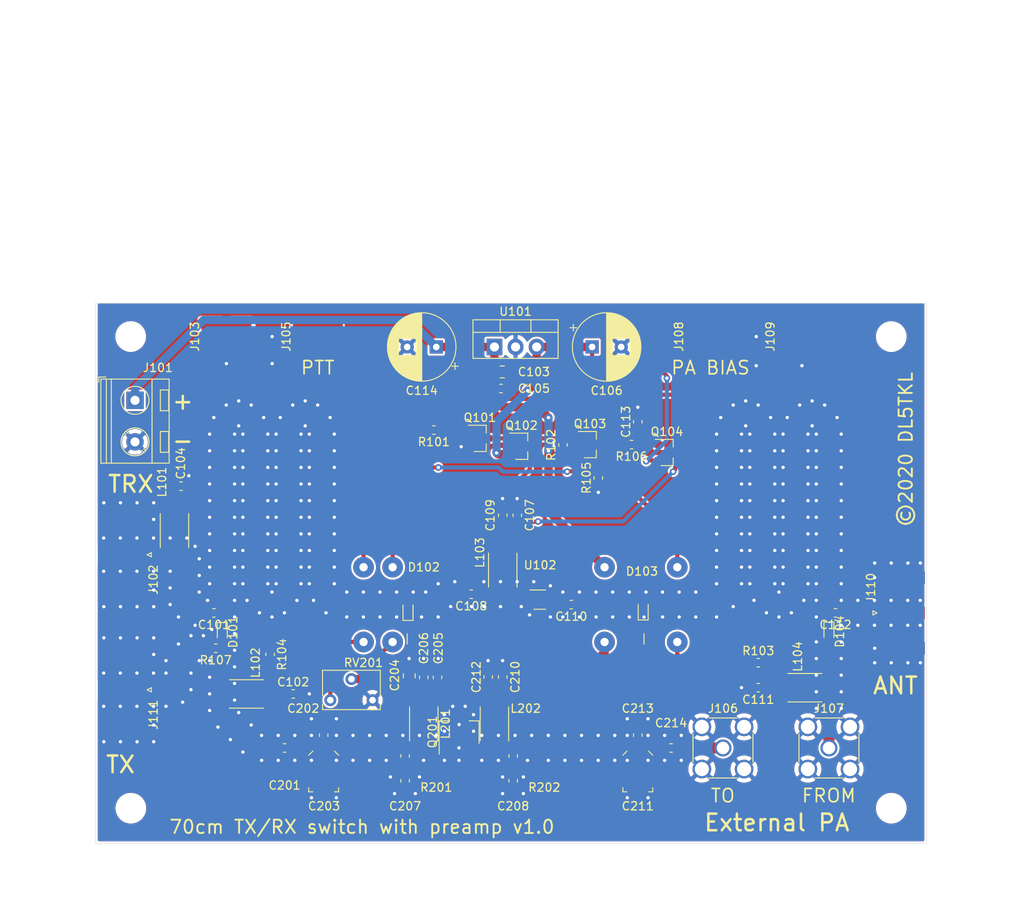
<source format=kicad_pcb>
(kicad_pcb (version 20171130) (host pcbnew 5.1.5-5.1.5)

  (general
    (thickness 1.6)
    (drawings 24)
    (tracks 1189)
    (zones 0)
    (modules 76)
    (nets 32)
  )

  (page A4)
  (layers
    (0 F.Cu signal)
    (31 B.Cu signal)
    (32 B.Adhes user)
    (33 F.Adhes user)
    (34 B.Paste user)
    (35 F.Paste user)
    (36 B.SilkS user)
    (37 F.SilkS user)
    (38 B.Mask user)
    (39 F.Mask user)
    (40 Dwgs.User user)
    (41 Cmts.User user)
    (42 Eco1.User user)
    (43 Eco2.User user)
    (44 Edge.Cuts user)
    (45 Margin user)
    (46 B.CrtYd user)
    (47 F.CrtYd user)
    (48 B.Fab user hide)
    (49 F.Fab user hide)
  )

  (setup
    (last_trace_width 0.5)
    (user_trace_width 0.5)
    (user_trace_width 1)
    (user_trace_width 1.34)
    (trace_clearance 0.25)
    (zone_clearance 0.25)
    (zone_45_only no)
    (trace_min 0.2)
    (via_size 0.8)
    (via_drill 0.4)
    (via_min_size 0.4)
    (via_min_drill 0.3)
    (uvia_size 0.3)
    (uvia_drill 0.1)
    (uvias_allowed no)
    (uvia_min_size 0.2)
    (uvia_min_drill 0.1)
    (edge_width 0.05)
    (segment_width 0.2)
    (pcb_text_width 0.3)
    (pcb_text_size 1.5 1.5)
    (mod_edge_width 0.12)
    (mod_text_size 1 1)
    (mod_text_width 0.15)
    (pad_size 3.2 3.2)
    (pad_drill 3.2)
    (pad_to_mask_clearance 0.051)
    (solder_mask_min_width 0.25)
    (aux_axis_origin 0 0)
    (grid_origin 196.25 78.75)
    (visible_elements FFFFFF7F)
    (pcbplotparams
      (layerselection 0x010fc_ffffffff)
      (usegerberextensions false)
      (usegerberattributes false)
      (usegerberadvancedattributes false)
      (creategerberjobfile false)
      (excludeedgelayer true)
      (linewidth 0.100000)
      (plotframeref false)
      (viasonmask false)
      (mode 1)
      (useauxorigin false)
      (hpglpennumber 1)
      (hpglpenspeed 20)
      (hpglpendiameter 15.000000)
      (psnegative false)
      (psa4output false)
      (plotreference true)
      (plotvalue true)
      (plotinvisibletext false)
      (padsonsilk false)
      (subtractmaskfromsilk false)
      (outputformat 1)
      (mirror false)
      (drillshape 1)
      (scaleselection 1)
      (outputdirectory ""))
  )

  (net 0 "")
  (net 1 /PIN_BIAS_IN)
  (net 2 GND)
  (net 3 /LNA_PWR)
  (net 4 +5V)
  (net 5 /PIN_BIAS_OUT)
  (net 6 /TXAmp/TXAmp_IN)
  (net 7 "Net-(C207-Pad1)")
  (net 8 "Net-(C208-Pad1)")
  (net 9 +12V)
  (net 10 /TXAmp/TXAmp_OUT)
  (net 11 /TX_ON)
  (net 12 "Net-(Q101-Pad1)")
  (net 13 /RF_IN)
  (net 14 /RF_LNA_OUT)
  (net 15 /RF_LNA_IN)
  (net 16 "Net-(C113-Pad1)")
  (net 17 /TXAmp/RF_MATCH_IN)
  (net 18 /TXAmp/PRE_BIAS)
  (net 19 /TXAmp/RF_MATCH_OUT)
  (net 20 /RF_FROM_PA)
  (net 21 /BIASSRC)
  (net 22 /TX_ON_N)
  (net 23 /RF_SW_TRX)
  (net 24 /RF_SW_ANT)
  (net 25 /RF_ANT)
  (net 26 /RF_TX_IN)
  (net 27 /PIN_BIAS_BR_IN)
  (net 28 /PIN_BIAS_BR_OUT)
  (net 29 /12V_BR)
  (net 30 /BIASSRC_BR)
  (net 31 /PIN_BIAS)

  (net_class Default "Dies ist die voreingestellte Netzklasse."
    (clearance 0.25)
    (trace_width 1)
    (via_dia 0.8)
    (via_drill 0.4)
    (uvia_dia 0.3)
    (uvia_drill 0.1)
    (add_net +12V)
    (add_net +5V)
    (add_net /12V_BR)
    (add_net /BIASSRC)
    (add_net /BIASSRC_BR)
    (add_net /LNA_PWR)
    (add_net /PIN_BIAS)
    (add_net /PIN_BIAS_BR_IN)
    (add_net /PIN_BIAS_BR_OUT)
    (add_net /PIN_BIAS_IN)
    (add_net /PIN_BIAS_OUT)
    (add_net /TXAmp/PRE_BIAS)
    (add_net /TX_ON)
    (add_net /TX_ON_N)
    (add_net GND)
    (add_net "Net-(C113-Pad1)")
    (add_net "Net-(C207-Pad1)")
    (add_net "Net-(C208-Pad1)")
    (add_net "Net-(Q101-Pad1)")
  )

  (net_class 50R ""
    (clearance 0.25)
    (trace_width 1.34)
    (via_dia 0.8)
    (via_drill 0.4)
    (uvia_dia 0.3)
    (uvia_drill 0.1)
    (add_net /RF_ANT)
    (add_net /RF_FROM_PA)
    (add_net /RF_IN)
    (add_net /RF_LNA_IN)
    (add_net /RF_LNA_OUT)
    (add_net /RF_SW_ANT)
    (add_net /RF_SW_TRX)
    (add_net /RF_TX_IN)
    (add_net /TXAmp/RF_MATCH_IN)
    (add_net /TXAmp/RF_MATCH_OUT)
    (add_net /TXAmp/TXAmp_IN)
    (add_net /TXAmp/TXAmp_OUT)
  )

  (module TerminalBlock_RND:TerminalBlock_RND_205-00045_1x02_P5.00mm_Horizontal (layer F.Cu) (tedit 5B294EE1) (tstamp 5E0E8374)
    (at 179.75 86.67 270)
    (descr "terminal block RND 205-00045, 2 pins, pitch 5mm, size 10x8.1mm^2, drill diamater 1.1mm, pad diameter 2.1mm, see http://cdn-reichelt.de/documents/datenblatt/C151/RND_205-00045_DB_EN.pdf, script-generated using https://github.com/pointhi/kicad-footprint-generator/scripts/TerminalBlock_RND")
    (tags "THT terminal block RND 205-00045 pitch 5mm size 10x8.1mm^2 drill 1.1mm pad 2.1mm")
    (path /5C5DE8E2)
    (fp_text reference J101 (at -3.92 -2.75 180) (layer F.SilkS)
      (effects (font (size 1 1) (thickness 0.15)))
    )
    (fp_text value Conn_01x02 (at 2.5 5.11 90) (layer F.Fab)
      (effects (font (size 1 1) (thickness 0.15)))
    )
    (fp_text user %R (at 2.5 -5.11 90) (layer F.Fab)
      (effects (font (size 1 1) (thickness 0.15)))
    )
    (fp_line (start 8 -4.55) (end -3 -4.55) (layer F.CrtYd) (width 0.05))
    (fp_line (start 8 4.55) (end 8 -4.55) (layer F.CrtYd) (width 0.05))
    (fp_line (start -3 4.55) (end 8 4.55) (layer F.CrtYd) (width 0.05))
    (fp_line (start -3 -4.55) (end -3 4.55) (layer F.CrtYd) (width 0.05))
    (fp_line (start -2.8 4.35) (end -2.2 4.35) (layer F.SilkS) (width 0.12))
    (fp_line (start -2.8 3.51) (end -2.8 4.35) (layer F.SilkS) (width 0.12))
    (fp_line (start 6.25 -4.05) (end 6.25 -3.05) (layer F.SilkS) (width 0.12))
    (fp_line (start 3.75 -4.05) (end 3.75 -3.05) (layer F.SilkS) (width 0.12))
    (fp_line (start 3.75 -3.05) (end 6.25 -3.05) (layer F.SilkS) (width 0.12))
    (fp_line (start 3.75 -4.05) (end 6.25 -4.05) (layer F.SilkS) (width 0.12))
    (fp_line (start 6.25 -4.05) (end 3.75 -4.05) (layer F.Fab) (width 0.1))
    (fp_line (start 6.25 -3.05) (end 6.25 -4.05) (layer F.Fab) (width 0.1))
    (fp_line (start 3.75 -3.05) (end 6.25 -3.05) (layer F.Fab) (width 0.1))
    (fp_line (start 3.75 -4.05) (end 3.75 -3.05) (layer F.Fab) (width 0.1))
    (fp_line (start 3.972 0.823) (end 3.726 1.069) (layer F.SilkS) (width 0.12))
    (fp_line (start 6.07 -1.275) (end 5.859 -1.064) (layer F.SilkS) (width 0.12))
    (fp_line (start 4.13 1.075) (end 3.931 1.274) (layer F.SilkS) (width 0.12))
    (fp_line (start 6.275 -1.069) (end 6.029 -0.823) (layer F.SilkS) (width 0.12))
    (fp_line (start 5.955 -1.138) (end 3.863 0.955) (layer F.Fab) (width 0.1))
    (fp_line (start 6.138 -0.955) (end 4.046 1.138) (layer F.Fab) (width 0.1))
    (fp_line (start 1.25 -4.05) (end 1.25 -3.05) (layer F.SilkS) (width 0.12))
    (fp_line (start -1.25 -4.05) (end -1.25 -3.05) (layer F.SilkS) (width 0.12))
    (fp_line (start -1.25 -3.05) (end 1.25 -3.05) (layer F.SilkS) (width 0.12))
    (fp_line (start -1.25 -4.05) (end 1.25 -4.05) (layer F.SilkS) (width 0.12))
    (fp_line (start 1.25 -4.05) (end -1.25 -4.05) (layer F.Fab) (width 0.1))
    (fp_line (start 1.25 -3.05) (end 1.25 -4.05) (layer F.Fab) (width 0.1))
    (fp_line (start -1.25 -3.05) (end 1.25 -3.05) (layer F.Fab) (width 0.1))
    (fp_line (start -1.25 -4.05) (end -1.25 -3.05) (layer F.Fab) (width 0.1))
    (fp_line (start 0.955 -1.138) (end -1.138 0.955) (layer F.Fab) (width 0.1))
    (fp_line (start 1.138 -0.955) (end -0.955 1.138) (layer F.Fab) (width 0.1))
    (fp_line (start 7.56 -4.11) (end 7.56 4.11) (layer F.SilkS) (width 0.12))
    (fp_line (start -2.56 -4.11) (end -2.56 4.11) (layer F.SilkS) (width 0.12))
    (fp_line (start -2.56 4.11) (end 7.56 4.11) (layer F.SilkS) (width 0.12))
    (fp_line (start -2.56 -4.11) (end 7.56 -4.11) (layer F.SilkS) (width 0.12))
    (fp_line (start -2.56 -2.05) (end 7.56 -2.05) (layer F.SilkS) (width 0.12))
    (fp_line (start -2.5 -2.05) (end 7.5 -2.05) (layer F.Fab) (width 0.1))
    (fp_line (start -2.56 2.85) (end 7.56 2.85) (layer F.SilkS) (width 0.12))
    (fp_line (start -2.5 2.85) (end 7.5 2.85) (layer F.Fab) (width 0.1))
    (fp_line (start -2.56 3.45) (end 7.56 3.45) (layer F.SilkS) (width 0.12))
    (fp_line (start -2.5 3.45) (end 7.5 3.45) (layer F.Fab) (width 0.1))
    (fp_line (start -2.5 3.45) (end -2.5 -4.05) (layer F.Fab) (width 0.1))
    (fp_line (start -1.9 4.05) (end -2.5 3.45) (layer F.Fab) (width 0.1))
    (fp_line (start 7.5 4.05) (end -1.9 4.05) (layer F.Fab) (width 0.1))
    (fp_line (start 7.5 -4.05) (end 7.5 4.05) (layer F.Fab) (width 0.1))
    (fp_line (start -2.5 -4.05) (end 7.5 -4.05) (layer F.Fab) (width 0.1))
    (fp_circle (center 5 0) (end 6.68 0) (layer F.SilkS) (width 0.12))
    (fp_circle (center 5 0) (end 6.5 0) (layer F.Fab) (width 0.1))
    (fp_circle (center 0 0) (end 1.5 0) (layer F.Fab) (width 0.1))
    (fp_arc (start 0 0) (end -1.081 1.287) (angle -41) (layer F.SilkS) (width 0.12))
    (fp_arc (start 0 0) (end -1.287 -1.081) (angle -80) (layer F.SilkS) (width 0.12))
    (fp_arc (start 0 0) (end 1.08 -1.287) (angle -80) (layer F.SilkS) (width 0.12))
    (fp_arc (start 0 0) (end 1.287 1.08) (angle -80) (layer F.SilkS) (width 0.12))
    (fp_arc (start 0 0) (end 0 1.68) (angle -40) (layer F.SilkS) (width 0.12))
    (pad 2 thru_hole circle (at 5 0 270) (size 2.1 2.1) (drill 1.1) (layers *.Cu *.Mask)
      (net 2 GND))
    (pad 1 thru_hole rect (at 0 0 270) (size 2.1 2.1) (drill 1.1) (layers *.Cu *.Mask)
      (net 9 +12V))
    (model ${KISYS3DMOD}/TerminalBlock_RND.3dshapes/TerminalBlock_RND_205-00045_1x02_P5.00mm_Horizontal.wrl
      (at (xyz 0 0 0))
      (scale (xyz 1 1 1))
      (rotate (xyz 0 0 0))
    )
  )

  (module Connector_Wire:SolderWirePad_1x01_SMD_5x10mm (layer F.Cu) (tedit 5640A485) (tstamp 5E0E841E)
    (at 249 79 90)
    (descr "Wire Pad, Square, SMD Pad,  5mm x 10mm,")
    (tags "MesurementPoint Square SMDPad 5mmx10mm ")
    (path /5E1823B7)
    (attr smd virtual)
    (fp_text reference J108 (at 0 -3.81 90) (layer F.SilkS)
      (effects (font (size 1 1) (thickness 0.15)))
    )
    (fp_text value BIAS_EXT (at 0 6.35 90) (layer F.Fab)
      (effects (font (size 1 1) (thickness 0.15)))
    )
    (fp_line (start -2.75 -5.25) (end -2.75 5.25) (layer F.CrtYd) (width 0.05))
    (fp_line (start -2.75 5.25) (end 2.75 5.25) (layer F.CrtYd) (width 0.05))
    (fp_line (start 2.75 5.25) (end 2.75 -5.25) (layer F.CrtYd) (width 0.05))
    (fp_line (start 2.75 -5.25) (end -2.75 -5.25) (layer F.CrtYd) (width 0.05))
    (fp_text user %R (at 0 0 90) (layer F.Fab)
      (effects (font (size 1 1) (thickness 0.15)))
    )
    (pad 1 smd rect (at 0 0 90) (size 4 6) (layers F.Cu F.Paste F.Mask)
      (net 31 /PIN_BIAS) (thermal_width 1))
  )

  (module Connector_Wire:SolderWirePad_1x01_Drill1mm (layer F.Cu) (tedit 5AEE5EBE) (tstamp 5E28DBAD)
    (at 210.75 106.75)
    (descr "Wire solder connection")
    (tags connector)
    (path /5E27D944)
    (attr virtual)
    (fp_text reference J104 (at 0 3.25) (layer F.SilkS) hide
      (effects (font (size 1 1) (thickness 0.15)))
    )
    (fp_text value BIASSRC_BR1 (at 0 3.175) (layer F.Fab)
      (effects (font (size 1 1) (thickness 0.15)))
    )
    (fp_line (start 1.75 1.75) (end -1.75 1.75) (layer F.CrtYd) (width 0.05))
    (fp_line (start 1.75 1.75) (end 1.75 -1.75) (layer F.CrtYd) (width 0.05))
    (fp_line (start -1.75 -1.75) (end -1.75 1.75) (layer F.CrtYd) (width 0.05))
    (fp_line (start -1.75 -1.75) (end 1.75 -1.75) (layer F.CrtYd) (width 0.05))
    (fp_text user %R (at 0 0) (layer F.Fab)
      (effects (font (size 1 1) (thickness 0.15)))
    )
    (pad 1 thru_hole circle (at 0 0) (size 2.49936 2.49936) (drill 1.00076) (layers *.Cu *.Mask)
      (net 21 /BIASSRC))
  )

  (module Connector_Wire:SolderWirePad_1x01_Drill1mm (layer F.Cu) (tedit 5AEE5EBE) (tstamp 5E27EA21)
    (at 245 115.75)
    (descr "Wire solder connection")
    (tags connector)
    (path /5E2A87A1)
    (attr virtual)
    (fp_text reference J118 (at 0 -3.81) (layer F.SilkS) hide
      (effects (font (size 1 1) (thickness 0.15)))
    )
    (fp_text value PIN_BIAS_BR_OUT (at 0 3.175) (layer F.Fab)
      (effects (font (size 1 1) (thickness 0.15)))
    )
    (fp_line (start 1.75 1.75) (end -1.75 1.75) (layer F.CrtYd) (width 0.05))
    (fp_line (start 1.75 1.75) (end 1.75 -1.75) (layer F.CrtYd) (width 0.05))
    (fp_line (start -1.75 -1.75) (end -1.75 1.75) (layer F.CrtYd) (width 0.05))
    (fp_line (start -1.75 -1.75) (end 1.75 -1.75) (layer F.CrtYd) (width 0.05))
    (fp_text user %R (at 0 0) (layer F.Fab)
      (effects (font (size 1 1) (thickness 0.15)))
    )
    (pad 1 thru_hole circle (at 0 0) (size 2.49936 2.49936) (drill 1.00076) (layers *.Cu *.Mask)
      (net 28 /PIN_BIAS_BR_OUT))
  )

  (module Connector_Wire:SolderWirePad_1x01_Drill1mm (layer F.Cu) (tedit 5AEE5EBE) (tstamp 5E28DB4D)
    (at 207.25 106.75)
    (descr "Wire solder connection")
    (tags connector)
    (path /5E2A8796)
    (attr virtual)
    (fp_text reference J117 (at 0 3.25) (layer F.SilkS) hide
      (effects (font (size 1 1) (thickness 0.15)))
    )
    (fp_text value PIN_BIAS_BR2 (at 0 3.175) (layer F.Fab)
      (effects (font (size 1 1) (thickness 0.15)))
    )
    (fp_line (start 1.75 1.75) (end -1.75 1.75) (layer F.CrtYd) (width 0.05))
    (fp_line (start 1.75 1.75) (end 1.75 -1.75) (layer F.CrtYd) (width 0.05))
    (fp_line (start -1.75 -1.75) (end -1.75 1.75) (layer F.CrtYd) (width 0.05))
    (fp_line (start -1.75 -1.75) (end 1.75 -1.75) (layer F.CrtYd) (width 0.05))
    (fp_text user %R (at 0 0) (layer F.Fab)
      (effects (font (size 1 1) (thickness 0.15)))
    )
    (pad 1 thru_hole circle (at 0 0) (size 2.49936 2.49936) (drill 1.00076) (layers *.Cu *.Mask)
      (net 31 /PIN_BIAS))
  )

  (module Connector_Wire:SolderWirePad_1x01_Drill1mm (layer F.Cu) (tedit 5AEE5EBE) (tstamp 5E27EA0D)
    (at 207.25 115.75)
    (descr "Wire solder connection")
    (tags connector)
    (path /5E28E790)
    (attr virtual)
    (fp_text reference J116 (at 0 -3.81) (layer F.SilkS) hide
      (effects (font (size 1 1) (thickness 0.15)))
    )
    (fp_text value PIN_BIAS_BR_IN (at 0 3.175) (layer F.Fab)
      (effects (font (size 1 1) (thickness 0.15)))
    )
    (fp_line (start 1.75 1.75) (end -1.75 1.75) (layer F.CrtYd) (width 0.05))
    (fp_line (start 1.75 1.75) (end 1.75 -1.75) (layer F.CrtYd) (width 0.05))
    (fp_line (start -1.75 -1.75) (end -1.75 1.75) (layer F.CrtYd) (width 0.05))
    (fp_line (start -1.75 -1.75) (end 1.75 -1.75) (layer F.CrtYd) (width 0.05))
    (fp_text user %R (at 0 0) (layer F.Fab)
      (effects (font (size 1 1) (thickness 0.15)))
    )
    (pad 1 thru_hole circle (at 0 0) (size 2.49936 2.49936) (drill 1.00076) (layers *.Cu *.Mask)
      (net 27 /PIN_BIAS_BR_IN))
  )

  (module Connector_Wire:SolderWirePad_1x01_Drill1mm (layer F.Cu) (tedit 5AEE5EBE) (tstamp 5E27EA03)
    (at 245 106.75)
    (descr "Wire solder connection")
    (tags connector)
    (path /5E28E785)
    (attr virtual)
    (fp_text reference J115 (at 0 -3.81) (layer F.SilkS) hide
      (effects (font (size 1 1) (thickness 0.15)))
    )
    (fp_text value PIN_BIAS_BR1 (at 0 3.175) (layer F.Fab)
      (effects (font (size 1 1) (thickness 0.15)))
    )
    (fp_line (start 1.75 1.75) (end -1.75 1.75) (layer F.CrtYd) (width 0.05))
    (fp_line (start 1.75 1.75) (end 1.75 -1.75) (layer F.CrtYd) (width 0.05))
    (fp_line (start -1.75 -1.75) (end -1.75 1.75) (layer F.CrtYd) (width 0.05))
    (fp_line (start -1.75 -1.75) (end 1.75 -1.75) (layer F.CrtYd) (width 0.05))
    (fp_text user %R (at 0 0) (layer F.Fab)
      (effects (font (size 1 1) (thickness 0.15)))
    )
    (pad 1 thru_hole circle (at 0 0) (size 2.49936 2.49936) (drill 1.00076) (layers *.Cu *.Mask)
      (net 31 /PIN_BIAS))
  )

  (module Connector_Wire:SolderWirePad_1x01_Drill1mm (layer F.Cu) (tedit 5AEE5EBE) (tstamp 5E27E9F9)
    (at 236.25 115.75)
    (descr "Wire solder connection")
    (tags connector)
    (path /5E2B09B8)
    (attr virtual)
    (fp_text reference J114 (at 0 -3.81) (layer F.SilkS) hide
      (effects (font (size 1 1) (thickness 0.15)))
    )
    (fp_text value 12V_BR2 (at 0 3.175) (layer F.Fab)
      (effects (font (size 1 1) (thickness 0.15)))
    )
    (fp_line (start 1.75 1.75) (end -1.75 1.75) (layer F.CrtYd) (width 0.05))
    (fp_line (start 1.75 1.75) (end 1.75 -1.75) (layer F.CrtYd) (width 0.05))
    (fp_line (start -1.75 -1.75) (end -1.75 1.75) (layer F.CrtYd) (width 0.05))
    (fp_line (start -1.75 -1.75) (end 1.75 -1.75) (layer F.CrtYd) (width 0.05))
    (fp_text user %R (at 0 0) (layer F.Fab)
      (effects (font (size 1 1) (thickness 0.15)))
    )
    (pad 1 thru_hole circle (at 0 0) (size 2.49936 2.49936) (drill 1.00076) (layers *.Cu *.Mask)
      (net 29 /12V_BR))
  )

  (module Connector_Wire:SolderWirePad_1x01_Drill1mm (layer F.Cu) (tedit 5AEE5EBE) (tstamp 5E28128D)
    (at 236.25 106.75)
    (descr "Wire solder connection")
    (tags connector)
    (path /5E2B09B1)
    (attr virtual)
    (fp_text reference J113 (at 0 -3.81) (layer F.SilkS) hide
      (effects (font (size 1 1) (thickness 0.15)))
    )
    (fp_text value 12V_BR1 (at 0 3.175) (layer F.Fab)
      (effects (font (size 1 1) (thickness 0.15)))
    )
    (fp_line (start 1.75 1.75) (end -1.75 1.75) (layer F.CrtYd) (width 0.05))
    (fp_line (start 1.75 1.75) (end 1.75 -1.75) (layer F.CrtYd) (width 0.05))
    (fp_line (start -1.75 -1.75) (end -1.75 1.75) (layer F.CrtYd) (width 0.05))
    (fp_line (start -1.75 -1.75) (end 1.75 -1.75) (layer F.CrtYd) (width 0.05))
    (fp_text user %R (at 0 0) (layer F.Fab)
      (effects (font (size 1 1) (thickness 0.15)))
    )
    (pad 1 thru_hole circle (at 0 0) (size 2.49936 2.49936) (drill 1.00076) (layers *.Cu *.Mask)
      (net 9 +12V))
  )

  (module Connector_Wire:SolderWirePad_1x01_Drill1mm (layer F.Cu) (tedit 5AEE5EBE) (tstamp 5E27E9E5)
    (at 210.75 115.75)
    (descr "Wire solder connection")
    (tags connector)
    (path /5E283744)
    (attr virtual)
    (fp_text reference J112 (at 0 -3.81) (layer F.SilkS) hide
      (effects (font (size 1 1) (thickness 0.15)))
    )
    (fp_text value BIASSRC_BR2 (at 0 3.175) (layer F.Fab)
      (effects (font (size 1 1) (thickness 0.15)))
    )
    (fp_line (start 1.75 1.75) (end -1.75 1.75) (layer F.CrtYd) (width 0.05))
    (fp_line (start 1.75 1.75) (end 1.75 -1.75) (layer F.CrtYd) (width 0.05))
    (fp_line (start -1.75 -1.75) (end -1.75 1.75) (layer F.CrtYd) (width 0.05))
    (fp_line (start -1.75 -1.75) (end 1.75 -1.75) (layer F.CrtYd) (width 0.05))
    (fp_text user %R (at 0 0) (layer F.Fab)
      (effects (font (size 1 1) (thickness 0.15)))
    )
    (pad 1 thru_hole circle (at 0 0) (size 2.49936 2.49936) (drill 1.00076) (layers *.Cu *.Mask)
      (net 30 /BIASSRC_BR))
  )

  (module Capacitor_THT:CP_Radial_D8.0mm_P3.50mm (layer F.Cu) (tedit 5AE50EF0) (tstamp 5E27E58D)
    (at 216 80.25 180)
    (descr "CP, Radial series, Radial, pin pitch=3.50mm, , diameter=8mm, Electrolytic Capacitor")
    (tags "CP Radial series Radial pin pitch 3.50mm  diameter 8mm Electrolytic Capacitor")
    (path /5E2AE00D)
    (fp_text reference C114 (at 1.75 -5.25) (layer F.SilkS)
      (effects (font (size 1 1) (thickness 0.15)))
    )
    (fp_text value 100uF (at 1.75 5.25) (layer F.Fab)
      (effects (font (size 1 1) (thickness 0.15)))
    )
    (fp_text user %R (at 1.75 0) (layer F.Fab)
      (effects (font (size 1 1) (thickness 0.15)))
    )
    (fp_line (start -2.259698 -2.715) (end -2.259698 -1.915) (layer F.SilkS) (width 0.12))
    (fp_line (start -2.659698 -2.315) (end -1.859698 -2.315) (layer F.SilkS) (width 0.12))
    (fp_line (start 5.831 -0.533) (end 5.831 0.533) (layer F.SilkS) (width 0.12))
    (fp_line (start 5.791 -0.768) (end 5.791 0.768) (layer F.SilkS) (width 0.12))
    (fp_line (start 5.751 -0.948) (end 5.751 0.948) (layer F.SilkS) (width 0.12))
    (fp_line (start 5.711 -1.098) (end 5.711 1.098) (layer F.SilkS) (width 0.12))
    (fp_line (start 5.671 -1.229) (end 5.671 1.229) (layer F.SilkS) (width 0.12))
    (fp_line (start 5.631 -1.346) (end 5.631 1.346) (layer F.SilkS) (width 0.12))
    (fp_line (start 5.591 -1.453) (end 5.591 1.453) (layer F.SilkS) (width 0.12))
    (fp_line (start 5.551 -1.552) (end 5.551 1.552) (layer F.SilkS) (width 0.12))
    (fp_line (start 5.511 -1.645) (end 5.511 1.645) (layer F.SilkS) (width 0.12))
    (fp_line (start 5.471 -1.731) (end 5.471 1.731) (layer F.SilkS) (width 0.12))
    (fp_line (start 5.431 -1.813) (end 5.431 1.813) (layer F.SilkS) (width 0.12))
    (fp_line (start 5.391 -1.89) (end 5.391 1.89) (layer F.SilkS) (width 0.12))
    (fp_line (start 5.351 -1.964) (end 5.351 1.964) (layer F.SilkS) (width 0.12))
    (fp_line (start 5.311 -2.034) (end 5.311 2.034) (layer F.SilkS) (width 0.12))
    (fp_line (start 5.271 -2.102) (end 5.271 2.102) (layer F.SilkS) (width 0.12))
    (fp_line (start 5.231 -2.166) (end 5.231 2.166) (layer F.SilkS) (width 0.12))
    (fp_line (start 5.191 -2.228) (end 5.191 2.228) (layer F.SilkS) (width 0.12))
    (fp_line (start 5.151 -2.287) (end 5.151 2.287) (layer F.SilkS) (width 0.12))
    (fp_line (start 5.111 -2.345) (end 5.111 2.345) (layer F.SilkS) (width 0.12))
    (fp_line (start 5.071 -2.4) (end 5.071 2.4) (layer F.SilkS) (width 0.12))
    (fp_line (start 5.031 -2.454) (end 5.031 2.454) (layer F.SilkS) (width 0.12))
    (fp_line (start 4.991 -2.505) (end 4.991 2.505) (layer F.SilkS) (width 0.12))
    (fp_line (start 4.951 -2.556) (end 4.951 2.556) (layer F.SilkS) (width 0.12))
    (fp_line (start 4.911 -2.604) (end 4.911 2.604) (layer F.SilkS) (width 0.12))
    (fp_line (start 4.871 -2.651) (end 4.871 2.651) (layer F.SilkS) (width 0.12))
    (fp_line (start 4.831 -2.697) (end 4.831 2.697) (layer F.SilkS) (width 0.12))
    (fp_line (start 4.791 -2.741) (end 4.791 2.741) (layer F.SilkS) (width 0.12))
    (fp_line (start 4.751 -2.784) (end 4.751 2.784) (layer F.SilkS) (width 0.12))
    (fp_line (start 4.711 -2.826) (end 4.711 2.826) (layer F.SilkS) (width 0.12))
    (fp_line (start 4.671 -2.867) (end 4.671 2.867) (layer F.SilkS) (width 0.12))
    (fp_line (start 4.631 -2.907) (end 4.631 2.907) (layer F.SilkS) (width 0.12))
    (fp_line (start 4.591 -2.945) (end 4.591 2.945) (layer F.SilkS) (width 0.12))
    (fp_line (start 4.551 -2.983) (end 4.551 2.983) (layer F.SilkS) (width 0.12))
    (fp_line (start 4.511 1.04) (end 4.511 3.019) (layer F.SilkS) (width 0.12))
    (fp_line (start 4.511 -3.019) (end 4.511 -1.04) (layer F.SilkS) (width 0.12))
    (fp_line (start 4.471 1.04) (end 4.471 3.055) (layer F.SilkS) (width 0.12))
    (fp_line (start 4.471 -3.055) (end 4.471 -1.04) (layer F.SilkS) (width 0.12))
    (fp_line (start 4.431 1.04) (end 4.431 3.09) (layer F.SilkS) (width 0.12))
    (fp_line (start 4.431 -3.09) (end 4.431 -1.04) (layer F.SilkS) (width 0.12))
    (fp_line (start 4.391 1.04) (end 4.391 3.124) (layer F.SilkS) (width 0.12))
    (fp_line (start 4.391 -3.124) (end 4.391 -1.04) (layer F.SilkS) (width 0.12))
    (fp_line (start 4.351 1.04) (end 4.351 3.156) (layer F.SilkS) (width 0.12))
    (fp_line (start 4.351 -3.156) (end 4.351 -1.04) (layer F.SilkS) (width 0.12))
    (fp_line (start 4.311 1.04) (end 4.311 3.189) (layer F.SilkS) (width 0.12))
    (fp_line (start 4.311 -3.189) (end 4.311 -1.04) (layer F.SilkS) (width 0.12))
    (fp_line (start 4.271 1.04) (end 4.271 3.22) (layer F.SilkS) (width 0.12))
    (fp_line (start 4.271 -3.22) (end 4.271 -1.04) (layer F.SilkS) (width 0.12))
    (fp_line (start 4.231 1.04) (end 4.231 3.25) (layer F.SilkS) (width 0.12))
    (fp_line (start 4.231 -3.25) (end 4.231 -1.04) (layer F.SilkS) (width 0.12))
    (fp_line (start 4.191 1.04) (end 4.191 3.28) (layer F.SilkS) (width 0.12))
    (fp_line (start 4.191 -3.28) (end 4.191 -1.04) (layer F.SilkS) (width 0.12))
    (fp_line (start 4.151 1.04) (end 4.151 3.309) (layer F.SilkS) (width 0.12))
    (fp_line (start 4.151 -3.309) (end 4.151 -1.04) (layer F.SilkS) (width 0.12))
    (fp_line (start 4.111 1.04) (end 4.111 3.338) (layer F.SilkS) (width 0.12))
    (fp_line (start 4.111 -3.338) (end 4.111 -1.04) (layer F.SilkS) (width 0.12))
    (fp_line (start 4.071 1.04) (end 4.071 3.365) (layer F.SilkS) (width 0.12))
    (fp_line (start 4.071 -3.365) (end 4.071 -1.04) (layer F.SilkS) (width 0.12))
    (fp_line (start 4.031 1.04) (end 4.031 3.392) (layer F.SilkS) (width 0.12))
    (fp_line (start 4.031 -3.392) (end 4.031 -1.04) (layer F.SilkS) (width 0.12))
    (fp_line (start 3.991 1.04) (end 3.991 3.418) (layer F.SilkS) (width 0.12))
    (fp_line (start 3.991 -3.418) (end 3.991 -1.04) (layer F.SilkS) (width 0.12))
    (fp_line (start 3.951 1.04) (end 3.951 3.444) (layer F.SilkS) (width 0.12))
    (fp_line (start 3.951 -3.444) (end 3.951 -1.04) (layer F.SilkS) (width 0.12))
    (fp_line (start 3.911 1.04) (end 3.911 3.469) (layer F.SilkS) (width 0.12))
    (fp_line (start 3.911 -3.469) (end 3.911 -1.04) (layer F.SilkS) (width 0.12))
    (fp_line (start 3.871 1.04) (end 3.871 3.493) (layer F.SilkS) (width 0.12))
    (fp_line (start 3.871 -3.493) (end 3.871 -1.04) (layer F.SilkS) (width 0.12))
    (fp_line (start 3.831 1.04) (end 3.831 3.517) (layer F.SilkS) (width 0.12))
    (fp_line (start 3.831 -3.517) (end 3.831 -1.04) (layer F.SilkS) (width 0.12))
    (fp_line (start 3.791 1.04) (end 3.791 3.54) (layer F.SilkS) (width 0.12))
    (fp_line (start 3.791 -3.54) (end 3.791 -1.04) (layer F.SilkS) (width 0.12))
    (fp_line (start 3.751 1.04) (end 3.751 3.562) (layer F.SilkS) (width 0.12))
    (fp_line (start 3.751 -3.562) (end 3.751 -1.04) (layer F.SilkS) (width 0.12))
    (fp_line (start 3.711 1.04) (end 3.711 3.584) (layer F.SilkS) (width 0.12))
    (fp_line (start 3.711 -3.584) (end 3.711 -1.04) (layer F.SilkS) (width 0.12))
    (fp_line (start 3.671 1.04) (end 3.671 3.606) (layer F.SilkS) (width 0.12))
    (fp_line (start 3.671 -3.606) (end 3.671 -1.04) (layer F.SilkS) (width 0.12))
    (fp_line (start 3.631 1.04) (end 3.631 3.627) (layer F.SilkS) (width 0.12))
    (fp_line (start 3.631 -3.627) (end 3.631 -1.04) (layer F.SilkS) (width 0.12))
    (fp_line (start 3.591 1.04) (end 3.591 3.647) (layer F.SilkS) (width 0.12))
    (fp_line (start 3.591 -3.647) (end 3.591 -1.04) (layer F.SilkS) (width 0.12))
    (fp_line (start 3.551 1.04) (end 3.551 3.666) (layer F.SilkS) (width 0.12))
    (fp_line (start 3.551 -3.666) (end 3.551 -1.04) (layer F.SilkS) (width 0.12))
    (fp_line (start 3.511 1.04) (end 3.511 3.686) (layer F.SilkS) (width 0.12))
    (fp_line (start 3.511 -3.686) (end 3.511 -1.04) (layer F.SilkS) (width 0.12))
    (fp_line (start 3.471 1.04) (end 3.471 3.704) (layer F.SilkS) (width 0.12))
    (fp_line (start 3.471 -3.704) (end 3.471 -1.04) (layer F.SilkS) (width 0.12))
    (fp_line (start 3.431 1.04) (end 3.431 3.722) (layer F.SilkS) (width 0.12))
    (fp_line (start 3.431 -3.722) (end 3.431 -1.04) (layer F.SilkS) (width 0.12))
    (fp_line (start 3.391 1.04) (end 3.391 3.74) (layer F.SilkS) (width 0.12))
    (fp_line (start 3.391 -3.74) (end 3.391 -1.04) (layer F.SilkS) (width 0.12))
    (fp_line (start 3.351 1.04) (end 3.351 3.757) (layer F.SilkS) (width 0.12))
    (fp_line (start 3.351 -3.757) (end 3.351 -1.04) (layer F.SilkS) (width 0.12))
    (fp_line (start 3.311 1.04) (end 3.311 3.774) (layer F.SilkS) (width 0.12))
    (fp_line (start 3.311 -3.774) (end 3.311 -1.04) (layer F.SilkS) (width 0.12))
    (fp_line (start 3.271 1.04) (end 3.271 3.79) (layer F.SilkS) (width 0.12))
    (fp_line (start 3.271 -3.79) (end 3.271 -1.04) (layer F.SilkS) (width 0.12))
    (fp_line (start 3.231 1.04) (end 3.231 3.805) (layer F.SilkS) (width 0.12))
    (fp_line (start 3.231 -3.805) (end 3.231 -1.04) (layer F.SilkS) (width 0.12))
    (fp_line (start 3.191 1.04) (end 3.191 3.821) (layer F.SilkS) (width 0.12))
    (fp_line (start 3.191 -3.821) (end 3.191 -1.04) (layer F.SilkS) (width 0.12))
    (fp_line (start 3.151 1.04) (end 3.151 3.835) (layer F.SilkS) (width 0.12))
    (fp_line (start 3.151 -3.835) (end 3.151 -1.04) (layer F.SilkS) (width 0.12))
    (fp_line (start 3.111 1.04) (end 3.111 3.85) (layer F.SilkS) (width 0.12))
    (fp_line (start 3.111 -3.85) (end 3.111 -1.04) (layer F.SilkS) (width 0.12))
    (fp_line (start 3.071 1.04) (end 3.071 3.863) (layer F.SilkS) (width 0.12))
    (fp_line (start 3.071 -3.863) (end 3.071 -1.04) (layer F.SilkS) (width 0.12))
    (fp_line (start 3.031 1.04) (end 3.031 3.877) (layer F.SilkS) (width 0.12))
    (fp_line (start 3.031 -3.877) (end 3.031 -1.04) (layer F.SilkS) (width 0.12))
    (fp_line (start 2.991 1.04) (end 2.991 3.889) (layer F.SilkS) (width 0.12))
    (fp_line (start 2.991 -3.889) (end 2.991 -1.04) (layer F.SilkS) (width 0.12))
    (fp_line (start 2.951 1.04) (end 2.951 3.902) (layer F.SilkS) (width 0.12))
    (fp_line (start 2.951 -3.902) (end 2.951 -1.04) (layer F.SilkS) (width 0.12))
    (fp_line (start 2.911 1.04) (end 2.911 3.914) (layer F.SilkS) (width 0.12))
    (fp_line (start 2.911 -3.914) (end 2.911 -1.04) (layer F.SilkS) (width 0.12))
    (fp_line (start 2.871 1.04) (end 2.871 3.925) (layer F.SilkS) (width 0.12))
    (fp_line (start 2.871 -3.925) (end 2.871 -1.04) (layer F.SilkS) (width 0.12))
    (fp_line (start 2.831 1.04) (end 2.831 3.936) (layer F.SilkS) (width 0.12))
    (fp_line (start 2.831 -3.936) (end 2.831 -1.04) (layer F.SilkS) (width 0.12))
    (fp_line (start 2.791 1.04) (end 2.791 3.947) (layer F.SilkS) (width 0.12))
    (fp_line (start 2.791 -3.947) (end 2.791 -1.04) (layer F.SilkS) (width 0.12))
    (fp_line (start 2.751 1.04) (end 2.751 3.957) (layer F.SilkS) (width 0.12))
    (fp_line (start 2.751 -3.957) (end 2.751 -1.04) (layer F.SilkS) (width 0.12))
    (fp_line (start 2.711 1.04) (end 2.711 3.967) (layer F.SilkS) (width 0.12))
    (fp_line (start 2.711 -3.967) (end 2.711 -1.04) (layer F.SilkS) (width 0.12))
    (fp_line (start 2.671 1.04) (end 2.671 3.976) (layer F.SilkS) (width 0.12))
    (fp_line (start 2.671 -3.976) (end 2.671 -1.04) (layer F.SilkS) (width 0.12))
    (fp_line (start 2.631 1.04) (end 2.631 3.985) (layer F.SilkS) (width 0.12))
    (fp_line (start 2.631 -3.985) (end 2.631 -1.04) (layer F.SilkS) (width 0.12))
    (fp_line (start 2.591 1.04) (end 2.591 3.994) (layer F.SilkS) (width 0.12))
    (fp_line (start 2.591 -3.994) (end 2.591 -1.04) (layer F.SilkS) (width 0.12))
    (fp_line (start 2.551 1.04) (end 2.551 4.002) (layer F.SilkS) (width 0.12))
    (fp_line (start 2.551 -4.002) (end 2.551 -1.04) (layer F.SilkS) (width 0.12))
    (fp_line (start 2.511 1.04) (end 2.511 4.01) (layer F.SilkS) (width 0.12))
    (fp_line (start 2.511 -4.01) (end 2.511 -1.04) (layer F.SilkS) (width 0.12))
    (fp_line (start 2.471 1.04) (end 2.471 4.017) (layer F.SilkS) (width 0.12))
    (fp_line (start 2.471 -4.017) (end 2.471 -1.04) (layer F.SilkS) (width 0.12))
    (fp_line (start 2.43 -4.024) (end 2.43 4.024) (layer F.SilkS) (width 0.12))
    (fp_line (start 2.39 -4.03) (end 2.39 4.03) (layer F.SilkS) (width 0.12))
    (fp_line (start 2.35 -4.037) (end 2.35 4.037) (layer F.SilkS) (width 0.12))
    (fp_line (start 2.31 -4.042) (end 2.31 4.042) (layer F.SilkS) (width 0.12))
    (fp_line (start 2.27 -4.048) (end 2.27 4.048) (layer F.SilkS) (width 0.12))
    (fp_line (start 2.23 -4.052) (end 2.23 4.052) (layer F.SilkS) (width 0.12))
    (fp_line (start 2.19 -4.057) (end 2.19 4.057) (layer F.SilkS) (width 0.12))
    (fp_line (start 2.15 -4.061) (end 2.15 4.061) (layer F.SilkS) (width 0.12))
    (fp_line (start 2.11 -4.065) (end 2.11 4.065) (layer F.SilkS) (width 0.12))
    (fp_line (start 2.07 -4.068) (end 2.07 4.068) (layer F.SilkS) (width 0.12))
    (fp_line (start 2.03 -4.071) (end 2.03 4.071) (layer F.SilkS) (width 0.12))
    (fp_line (start 1.99 -4.074) (end 1.99 4.074) (layer F.SilkS) (width 0.12))
    (fp_line (start 1.95 -4.076) (end 1.95 4.076) (layer F.SilkS) (width 0.12))
    (fp_line (start 1.91 -4.077) (end 1.91 4.077) (layer F.SilkS) (width 0.12))
    (fp_line (start 1.87 -4.079) (end 1.87 4.079) (layer F.SilkS) (width 0.12))
    (fp_line (start 1.83 -4.08) (end 1.83 4.08) (layer F.SilkS) (width 0.12))
    (fp_line (start 1.79 -4.08) (end 1.79 4.08) (layer F.SilkS) (width 0.12))
    (fp_line (start 1.75 -4.08) (end 1.75 4.08) (layer F.SilkS) (width 0.12))
    (fp_line (start -1.276759 -2.1475) (end -1.276759 -1.3475) (layer F.Fab) (width 0.1))
    (fp_line (start -1.676759 -1.7475) (end -0.876759 -1.7475) (layer F.Fab) (width 0.1))
    (fp_circle (center 1.75 0) (end 6 0) (layer F.CrtYd) (width 0.05))
    (fp_circle (center 1.75 0) (end 5.87 0) (layer F.SilkS) (width 0.12))
    (fp_circle (center 1.75 0) (end 5.75 0) (layer F.Fab) (width 0.1))
    (pad 2 thru_hole circle (at 3.5 0 180) (size 1.6 1.6) (drill 0.8) (layers *.Cu *.Mask)
      (net 2 GND))
    (pad 1 thru_hole rect (at 0 0 180) (size 1.6 1.6) (drill 0.8) (layers *.Cu *.Mask)
      (net 9 +12V))
    (model ${KISYS3DMOD}/Capacitor_THT.3dshapes/CP_Radial_D8.0mm_P3.50mm.wrl
      (at (xyz 0 0 0))
      (scale (xyz 1 1 1))
      (rotate (xyz 0 0 0))
    )
  )

  (module Connector_Wire:SolderWirePad_1x01_SMD_5x10mm (layer F.Cu) (tedit 5E260F1D) (tstamp 5E253C6F)
    (at 190.75 79 90)
    (descr "Wire Pad, Square, SMD Pad,  5mm x 10mm,")
    (tags "MesurementPoint Square SMDPad 5mmx10mm ")
    (path /5E28D822)
    (fp_text reference J103 (at 0 -3.81 90) (layer F.SilkS)
      (effects (font (size 1 1) (thickness 0.15)))
    )
    (fp_text value TX_ON_GND (at 0 6.35 90) (layer F.Fab)
      (effects (font (size 1 1) (thickness 0.15)))
    )
    (fp_line (start -2.75 -5.25) (end -2.75 5.25) (layer F.CrtYd) (width 0.05))
    (fp_line (start -2.75 5.25) (end 2.75 5.25) (layer F.CrtYd) (width 0.05))
    (fp_line (start 2.75 5.25) (end 2.75 -5.25) (layer F.CrtYd) (width 0.05))
    (fp_line (start 2.75 -5.25) (end -2.75 -5.25) (layer F.CrtYd) (width 0.05))
    (fp_text user %R (at 0 0 90) (layer F.Fab)
      (effects (font (size 1 1) (thickness 0.15)))
    )
    (pad 1 smd rect (at 0 0 90) (size 4 6) (layers F.Cu F.Paste F.Mask)
      (net 2 GND) (thermal_width 1))
  )

  (module Resistor_SMD:R_0603_1608Metric (layer F.Cu) (tedit 5B301BBD) (tstamp 5E24F81E)
    (at 189.4625 116.5 180)
    (descr "Resistor SMD 0603 (1608 Metric), square (rectangular) end terminal, IPC_7351 nominal, (Body size source: http://www.tortai-tech.com/upload/download/2011102023233369053.pdf), generated with kicad-footprint-generator")
    (tags resistor)
    (path /5E235F82)
    (attr smd)
    (fp_text reference R107 (at 0 -1.43) (layer F.SilkS)
      (effects (font (size 1 1) (thickness 0.15)))
    )
    (fp_text value 0R (at 0 1.43) (layer F.Fab)
      (effects (font (size 1 1) (thickness 0.15)))
    )
    (fp_text user %R (at 0 0) (layer F.Fab)
      (effects (font (size 0.4 0.4) (thickness 0.06)))
    )
    (fp_line (start 1.48 0.73) (end -1.48 0.73) (layer F.CrtYd) (width 0.05))
    (fp_line (start 1.48 -0.73) (end 1.48 0.73) (layer F.CrtYd) (width 0.05))
    (fp_line (start -1.48 -0.73) (end 1.48 -0.73) (layer F.CrtYd) (width 0.05))
    (fp_line (start -1.48 0.73) (end -1.48 -0.73) (layer F.CrtYd) (width 0.05))
    (fp_line (start -0.162779 0.51) (end 0.162779 0.51) (layer F.SilkS) (width 0.12))
    (fp_line (start -0.162779 -0.51) (end 0.162779 -0.51) (layer F.SilkS) (width 0.12))
    (fp_line (start 0.8 0.4) (end -0.8 0.4) (layer F.Fab) (width 0.1))
    (fp_line (start 0.8 -0.4) (end 0.8 0.4) (layer F.Fab) (width 0.1))
    (fp_line (start -0.8 -0.4) (end 0.8 -0.4) (layer F.Fab) (width 0.1))
    (fp_line (start -0.8 0.4) (end -0.8 -0.4) (layer F.Fab) (width 0.1))
    (pad 2 smd roundrect (at 0.7875 0 180) (size 0.875 0.95) (layers F.Cu F.Paste F.Mask) (roundrect_rratio 0.25)
      (net 26 /RF_TX_IN))
    (pad 1 smd roundrect (at -0.7875 0 180) (size 0.875 0.95) (layers F.Cu F.Paste F.Mask) (roundrect_rratio 0.25)
      (net 6 /TXAmp/TXAmp_IN))
    (model ${KISYS3DMOD}/Resistor_SMD.3dshapes/R_0603_1608Metric.wrl
      (at (xyz 0 0 0))
      (scale (xyz 1 1 1))
      (rotate (xyz 0 0 0))
    )
  )

  (module Connector_Coaxial:SMA_Amphenol_132289_EdgeMount (layer F.Cu) (tedit 5A1C1810) (tstamp 5E24F5BF)
    (at 178 121.5 180)
    (descr http://www.amphenolrf.com/132289.html)
    (tags SMA)
    (path /5E21861E)
    (zone_connect 2)
    (attr smd)
    (fp_text reference J111 (at -3.96 -3 90) (layer F.SilkS)
      (effects (font (size 1 1) (thickness 0.15)))
    )
    (fp_text value OPT_TX (at 5 6) (layer F.Fab)
      (effects (font (size 1 1) (thickness 0.15)))
    )
    (fp_line (start -1.91 5.08) (end 4.445 5.08) (layer F.Fab) (width 0.1))
    (fp_line (start -1.91 3.81) (end -1.91 5.08) (layer F.Fab) (width 0.1))
    (fp_line (start 2.54 3.81) (end -1.91 3.81) (layer F.Fab) (width 0.1))
    (fp_line (start 2.54 -3.81) (end 2.54 3.81) (layer F.Fab) (width 0.1))
    (fp_line (start -1.91 -3.81) (end 2.54 -3.81) (layer F.Fab) (width 0.1))
    (fp_line (start -1.91 -5.08) (end -1.91 -3.81) (layer F.Fab) (width 0.1))
    (fp_line (start -1.91 -5.08) (end 4.445 -5.08) (layer F.Fab) (width 0.1))
    (fp_line (start 4.445 -3.81) (end 4.445 -5.08) (layer F.Fab) (width 0.1))
    (fp_line (start 4.445 5.08) (end 4.445 3.81) (layer F.Fab) (width 0.1))
    (fp_line (start 13.97 3.81) (end 4.445 3.81) (layer F.Fab) (width 0.1))
    (fp_line (start 13.97 -3.81) (end 13.97 3.81) (layer F.Fab) (width 0.1))
    (fp_line (start 4.445 -3.81) (end 13.97 -3.81) (layer F.Fab) (width 0.1))
    (fp_line (start -3.04 5.58) (end -3.04 -5.58) (layer B.CrtYd) (width 0.05))
    (fp_line (start 14.47 5.58) (end -3.04 5.58) (layer B.CrtYd) (width 0.05))
    (fp_line (start 14.47 -5.58) (end 14.47 5.58) (layer B.CrtYd) (width 0.05))
    (fp_line (start 14.47 -5.58) (end -3.04 -5.58) (layer B.CrtYd) (width 0.05))
    (fp_line (start -3.04 5.58) (end -3.04 -5.58) (layer F.CrtYd) (width 0.05))
    (fp_line (start 14.47 5.58) (end -3.04 5.58) (layer F.CrtYd) (width 0.05))
    (fp_line (start 14.47 -5.58) (end 14.47 5.58) (layer F.CrtYd) (width 0.05))
    (fp_line (start 14.47 -5.58) (end -3.04 -5.58) (layer F.CrtYd) (width 0.05))
    (fp_text user %R (at 4.79 0 270) (layer F.Fab)
      (effects (font (size 1 1) (thickness 0.15)))
    )
    (fp_line (start 2.54 -0.75) (end 3.54 0) (layer F.Fab) (width 0.1))
    (fp_line (start 3.54 0) (end 2.54 0.75) (layer F.Fab) (width 0.1))
    (fp_line (start -3.21 0) (end -3.71 -0.25) (layer F.SilkS) (width 0.12))
    (fp_line (start -3.71 -0.25) (end -3.71 0.25) (layer F.SilkS) (width 0.12))
    (fp_line (start -3.71 0.25) (end -3.21 0) (layer F.SilkS) (width 0.12))
    (pad 1 smd rect (at 0 0 270) (size 1.5 5.08) (layers F.Cu F.Paste F.Mask)
      (net 26 /RF_TX_IN) (zone_connect 2))
    (pad 2 smd rect (at 0 -4.25 270) (size 1.5 5.08) (layers F.Cu F.Paste F.Mask)
      (net 2 GND) (zone_connect 2))
    (pad 2 smd rect (at 0 4.25 270) (size 1.5 5.08) (layers F.Cu F.Paste F.Mask)
      (net 2 GND) (zone_connect 2))
    (pad 2 smd rect (at 0 -4.25 270) (size 1.5 5.08) (layers B.Cu B.Paste B.Mask)
      (net 2 GND) (zone_connect 2))
    (pad 2 smd rect (at 0 4.25 270) (size 1.5 5.08) (layers B.Cu B.Paste B.Mask)
      (net 2 GND) (zone_connect 2))
    (model ${KISYS3DMOD}/Connector_Coaxial.3dshapes/SMA_Amphenol_132289_EdgeMount.wrl
      (at (xyz 0 0 0))
      (scale (xyz 1 1 1))
      (rotate (xyz 0 0 0))
    )
  )

  (module Inductor_SMD:L_2512_6332Metric (layer F.Cu) (tedit 5B301BBE) (tstamp 5E15D9C2)
    (at 223 125.6 270)
    (descr "Inductor SMD 2512 (6332 Metric), square (rectangular) end terminal, IPC_7351 nominal, (Body size source: http://www.tortai-tech.com/upload/download/2011102023233369053.pdf), generated with kicad-footprint-generator")
    (tags inductor)
    (path /5DF7A28E/5DF98DCF)
    (attr smd)
    (fp_text reference L202 (at -1.85 -3.75 180) (layer F.SilkS)
      (effects (font (size 1 1) (thickness 0.15)))
    )
    (fp_text value 100nH (at 0 2.62 90) (layer F.Fab)
      (effects (font (size 1 1) (thickness 0.15)))
    )
    (fp_text user %R (at 0 0 90) (layer F.Fab)
      (effects (font (size 1 1) (thickness 0.15)))
    )
    (fp_line (start 3.82 1.92) (end -3.82 1.92) (layer F.CrtYd) (width 0.05))
    (fp_line (start 3.82 -1.92) (end 3.82 1.92) (layer F.CrtYd) (width 0.05))
    (fp_line (start -3.82 -1.92) (end 3.82 -1.92) (layer F.CrtYd) (width 0.05))
    (fp_line (start -3.82 1.92) (end -3.82 -1.92) (layer F.CrtYd) (width 0.05))
    (fp_line (start -2.052064 1.71) (end 2.052064 1.71) (layer F.SilkS) (width 0.12))
    (fp_line (start -2.052064 -1.71) (end 2.052064 -1.71) (layer F.SilkS) (width 0.12))
    (fp_line (start 3.15 1.6) (end -3.15 1.6) (layer F.Fab) (width 0.1))
    (fp_line (start 3.15 -1.6) (end 3.15 1.6) (layer F.Fab) (width 0.1))
    (fp_line (start -3.15 -1.6) (end 3.15 -1.6) (layer F.Fab) (width 0.1))
    (fp_line (start -3.15 1.6) (end -3.15 -1.6) (layer F.Fab) (width 0.1))
    (pad 2 smd roundrect (at 2.9 0 270) (size 1.35 3.35) (layers F.Cu F.Paste F.Mask) (roundrect_rratio 0.185185)
      (net 19 /TXAmp/RF_MATCH_OUT))
    (pad 1 smd roundrect (at -2.9 0 270) (size 1.35 3.35) (layers F.Cu F.Paste F.Mask) (roundrect_rratio 0.185185)
      (net 29 /12V_BR))
    (model ${KISYS3DMOD}/Inductor_SMD.3dshapes/L_2512_6332Metric.wrl
      (at (xyz 0 0 0))
      (scale (xyz 1 1 1))
      (rotate (xyz 0 0 0))
    )
  )

  (module Inductor_SMD:L_2512_6332Metric (layer F.Cu) (tedit 5B301BBE) (tstamp 5E15D512)
    (at 214.5 125.6 270)
    (descr "Inductor SMD 2512 (6332 Metric), square (rectangular) end terminal, IPC_7351 nominal, (Body size source: http://www.tortai-tech.com/upload/download/2011102023233369053.pdf), generated with kicad-footprint-generator")
    (tags inductor)
    (path /5DF7A28E/5DF98D99)
    (attr smd)
    (fp_text reference L201 (at 0 -2.62 90) (layer F.SilkS)
      (effects (font (size 1 1) (thickness 0.15)))
    )
    (fp_text value 100nH (at 0 2.62 90) (layer F.Fab)
      (effects (font (size 1 1) (thickness 0.15)))
    )
    (fp_text user %R (at 0 0 90) (layer F.Fab)
      (effects (font (size 1 1) (thickness 0.15)))
    )
    (fp_line (start 3.82 1.92) (end -3.82 1.92) (layer F.CrtYd) (width 0.05))
    (fp_line (start 3.82 -1.92) (end 3.82 1.92) (layer F.CrtYd) (width 0.05))
    (fp_line (start -3.82 -1.92) (end 3.82 -1.92) (layer F.CrtYd) (width 0.05))
    (fp_line (start -3.82 1.92) (end -3.82 -1.92) (layer F.CrtYd) (width 0.05))
    (fp_line (start -2.052064 1.71) (end 2.052064 1.71) (layer F.SilkS) (width 0.12))
    (fp_line (start -2.052064 -1.71) (end 2.052064 -1.71) (layer F.SilkS) (width 0.12))
    (fp_line (start 3.15 1.6) (end -3.15 1.6) (layer F.Fab) (width 0.1))
    (fp_line (start 3.15 -1.6) (end 3.15 1.6) (layer F.Fab) (width 0.1))
    (fp_line (start -3.15 -1.6) (end 3.15 -1.6) (layer F.Fab) (width 0.1))
    (fp_line (start -3.15 1.6) (end -3.15 -1.6) (layer F.Fab) (width 0.1))
    (pad 2 smd roundrect (at 2.9 0 270) (size 1.35 3.35) (layers F.Cu F.Paste F.Mask) (roundrect_rratio 0.185185)
      (net 17 /TXAmp/RF_MATCH_IN))
    (pad 1 smd roundrect (at -2.9 0 270) (size 1.35 3.35) (layers F.Cu F.Paste F.Mask) (roundrect_rratio 0.185185)
      (net 18 /TXAmp/PRE_BIAS))
    (model ${KISYS3DMOD}/Inductor_SMD.3dshapes/L_2512_6332Metric.wrl
      (at (xyz 0 0 0))
      (scale (xyz 1 1 1))
      (rotate (xyz 0 0 0))
    )
  )

  (module Inductor_SMD:L_2512_6332Metric (layer F.Cu) (tedit 5B301BBE) (tstamp 5E158B11)
    (at 260.35 121.25)
    (descr "Inductor SMD 2512 (6332 Metric), square (rectangular) end terminal, IPC_7351 nominal, (Body size source: http://www.tortai-tech.com/upload/download/2011102023233369053.pdf), generated with kicad-footprint-generator")
    (tags inductor)
    (path /5DFD55DB)
    (attr smd)
    (fp_text reference L104 (at -0.85 -3.75 90) (layer F.SilkS)
      (effects (font (size 1 1) (thickness 0.15)))
    )
    (fp_text value 200nH (at 0 2.62) (layer F.Fab)
      (effects (font (size 1 1) (thickness 0.15)))
    )
    (fp_text user %R (at 0 0) (layer F.Fab)
      (effects (font (size 1 1) (thickness 0.15)))
    )
    (fp_line (start 3.82 1.92) (end -3.82 1.92) (layer F.CrtYd) (width 0.05))
    (fp_line (start 3.82 -1.92) (end 3.82 1.92) (layer F.CrtYd) (width 0.05))
    (fp_line (start -3.82 -1.92) (end 3.82 -1.92) (layer F.CrtYd) (width 0.05))
    (fp_line (start -3.82 1.92) (end -3.82 -1.92) (layer F.CrtYd) (width 0.05))
    (fp_line (start -2.052064 1.71) (end 2.052064 1.71) (layer F.SilkS) (width 0.12))
    (fp_line (start -2.052064 -1.71) (end 2.052064 -1.71) (layer F.SilkS) (width 0.12))
    (fp_line (start 3.15 1.6) (end -3.15 1.6) (layer F.Fab) (width 0.1))
    (fp_line (start 3.15 -1.6) (end 3.15 1.6) (layer F.Fab) (width 0.1))
    (fp_line (start -3.15 -1.6) (end 3.15 -1.6) (layer F.Fab) (width 0.1))
    (fp_line (start -3.15 1.6) (end -3.15 -1.6) (layer F.Fab) (width 0.1))
    (pad 2 smd roundrect (at 2.9 0) (size 1.35 3.35) (layers F.Cu F.Paste F.Mask) (roundrect_rratio 0.185185)
      (net 20 /RF_FROM_PA))
    (pad 1 smd roundrect (at -2.9 0) (size 1.35 3.35) (layers F.Cu F.Paste F.Mask) (roundrect_rratio 0.185185)
      (net 5 /PIN_BIAS_OUT))
    (model ${KISYS3DMOD}/Inductor_SMD.3dshapes/L_2512_6332Metric.wrl
      (at (xyz 0 0 0))
      (scale (xyz 1 1 1))
      (rotate (xyz 0 0 0))
    )
  )

  (module Inductor_SMD:L_2512_6332Metric (layer F.Cu) (tedit 5B301BBE) (tstamp 5E0E96B9)
    (at 224 107.1 270)
    (descr "Inductor SMD 2512 (6332 Metric), square (rectangular) end terminal, IPC_7351 nominal, (Body size source: http://www.tortai-tech.com/upload/download/2011102023233369053.pdf), generated with kicad-footprint-generator")
    (tags inductor)
    (path /5E013A0B)
    (attr smd)
    (fp_text reference L103 (at -2.1 2.75 90) (layer F.SilkS)
      (effects (font (size 1 1) (thickness 0.15)))
    )
    (fp_text value 200nH (at 0 2.62 90) (layer F.Fab)
      (effects (font (size 1 1) (thickness 0.15)))
    )
    (fp_text user %R (at 0 0 90) (layer F.Fab)
      (effects (font (size 1 1) (thickness 0.15)))
    )
    (fp_line (start 3.82 1.92) (end -3.82 1.92) (layer F.CrtYd) (width 0.05))
    (fp_line (start 3.82 -1.92) (end 3.82 1.92) (layer F.CrtYd) (width 0.05))
    (fp_line (start -3.82 -1.92) (end 3.82 -1.92) (layer F.CrtYd) (width 0.05))
    (fp_line (start -3.82 1.92) (end -3.82 -1.92) (layer F.CrtYd) (width 0.05))
    (fp_line (start -2.052064 1.71) (end 2.052064 1.71) (layer F.SilkS) (width 0.12))
    (fp_line (start -2.052064 -1.71) (end 2.052064 -1.71) (layer F.SilkS) (width 0.12))
    (fp_line (start 3.15 1.6) (end -3.15 1.6) (layer F.Fab) (width 0.1))
    (fp_line (start 3.15 -1.6) (end 3.15 1.6) (layer F.Fab) (width 0.1))
    (fp_line (start -3.15 -1.6) (end 3.15 -1.6) (layer F.Fab) (width 0.1))
    (fp_line (start -3.15 1.6) (end -3.15 -1.6) (layer F.Fab) (width 0.1))
    (pad 2 smd roundrect (at 2.9 0 270) (size 1.35 3.35) (layers F.Cu F.Paste F.Mask) (roundrect_rratio 0.185185)
      (net 14 /RF_LNA_OUT))
    (pad 1 smd roundrect (at -2.9 0 270) (size 1.35 3.35) (layers F.Cu F.Paste F.Mask) (roundrect_rratio 0.185185)
      (net 3 /LNA_PWR))
    (model ${KISYS3DMOD}/Inductor_SMD.3dshapes/L_2512_6332Metric.wrl
      (at (xyz 0 0 0))
      (scale (xyz 1 1 1))
      (rotate (xyz 0 0 0))
    )
  )

  (module Inductor_SMD:L_2512_6332Metric (layer F.Cu) (tedit 5B301BBE) (tstamp 5E1E52AB)
    (at 193.15 122)
    (descr "Inductor SMD 2512 (6332 Metric), square (rectangular) end terminal, IPC_7351 nominal, (Body size source: http://www.tortai-tech.com/upload/download/2011102023233369053.pdf), generated with kicad-footprint-generator")
    (tags inductor)
    (path /5DFC604B)
    (attr smd)
    (fp_text reference L102 (at 1.1 -3.75 90) (layer F.SilkS)
      (effects (font (size 1 1) (thickness 0.15)))
    )
    (fp_text value 200nH (at 0 2.62) (layer F.Fab)
      (effects (font (size 1 1) (thickness 0.15)))
    )
    (fp_text user %R (at 0 0) (layer F.Fab)
      (effects (font (size 1 1) (thickness 0.15)))
    )
    (fp_line (start 3.82 1.92) (end -3.82 1.92) (layer F.CrtYd) (width 0.05))
    (fp_line (start 3.82 -1.92) (end 3.82 1.92) (layer F.CrtYd) (width 0.05))
    (fp_line (start -3.82 -1.92) (end 3.82 -1.92) (layer F.CrtYd) (width 0.05))
    (fp_line (start -3.82 1.92) (end -3.82 -1.92) (layer F.CrtYd) (width 0.05))
    (fp_line (start -2.052064 1.71) (end 2.052064 1.71) (layer F.SilkS) (width 0.12))
    (fp_line (start -2.052064 -1.71) (end 2.052064 -1.71) (layer F.SilkS) (width 0.12))
    (fp_line (start 3.15 1.6) (end -3.15 1.6) (layer F.Fab) (width 0.1))
    (fp_line (start 3.15 -1.6) (end 3.15 1.6) (layer F.Fab) (width 0.1))
    (fp_line (start -3.15 -1.6) (end 3.15 -1.6) (layer F.Fab) (width 0.1))
    (fp_line (start -3.15 1.6) (end -3.15 -1.6) (layer F.Fab) (width 0.1))
    (pad 2 smd roundrect (at 2.9 0) (size 1.35 3.35) (layers F.Cu F.Paste F.Mask) (roundrect_rratio 0.185185)
      (net 1 /PIN_BIAS_IN))
    (pad 1 smd roundrect (at -2.9 0) (size 1.35 3.35) (layers F.Cu F.Paste F.Mask) (roundrect_rratio 0.185185)
      (net 6 /TXAmp/TXAmp_IN))
    (model ${KISYS3DMOD}/Inductor_SMD.3dshapes/L_2512_6332Metric.wrl
      (at (xyz 0 0 0))
      (scale (xyz 1 1 1))
      (rotate (xyz 0 0 0))
    )
  )

  (module Inductor_SMD:L_2512_6332Metric (layer F.Cu) (tedit 5B301BBE) (tstamp 5E0E8450)
    (at 184.5 102.35 270)
    (descr "Inductor SMD 2512 (6332 Metric), square (rectangular) end terminal, IPC_7351 nominal, (Body size source: http://www.tortai-tech.com/upload/download/2011102023233369053.pdf), generated with kicad-footprint-generator")
    (tags inductor)
    (path /5E10B158)
    (attr smd)
    (fp_text reference L101 (at -5.85 1.5 90) (layer F.SilkS)
      (effects (font (size 1 1) (thickness 0.15)))
    )
    (fp_text value 200nH (at 0 2.62 90) (layer F.Fab)
      (effects (font (size 1 1) (thickness 0.15)))
    )
    (fp_text user %R (at 0 0 90) (layer F.Fab)
      (effects (font (size 1 1) (thickness 0.15)))
    )
    (fp_line (start 3.82 1.92) (end -3.82 1.92) (layer F.CrtYd) (width 0.05))
    (fp_line (start 3.82 -1.92) (end 3.82 1.92) (layer F.CrtYd) (width 0.05))
    (fp_line (start -3.82 -1.92) (end 3.82 -1.92) (layer F.CrtYd) (width 0.05))
    (fp_line (start -3.82 1.92) (end -3.82 -1.92) (layer F.CrtYd) (width 0.05))
    (fp_line (start -2.052064 1.71) (end 2.052064 1.71) (layer F.SilkS) (width 0.12))
    (fp_line (start -2.052064 -1.71) (end 2.052064 -1.71) (layer F.SilkS) (width 0.12))
    (fp_line (start 3.15 1.6) (end -3.15 1.6) (layer F.Fab) (width 0.1))
    (fp_line (start 3.15 -1.6) (end 3.15 1.6) (layer F.Fab) (width 0.1))
    (fp_line (start -3.15 -1.6) (end 3.15 -1.6) (layer F.Fab) (width 0.1))
    (fp_line (start -3.15 1.6) (end -3.15 -1.6) (layer F.Fab) (width 0.1))
    (pad 2 smd roundrect (at 2.9 0 270) (size 1.35 3.35) (layers F.Cu F.Paste F.Mask) (roundrect_rratio 0.185185)
      (net 13 /RF_IN))
    (pad 1 smd roundrect (at -2.9 0 270) (size 1.35 3.35) (layers F.Cu F.Paste F.Mask) (roundrect_rratio 0.185185)
      (net 11 /TX_ON))
    (model ${KISYS3DMOD}/Inductor_SMD.3dshapes/L_2512_6332Metric.wrl
      (at (xyz 0 0 0))
      (scale (xyz 1 1 1))
      (rotate (xyz 0 0 0))
    )
  )

  (module Connector_Coaxial:SMA_Amphenol_132291_Vertical (layer F.Cu) (tedit 5B433F1D) (tstamp 5E0E83FB)
    (at 263.25 128.5)
    (descr https://www.amphenolrf.com/downloads/dl/file/id/3222/product/2918/132291_customer_drawing.pdf)
    (tags "SMA THT Female Jack Vertical Bulkhead")
    (path /5E016FE8)
    (fp_text reference J107 (at 0 -4.75) (layer F.SilkS)
      (effects (font (size 1 1) (thickness 0.15)))
    )
    (fp_text value FROM_PA (at 0 5) (layer F.Fab)
      (effects (font (size 1 1) (thickness 0.15)))
    )
    (fp_text user %R (at 0 0) (layer F.Fab)
      (effects (font (size 1 1) (thickness 0.15)))
    )
    (fp_line (start -1.66 -3.61) (end 1.66 -3.61) (layer F.SilkS) (width 0.12))
    (fp_line (start -1.66 3.61) (end 1.66 3.61) (layer F.SilkS) (width 0.12))
    (fp_line (start 3.61 -1.66) (end 3.61 1.66) (layer F.SilkS) (width 0.12))
    (fp_line (start -3.61 -1.66) (end -3.61 1.66) (layer F.SilkS) (width 0.12))
    (fp_line (start 3.5 -3.5) (end 3.5 3.5) (layer F.Fab) (width 0.1))
    (fp_line (start -3.5 3.5) (end 3.5 3.5) (layer F.Fab) (width 0.1))
    (fp_line (start -3.5 -3.5) (end -3.5 3.5) (layer F.Fab) (width 0.1))
    (fp_line (start -3.5 -3.5) (end 3.5 -3.5) (layer F.Fab) (width 0.1))
    (fp_line (start -4.17 -4.17) (end 4.17 -4.17) (layer F.CrtYd) (width 0.05))
    (fp_line (start -4.17 -4.17) (end -4.17 4.17) (layer F.CrtYd) (width 0.05))
    (fp_line (start 4.17 4.17) (end 4.17 -4.17) (layer F.CrtYd) (width 0.05))
    (fp_line (start 4.17 4.17) (end -4.17 4.17) (layer F.CrtYd) (width 0.05))
    (fp_circle (center 0 0) (end 3.175 0) (layer F.Fab) (width 0.1))
    (pad 2 thru_hole circle (at -2.54 2.54) (size 2.25 2.25) (drill 1.7) (layers *.Cu *.Mask)
      (net 2 GND))
    (pad 2 thru_hole circle (at -2.54 -2.54) (size 2.25 2.25) (drill 1.7) (layers *.Cu *.Mask)
      (net 2 GND))
    (pad 2 thru_hole circle (at 2.54 -2.54) (size 2.25 2.25) (drill 1.7) (layers *.Cu *.Mask)
      (net 2 GND))
    (pad 2 thru_hole circle (at 2.54 2.54) (size 2.25 2.25) (drill 1.7) (layers *.Cu *.Mask)
      (net 2 GND))
    (pad 1 thru_hole circle (at 0 0) (size 2.05 2.05) (drill 1.5) (layers *.Cu *.Mask)
      (net 20 /RF_FROM_PA))
    (model ${KISYS3DMOD}/Connector_Coaxial.3dshapes/SMA_Amphenol_132291_Vertical.wrl
      (at (xyz 0 0 0))
      (scale (xyz 1 1 1))
      (rotate (xyz 0 0 0))
    )
  )

  (module Connector_Coaxial:SMA_Amphenol_132291_Vertical (layer F.Cu) (tedit 5B433F1D) (tstamp 5E1F7D96)
    (at 250.5 128.5)
    (descr https://www.amphenolrf.com/downloads/dl/file/id/3222/product/2918/132291_customer_drawing.pdf)
    (tags "SMA THT Female Jack Vertical Bulkhead")
    (path /5E0164F4)
    (fp_text reference J106 (at 0 -4.75) (layer F.SilkS)
      (effects (font (size 1 1) (thickness 0.15)))
    )
    (fp_text value TO_PA (at 0 5) (layer F.Fab)
      (effects (font (size 1 1) (thickness 0.15)))
    )
    (fp_text user %R (at 0 0) (layer F.Fab)
      (effects (font (size 1 1) (thickness 0.15)))
    )
    (fp_line (start -1.66 -3.61) (end 1.66 -3.61) (layer F.SilkS) (width 0.12))
    (fp_line (start -1.66 3.61) (end 1.66 3.61) (layer F.SilkS) (width 0.12))
    (fp_line (start 3.61 -1.66) (end 3.61 1.66) (layer F.SilkS) (width 0.12))
    (fp_line (start -3.61 -1.66) (end -3.61 1.66) (layer F.SilkS) (width 0.12))
    (fp_line (start 3.5 -3.5) (end 3.5 3.5) (layer F.Fab) (width 0.1))
    (fp_line (start -3.5 3.5) (end 3.5 3.5) (layer F.Fab) (width 0.1))
    (fp_line (start -3.5 -3.5) (end -3.5 3.5) (layer F.Fab) (width 0.1))
    (fp_line (start -3.5 -3.5) (end 3.5 -3.5) (layer F.Fab) (width 0.1))
    (fp_line (start -4.17 -4.17) (end 4.17 -4.17) (layer F.CrtYd) (width 0.05))
    (fp_line (start -4.17 -4.17) (end -4.17 4.17) (layer F.CrtYd) (width 0.05))
    (fp_line (start 4.17 4.17) (end 4.17 -4.17) (layer F.CrtYd) (width 0.05))
    (fp_line (start 4.17 4.17) (end -4.17 4.17) (layer F.CrtYd) (width 0.05))
    (fp_circle (center 0 0) (end 3.175 0) (layer F.Fab) (width 0.1))
    (pad 2 thru_hole circle (at -2.54 2.54) (size 2.25 2.25) (drill 1.7) (layers *.Cu *.Mask)
      (net 2 GND))
    (pad 2 thru_hole circle (at -2.54 -2.54) (size 2.25 2.25) (drill 1.7) (layers *.Cu *.Mask)
      (net 2 GND))
    (pad 2 thru_hole circle (at 2.54 -2.54) (size 2.25 2.25) (drill 1.7) (layers *.Cu *.Mask)
      (net 2 GND))
    (pad 2 thru_hole circle (at 2.54 2.54) (size 2.25 2.25) (drill 1.7) (layers *.Cu *.Mask)
      (net 2 GND))
    (pad 1 thru_hole circle (at 0 0) (size 2.05 2.05) (drill 1.5) (layers *.Cu *.Mask)
      (net 10 /TXAmp/TXAmp_OUT))
    (model ${KISYS3DMOD}/Connector_Coaxial.3dshapes/SMA_Amphenol_132291_Vertical.wrl
      (at (xyz 0 0 0))
      (scale (xyz 1 1 1))
      (rotate (xyz 0 0 0))
    )
  )

  (module Package_TO_SOT_SMD:SOT-343_SC-70-4_LargePad2 (layer F.Cu) (tedit 5E14F92E) (tstamp 5E0FB815)
    (at 228.45 110.65)
    (descr "SOT-343, SC-70-4")
    (tags "SOT-343 SC-70-4")
    (path /5DFE99C7)
    (zone_connect 2)
    (attr smd)
    (fp_text reference U102 (at 0.05 -4.15) (layer F.SilkS)
      (effects (font (size 1 1) (thickness 0.15)))
    )
    (fp_text value SPF5043Z (at 0 2 180) (layer F.Fab)
      (effects (font (size 1 1) (thickness 0.15)))
    )
    (fp_line (start -0.175 -1.1) (end -0.675 -0.6) (layer F.Fab) (width 0.1))
    (fp_line (start 0.675 1.1) (end -0.675 1.1) (layer F.Fab) (width 0.1))
    (fp_line (start 0.675 -1.1) (end 0.675 1.1) (layer F.Fab) (width 0.1))
    (fp_line (start -1.6 1.4) (end 1.6 1.4) (layer F.CrtYd) (width 0.05))
    (fp_line (start -0.675 -0.6) (end -0.675 1.1) (layer F.Fab) (width 0.1))
    (fp_line (start 0.675 -1.1) (end -0.175 -1.1) (layer F.Fab) (width 0.1))
    (fp_line (start -1.6 -1.4) (end 1.6 -1.4) (layer F.CrtYd) (width 0.05))
    (fp_line (start -1.6 -1.4) (end -1.6 1.4) (layer F.CrtYd) (width 0.05))
    (fp_line (start 1.6 1.4) (end 1.6 -1.4) (layer F.CrtYd) (width 0.05))
    (fp_line (start -0.7 1.16) (end 0.7 1.16) (layer F.SilkS) (width 0.12))
    (fp_line (start 0.7 -1.16) (end -1.2 -1.16) (layer F.SilkS) (width 0.12))
    (fp_text user %R (at 0 0 90) (layer F.Fab)
      (effects (font (size 0.5 0.5) (thickness 0.075)))
    )
    (pad 4 smd rect (at 0.95 -0.65) (size 0.65 0.4) (layers F.Cu F.Paste F.Mask)
      (net 2 GND) (zone_connect 2))
    (pad 3 smd rect (at 0.95 0.65) (size 0.65 0.4) (layers F.Cu F.Paste F.Mask)
      (net 15 /RF_LNA_IN) (zone_connect 2))
    (pad 2 smd rect (at -0.95 0.45) (size 0.65 0.8) (layers F.Cu F.Paste F.Mask)
      (net 2 GND) (zone_connect 2))
    (pad 1 smd rect (at -0.95 -0.65) (size 0.65 0.4) (layers F.Cu F.Paste F.Mask)
      (net 14 /RF_LNA_OUT) (zone_connect 2))
    (model ${KISYS3DMOD}/Package_TO_SOT_SMD.3dshapes/SOT-343_SC-70-4.wrl
      (at (xyz 0 0 0))
      (scale (xyz 1 1 1))
      (rotate (xyz 0 0 0))
    )
  )

  (module Package_TO_SOT_SMD:SOT-23 (layer F.Cu) (tedit 5A02FF57) (tstamp 5E2553E7)
    (at 243.75 92.95)
    (descr "SOT-23, Standard")
    (tags SOT-23)
    (path /5E0ED915)
    (attr smd)
    (fp_text reference Q104 (at 0 -2.5) (layer F.SilkS)
      (effects (font (size 1 1) (thickness 0.15)))
    )
    (fp_text value DMP3099L (at 0 2.5) (layer F.Fab)
      (effects (font (size 1 1) (thickness 0.15)))
    )
    (fp_line (start 0.76 1.58) (end -0.7 1.58) (layer F.SilkS) (width 0.12))
    (fp_line (start 0.76 -1.58) (end -1.4 -1.58) (layer F.SilkS) (width 0.12))
    (fp_line (start -1.7 1.75) (end -1.7 -1.75) (layer F.CrtYd) (width 0.05))
    (fp_line (start 1.7 1.75) (end -1.7 1.75) (layer F.CrtYd) (width 0.05))
    (fp_line (start 1.7 -1.75) (end 1.7 1.75) (layer F.CrtYd) (width 0.05))
    (fp_line (start -1.7 -1.75) (end 1.7 -1.75) (layer F.CrtYd) (width 0.05))
    (fp_line (start 0.76 -1.58) (end 0.76 -0.65) (layer F.SilkS) (width 0.12))
    (fp_line (start 0.76 1.58) (end 0.76 0.65) (layer F.SilkS) (width 0.12))
    (fp_line (start -0.7 1.52) (end 0.7 1.52) (layer F.Fab) (width 0.1))
    (fp_line (start 0.7 -1.52) (end 0.7 1.52) (layer F.Fab) (width 0.1))
    (fp_line (start -0.7 -0.95) (end -0.15 -1.52) (layer F.Fab) (width 0.1))
    (fp_line (start -0.15 -1.52) (end 0.7 -1.52) (layer F.Fab) (width 0.1))
    (fp_line (start -0.7 -0.95) (end -0.7 1.5) (layer F.Fab) (width 0.1))
    (fp_text user %R (at 0 0 90) (layer F.Fab)
      (effects (font (size 0.5 0.5) (thickness 0.075)))
    )
    (pad 3 smd rect (at 1 0) (size 0.9 0.8) (layers F.Cu F.Paste F.Mask)
      (net 3 /LNA_PWR))
    (pad 2 smd rect (at -1 0.95) (size 0.9 0.8) (layers F.Cu F.Paste F.Mask)
      (net 4 +5V))
    (pad 1 smd rect (at -1 -0.95) (size 0.9 0.8) (layers F.Cu F.Paste F.Mask)
      (net 16 "Net-(C113-Pad1)"))
    (model ${KISYS3DMOD}/Package_TO_SOT_SMD.3dshapes/SOT-23.wrl
      (at (xyz 0 0 0))
      (scale (xyz 1 1 1))
      (rotate (xyz 0 0 0))
    )
  )

  (module Connector_Coaxial:SMA_Amphenol_132289_EdgeMount (layer F.Cu) (tedit 5A1C1810) (tstamp 5E158A98)
    (at 272.25 112.25)
    (descr http://www.amphenolrf.com/132289.html)
    (tags SMA)
    (path /5C5CAC26)
    (zone_connect 2)
    (attr smd)
    (fp_text reference J110 (at -3.96 -3 90) (layer F.SilkS)
      (effects (font (size 1 1) (thickness 0.15)))
    )
    (fp_text value ANT (at 5 6) (layer F.Fab)
      (effects (font (size 1 1) (thickness 0.15)))
    )
    (fp_line (start -1.91 5.08) (end 4.445 5.08) (layer F.Fab) (width 0.1))
    (fp_line (start -1.91 3.81) (end -1.91 5.08) (layer F.Fab) (width 0.1))
    (fp_line (start 2.54 3.81) (end -1.91 3.81) (layer F.Fab) (width 0.1))
    (fp_line (start 2.54 -3.81) (end 2.54 3.81) (layer F.Fab) (width 0.1))
    (fp_line (start -1.91 -3.81) (end 2.54 -3.81) (layer F.Fab) (width 0.1))
    (fp_line (start -1.91 -5.08) (end -1.91 -3.81) (layer F.Fab) (width 0.1))
    (fp_line (start -1.91 -5.08) (end 4.445 -5.08) (layer F.Fab) (width 0.1))
    (fp_line (start 4.445 -3.81) (end 4.445 -5.08) (layer F.Fab) (width 0.1))
    (fp_line (start 4.445 5.08) (end 4.445 3.81) (layer F.Fab) (width 0.1))
    (fp_line (start 13.97 3.81) (end 4.445 3.81) (layer F.Fab) (width 0.1))
    (fp_line (start 13.97 -3.81) (end 13.97 3.81) (layer F.Fab) (width 0.1))
    (fp_line (start 4.445 -3.81) (end 13.97 -3.81) (layer F.Fab) (width 0.1))
    (fp_line (start -3.04 5.58) (end -3.04 -5.58) (layer B.CrtYd) (width 0.05))
    (fp_line (start 14.47 5.58) (end -3.04 5.58) (layer B.CrtYd) (width 0.05))
    (fp_line (start 14.47 -5.58) (end 14.47 5.58) (layer B.CrtYd) (width 0.05))
    (fp_line (start 14.47 -5.58) (end -3.04 -5.58) (layer B.CrtYd) (width 0.05))
    (fp_line (start -3.04 5.58) (end -3.04 -5.58) (layer F.CrtYd) (width 0.05))
    (fp_line (start 14.47 5.58) (end -3.04 5.58) (layer F.CrtYd) (width 0.05))
    (fp_line (start 14.47 -5.58) (end 14.47 5.58) (layer F.CrtYd) (width 0.05))
    (fp_line (start 14.47 -5.58) (end -3.04 -5.58) (layer F.CrtYd) (width 0.05))
    (fp_text user %R (at 4.79 0 270) (layer F.Fab)
      (effects (font (size 1 1) (thickness 0.15)))
    )
    (fp_line (start 2.54 -0.75) (end 3.54 0) (layer F.Fab) (width 0.1))
    (fp_line (start 3.54 0) (end 2.54 0.75) (layer F.Fab) (width 0.1))
    (fp_line (start -3.21 0) (end -3.71 -0.25) (layer F.SilkS) (width 0.12))
    (fp_line (start -3.71 -0.25) (end -3.71 0.25) (layer F.SilkS) (width 0.12))
    (fp_line (start -3.71 0.25) (end -3.21 0) (layer F.SilkS) (width 0.12))
    (pad 1 smd rect (at 0 0 90) (size 1.5 5.08) (layers F.Cu F.Paste F.Mask)
      (net 25 /RF_ANT) (zone_connect 2))
    (pad 2 smd rect (at 0 -4.25 90) (size 1.5 5.08) (layers F.Cu F.Paste F.Mask)
      (net 2 GND) (zone_connect 2))
    (pad 2 smd rect (at 0 4.25 90) (size 1.5 5.08) (layers F.Cu F.Paste F.Mask)
      (net 2 GND) (zone_connect 2))
    (pad 2 smd rect (at 0 -4.25 90) (size 1.5 5.08) (layers B.Cu B.Paste B.Mask)
      (net 2 GND) (zone_connect 2))
    (pad 2 smd rect (at 0 4.25 90) (size 1.5 5.08) (layers B.Cu B.Paste B.Mask)
      (net 2 GND) (zone_connect 2))
    (model ${KISYS3DMOD}/Connector_Coaxial.3dshapes/SMA_Amphenol_132289_EdgeMount.wrl
      (at (xyz 0 0 0))
      (scale (xyz 1 1 1))
      (rotate (xyz 0 0 0))
    )
  )

  (module Connector_Wire:SolderWirePad_1x01_SMD_5x10mm (layer F.Cu) (tedit 5E260F09) (tstamp 5E158A75)
    (at 260 79 90)
    (descr "Wire Pad, Square, SMD Pad,  5mm x 10mm,")
    (tags "MesurementPoint Square SMDPad 5mmx10mm ")
    (path /5E18EF25)
    (attr smd virtual)
    (fp_text reference J109 (at 0 -3.81 90) (layer F.SilkS)
      (effects (font (size 1 1) (thickness 0.15)))
    )
    (fp_text value BIAS_EXT_GND (at 0 6.35 90) (layer F.Fab)
      (effects (font (size 1 1) (thickness 0.15)))
    )
    (fp_line (start -2.75 -5.25) (end -2.75 5.25) (layer F.CrtYd) (width 0.05))
    (fp_line (start -2.75 5.25) (end 2.75 5.25) (layer F.CrtYd) (width 0.05))
    (fp_line (start 2.75 5.25) (end 2.75 -5.25) (layer F.CrtYd) (width 0.05))
    (fp_line (start 2.75 -5.25) (end -2.75 -5.25) (layer F.CrtYd) (width 0.05))
    (fp_text user %R (at 0 0 90) (layer F.Fab)
      (effects (font (size 1 1) (thickness 0.15)))
    )
    (pad 1 smd rect (at 0 0 90) (size 4 6) (layers F.Cu F.Paste F.Mask)
      (net 2 GND) (thermal_width 1))
  )

  (module Capacitor_SMD:C_0603_1608Metric (layer F.Cu) (tedit 5B301BBE) (tstamp 5E15857C)
    (at 240.25 89.25 90)
    (descr "Capacitor SMD 0603 (1608 Metric), square (rectangular) end terminal, IPC_7351 nominal, (Body size source: http://www.tortai-tech.com/upload/download/2011102023233369053.pdf), generated with kicad-footprint-generator")
    (tags capacitor)
    (path /5DFDA7D8)
    (attr smd)
    (fp_text reference C113 (at 0 -1.43 90) (layer F.SilkS)
      (effects (font (size 1 1) (thickness 0.15)))
    )
    (fp_text value 1nF (at 0 1.43 90) (layer F.Fab)
      (effects (font (size 1 1) (thickness 0.15)))
    )
    (fp_text user %R (at 0 0 90) (layer F.Fab)
      (effects (font (size 0.4 0.4) (thickness 0.06)))
    )
    (fp_line (start 1.48 0.73) (end -1.48 0.73) (layer F.CrtYd) (width 0.05))
    (fp_line (start 1.48 -0.73) (end 1.48 0.73) (layer F.CrtYd) (width 0.05))
    (fp_line (start -1.48 -0.73) (end 1.48 -0.73) (layer F.CrtYd) (width 0.05))
    (fp_line (start -1.48 0.73) (end -1.48 -0.73) (layer F.CrtYd) (width 0.05))
    (fp_line (start -0.162779 0.51) (end 0.162779 0.51) (layer F.SilkS) (width 0.12))
    (fp_line (start -0.162779 -0.51) (end 0.162779 -0.51) (layer F.SilkS) (width 0.12))
    (fp_line (start 0.8 0.4) (end -0.8 0.4) (layer F.Fab) (width 0.1))
    (fp_line (start 0.8 -0.4) (end 0.8 0.4) (layer F.Fab) (width 0.1))
    (fp_line (start -0.8 -0.4) (end 0.8 -0.4) (layer F.Fab) (width 0.1))
    (fp_line (start -0.8 0.4) (end -0.8 -0.4) (layer F.Fab) (width 0.1))
    (pad 2 smd roundrect (at 0.7875 0 90) (size 0.875 0.95) (layers F.Cu F.Paste F.Mask) (roundrect_rratio 0.25)
      (net 2 GND))
    (pad 1 smd roundrect (at -0.7875 0 90) (size 0.875 0.95) (layers F.Cu F.Paste F.Mask) (roundrect_rratio 0.25)
      (net 16 "Net-(C113-Pad1)"))
    (model ${KISYS3DMOD}/Capacitor_SMD.3dshapes/C_0603_1608Metric.wrl
      (at (xyz 0 0 0))
      (scale (xyz 1 1 1))
      (rotate (xyz 0 0 0))
    )
  )

  (module Capacitor_SMD:C_0603_1608Metric (layer F.Cu) (tedit 5B301BBE) (tstamp 5E0E810E)
    (at 225.75 100.5 90)
    (descr "Capacitor SMD 0603 (1608 Metric), square (rectangular) end terminal, IPC_7351 nominal, (Body size source: http://www.tortai-tech.com/upload/download/2011102023233369053.pdf), generated with kicad-footprint-generator")
    (tags capacitor)
    (path /5DFF8BDF)
    (zone_connect 2)
    (attr smd)
    (fp_text reference C107 (at 0 1.5 90) (layer F.SilkS)
      (effects (font (size 1 1) (thickness 0.15)))
    )
    (fp_text value 10nF (at 0 1.43 90) (layer F.Fab)
      (effects (font (size 1 1) (thickness 0.15)))
    )
    (fp_text user %R (at 0 0 90) (layer F.Fab)
      (effects (font (size 0.4 0.4) (thickness 0.06)))
    )
    (fp_line (start 1.48 0.73) (end -1.48 0.73) (layer F.CrtYd) (width 0.05))
    (fp_line (start 1.48 -0.73) (end 1.48 0.73) (layer F.CrtYd) (width 0.05))
    (fp_line (start -1.48 -0.73) (end 1.48 -0.73) (layer F.CrtYd) (width 0.05))
    (fp_line (start -1.48 0.73) (end -1.48 -0.73) (layer F.CrtYd) (width 0.05))
    (fp_line (start -0.162779 0.51) (end 0.162779 0.51) (layer F.SilkS) (width 0.12))
    (fp_line (start -0.162779 -0.51) (end 0.162779 -0.51) (layer F.SilkS) (width 0.12))
    (fp_line (start 0.8 0.4) (end -0.8 0.4) (layer F.Fab) (width 0.1))
    (fp_line (start 0.8 -0.4) (end 0.8 0.4) (layer F.Fab) (width 0.1))
    (fp_line (start -0.8 -0.4) (end 0.8 -0.4) (layer F.Fab) (width 0.1))
    (fp_line (start -0.8 0.4) (end -0.8 -0.4) (layer F.Fab) (width 0.1))
    (pad 2 smd roundrect (at 0.7875 0 90) (size 0.875 0.95) (layers F.Cu F.Paste F.Mask) (roundrect_rratio 0.25)
      (net 2 GND) (zone_connect 2))
    (pad 1 smd roundrect (at -0.7875 0 90) (size 0.875 0.95) (layers F.Cu F.Paste F.Mask) (roundrect_rratio 0.25)
      (net 3 /LNA_PWR) (zone_connect 2))
    (model ${KISYS3DMOD}/Capacitor_SMD.3dshapes/C_0603_1608Metric.wrl
      (at (xyz 0 0 0))
      (scale (xyz 1 1 1))
      (rotate (xyz 0 0 0))
    )
  )

  (module Capacitor_THT:CP_Radial_D8.0mm_P3.50mm (layer F.Cu) (tedit 5AE50EF0) (tstamp 5E0E8065)
    (at 234.75 80.25)
    (descr "CP, Radial series, Radial, pin pitch=3.50mm, , diameter=8mm, Electrolytic Capacitor")
    (tags "CP Radial series Radial pin pitch 3.50mm  diameter 8mm Electrolytic Capacitor")
    (path /5C58AB58)
    (fp_text reference C106 (at 1.75 5.25) (layer F.SilkS)
      (effects (font (size 1 1) (thickness 0.15)))
    )
    (fp_text value 100uF (at 1.75 5.25) (layer F.Fab)
      (effects (font (size 1 1) (thickness 0.15)))
    )
    (fp_text user %R (at 1.75 0) (layer F.Fab)
      (effects (font (size 1 1) (thickness 0.15)))
    )
    (fp_line (start -2.259698 -2.715) (end -2.259698 -1.915) (layer F.SilkS) (width 0.12))
    (fp_line (start -2.659698 -2.315) (end -1.859698 -2.315) (layer F.SilkS) (width 0.12))
    (fp_line (start 5.831 -0.533) (end 5.831 0.533) (layer F.SilkS) (width 0.12))
    (fp_line (start 5.791 -0.768) (end 5.791 0.768) (layer F.SilkS) (width 0.12))
    (fp_line (start 5.751 -0.948) (end 5.751 0.948) (layer F.SilkS) (width 0.12))
    (fp_line (start 5.711 -1.098) (end 5.711 1.098) (layer F.SilkS) (width 0.12))
    (fp_line (start 5.671 -1.229) (end 5.671 1.229) (layer F.SilkS) (width 0.12))
    (fp_line (start 5.631 -1.346) (end 5.631 1.346) (layer F.SilkS) (width 0.12))
    (fp_line (start 5.591 -1.453) (end 5.591 1.453) (layer F.SilkS) (width 0.12))
    (fp_line (start 5.551 -1.552) (end 5.551 1.552) (layer F.SilkS) (width 0.12))
    (fp_line (start 5.511 -1.645) (end 5.511 1.645) (layer F.SilkS) (width 0.12))
    (fp_line (start 5.471 -1.731) (end 5.471 1.731) (layer F.SilkS) (width 0.12))
    (fp_line (start 5.431 -1.813) (end 5.431 1.813) (layer F.SilkS) (width 0.12))
    (fp_line (start 5.391 -1.89) (end 5.391 1.89) (layer F.SilkS) (width 0.12))
    (fp_line (start 5.351 -1.964) (end 5.351 1.964) (layer F.SilkS) (width 0.12))
    (fp_line (start 5.311 -2.034) (end 5.311 2.034) (layer F.SilkS) (width 0.12))
    (fp_line (start 5.271 -2.102) (end 5.271 2.102) (layer F.SilkS) (width 0.12))
    (fp_line (start 5.231 -2.166) (end 5.231 2.166) (layer F.SilkS) (width 0.12))
    (fp_line (start 5.191 -2.228) (end 5.191 2.228) (layer F.SilkS) (width 0.12))
    (fp_line (start 5.151 -2.287) (end 5.151 2.287) (layer F.SilkS) (width 0.12))
    (fp_line (start 5.111 -2.345) (end 5.111 2.345) (layer F.SilkS) (width 0.12))
    (fp_line (start 5.071 -2.4) (end 5.071 2.4) (layer F.SilkS) (width 0.12))
    (fp_line (start 5.031 -2.454) (end 5.031 2.454) (layer F.SilkS) (width 0.12))
    (fp_line (start 4.991 -2.505) (end 4.991 2.505) (layer F.SilkS) (width 0.12))
    (fp_line (start 4.951 -2.556) (end 4.951 2.556) (layer F.SilkS) (width 0.12))
    (fp_line (start 4.911 -2.604) (end 4.911 2.604) (layer F.SilkS) (width 0.12))
    (fp_line (start 4.871 -2.651) (end 4.871 2.651) (layer F.SilkS) (width 0.12))
    (fp_line (start 4.831 -2.697) (end 4.831 2.697) (layer F.SilkS) (width 0.12))
    (fp_line (start 4.791 -2.741) (end 4.791 2.741) (layer F.SilkS) (width 0.12))
    (fp_line (start 4.751 -2.784) (end 4.751 2.784) (layer F.SilkS) (width 0.12))
    (fp_line (start 4.711 -2.826) (end 4.711 2.826) (layer F.SilkS) (width 0.12))
    (fp_line (start 4.671 -2.867) (end 4.671 2.867) (layer F.SilkS) (width 0.12))
    (fp_line (start 4.631 -2.907) (end 4.631 2.907) (layer F.SilkS) (width 0.12))
    (fp_line (start 4.591 -2.945) (end 4.591 2.945) (layer F.SilkS) (width 0.12))
    (fp_line (start 4.551 -2.983) (end 4.551 2.983) (layer F.SilkS) (width 0.12))
    (fp_line (start 4.511 1.04) (end 4.511 3.019) (layer F.SilkS) (width 0.12))
    (fp_line (start 4.511 -3.019) (end 4.511 -1.04) (layer F.SilkS) (width 0.12))
    (fp_line (start 4.471 1.04) (end 4.471 3.055) (layer F.SilkS) (width 0.12))
    (fp_line (start 4.471 -3.055) (end 4.471 -1.04) (layer F.SilkS) (width 0.12))
    (fp_line (start 4.431 1.04) (end 4.431 3.09) (layer F.SilkS) (width 0.12))
    (fp_line (start 4.431 -3.09) (end 4.431 -1.04) (layer F.SilkS) (width 0.12))
    (fp_line (start 4.391 1.04) (end 4.391 3.124) (layer F.SilkS) (width 0.12))
    (fp_line (start 4.391 -3.124) (end 4.391 -1.04) (layer F.SilkS) (width 0.12))
    (fp_line (start 4.351 1.04) (end 4.351 3.156) (layer F.SilkS) (width 0.12))
    (fp_line (start 4.351 -3.156) (end 4.351 -1.04) (layer F.SilkS) (width 0.12))
    (fp_line (start 4.311 1.04) (end 4.311 3.189) (layer F.SilkS) (width 0.12))
    (fp_line (start 4.311 -3.189) (end 4.311 -1.04) (layer F.SilkS) (width 0.12))
    (fp_line (start 4.271 1.04) (end 4.271 3.22) (layer F.SilkS) (width 0.12))
    (fp_line (start 4.271 -3.22) (end 4.271 -1.04) (layer F.SilkS) (width 0.12))
    (fp_line (start 4.231 1.04) (end 4.231 3.25) (layer F.SilkS) (width 0.12))
    (fp_line (start 4.231 -3.25) (end 4.231 -1.04) (layer F.SilkS) (width 0.12))
    (fp_line (start 4.191 1.04) (end 4.191 3.28) (layer F.SilkS) (width 0.12))
    (fp_line (start 4.191 -3.28) (end 4.191 -1.04) (layer F.SilkS) (width 0.12))
    (fp_line (start 4.151 1.04) (end 4.151 3.309) (layer F.SilkS) (width 0.12))
    (fp_line (start 4.151 -3.309) (end 4.151 -1.04) (layer F.SilkS) (width 0.12))
    (fp_line (start 4.111 1.04) (end 4.111 3.338) (layer F.SilkS) (width 0.12))
    (fp_line (start 4.111 -3.338) (end 4.111 -1.04) (layer F.SilkS) (width 0.12))
    (fp_line (start 4.071 1.04) (end 4.071 3.365) (layer F.SilkS) (width 0.12))
    (fp_line (start 4.071 -3.365) (end 4.071 -1.04) (layer F.SilkS) (width 0.12))
    (fp_line (start 4.031 1.04) (end 4.031 3.392) (layer F.SilkS) (width 0.12))
    (fp_line (start 4.031 -3.392) (end 4.031 -1.04) (layer F.SilkS) (width 0.12))
    (fp_line (start 3.991 1.04) (end 3.991 3.418) (layer F.SilkS) (width 0.12))
    (fp_line (start 3.991 -3.418) (end 3.991 -1.04) (layer F.SilkS) (width 0.12))
    (fp_line (start 3.951 1.04) (end 3.951 3.444) (layer F.SilkS) (width 0.12))
    (fp_line (start 3.951 -3.444) (end 3.951 -1.04) (layer F.SilkS) (width 0.12))
    (fp_line (start 3.911 1.04) (end 3.911 3.469) (layer F.SilkS) (width 0.12))
    (fp_line (start 3.911 -3.469) (end 3.911 -1.04) (layer F.SilkS) (width 0.12))
    (fp_line (start 3.871 1.04) (end 3.871 3.493) (layer F.SilkS) (width 0.12))
    (fp_line (start 3.871 -3.493) (end 3.871 -1.04) (layer F.SilkS) (width 0.12))
    (fp_line (start 3.831 1.04) (end 3.831 3.517) (layer F.SilkS) (width 0.12))
    (fp_line (start 3.831 -3.517) (end 3.831 -1.04) (layer F.SilkS) (width 0.12))
    (fp_line (start 3.791 1.04) (end 3.791 3.54) (layer F.SilkS) (width 0.12))
    (fp_line (start 3.791 -3.54) (end 3.791 -1.04) (layer F.SilkS) (width 0.12))
    (fp_line (start 3.751 1.04) (end 3.751 3.562) (layer F.SilkS) (width 0.12))
    (fp_line (start 3.751 -3.562) (end 3.751 -1.04) (layer F.SilkS) (width 0.12))
    (fp_line (start 3.711 1.04) (end 3.711 3.584) (layer F.SilkS) (width 0.12))
    (fp_line (start 3.711 -3.584) (end 3.711 -1.04) (layer F.SilkS) (width 0.12))
    (fp_line (start 3.671 1.04) (end 3.671 3.606) (layer F.SilkS) (width 0.12))
    (fp_line (start 3.671 -3.606) (end 3.671 -1.04) (layer F.SilkS) (width 0.12))
    (fp_line (start 3.631 1.04) (end 3.631 3.627) (layer F.SilkS) (width 0.12))
    (fp_line (start 3.631 -3.627) (end 3.631 -1.04) (layer F.SilkS) (width 0.12))
    (fp_line (start 3.591 1.04) (end 3.591 3.647) (layer F.SilkS) (width 0.12))
    (fp_line (start 3.591 -3.647) (end 3.591 -1.04) (layer F.SilkS) (width 0.12))
    (fp_line (start 3.551 1.04) (end 3.551 3.666) (layer F.SilkS) (width 0.12))
    (fp_line (start 3.551 -3.666) (end 3.551 -1.04) (layer F.SilkS) (width 0.12))
    (fp_line (start 3.511 1.04) (end 3.511 3.686) (layer F.SilkS) (width 0.12))
    (fp_line (start 3.511 -3.686) (end 3.511 -1.04) (layer F.SilkS) (width 0.12))
    (fp_line (start 3.471 1.04) (end 3.471 3.704) (layer F.SilkS) (width 0.12))
    (fp_line (start 3.471 -3.704) (end 3.471 -1.04) (layer F.SilkS) (width 0.12))
    (fp_line (start 3.431 1.04) (end 3.431 3.722) (layer F.SilkS) (width 0.12))
    (fp_line (start 3.431 -3.722) (end 3.431 -1.04) (layer F.SilkS) (width 0.12))
    (fp_line (start 3.391 1.04) (end 3.391 3.74) (layer F.SilkS) (width 0.12))
    (fp_line (start 3.391 -3.74) (end 3.391 -1.04) (layer F.SilkS) (width 0.12))
    (fp_line (start 3.351 1.04) (end 3.351 3.757) (layer F.SilkS) (width 0.12))
    (fp_line (start 3.351 -3.757) (end 3.351 -1.04) (layer F.SilkS) (width 0.12))
    (fp_line (start 3.311 1.04) (end 3.311 3.774) (layer F.SilkS) (width 0.12))
    (fp_line (start 3.311 -3.774) (end 3.311 -1.04) (layer F.SilkS) (width 0.12))
    (fp_line (start 3.271 1.04) (end 3.271 3.79) (layer F.SilkS) (width 0.12))
    (fp_line (start 3.271 -3.79) (end 3.271 -1.04) (layer F.SilkS) (width 0.12))
    (fp_line (start 3.231 1.04) (end 3.231 3.805) (layer F.SilkS) (width 0.12))
    (fp_line (start 3.231 -3.805) (end 3.231 -1.04) (layer F.SilkS) (width 0.12))
    (fp_line (start 3.191 1.04) (end 3.191 3.821) (layer F.SilkS) (width 0.12))
    (fp_line (start 3.191 -3.821) (end 3.191 -1.04) (layer F.SilkS) (width 0.12))
    (fp_line (start 3.151 1.04) (end 3.151 3.835) (layer F.SilkS) (width 0.12))
    (fp_line (start 3.151 -3.835) (end 3.151 -1.04) (layer F.SilkS) (width 0.12))
    (fp_line (start 3.111 1.04) (end 3.111 3.85) (layer F.SilkS) (width 0.12))
    (fp_line (start 3.111 -3.85) (end 3.111 -1.04) (layer F.SilkS) (width 0.12))
    (fp_line (start 3.071 1.04) (end 3.071 3.863) (layer F.SilkS) (width 0.12))
    (fp_line (start 3.071 -3.863) (end 3.071 -1.04) (layer F.SilkS) (width 0.12))
    (fp_line (start 3.031 1.04) (end 3.031 3.877) (layer F.SilkS) (width 0.12))
    (fp_line (start 3.031 -3.877) (end 3.031 -1.04) (layer F.SilkS) (width 0.12))
    (fp_line (start 2.991 1.04) (end 2.991 3.889) (layer F.SilkS) (width 0.12))
    (fp_line (start 2.991 -3.889) (end 2.991 -1.04) (layer F.SilkS) (width 0.12))
    (fp_line (start 2.951 1.04) (end 2.951 3.902) (layer F.SilkS) (width 0.12))
    (fp_line (start 2.951 -3.902) (end 2.951 -1.04) (layer F.SilkS) (width 0.12))
    (fp_line (start 2.911 1.04) (end 2.911 3.914) (layer F.SilkS) (width 0.12))
    (fp_line (start 2.911 -3.914) (end 2.911 -1.04) (layer F.SilkS) (width 0.12))
    (fp_line (start 2.871 1.04) (end 2.871 3.925) (layer F.SilkS) (width 0.12))
    (fp_line (start 2.871 -3.925) (end 2.871 -1.04) (layer F.SilkS) (width 0.12))
    (fp_line (start 2.831 1.04) (end 2.831 3.936) (layer F.SilkS) (width 0.12))
    (fp_line (start 2.831 -3.936) (end 2.831 -1.04) (layer F.SilkS) (width 0.12))
    (fp_line (start 2.791 1.04) (end 2.791 3.947) (layer F.SilkS) (width 0.12))
    (fp_line (start 2.791 -3.947) (end 2.791 -1.04) (layer F.SilkS) (width 0.12))
    (fp_line (start 2.751 1.04) (end 2.751 3.957) (layer F.SilkS) (width 0.12))
    (fp_line (start 2.751 -3.957) (end 2.751 -1.04) (layer F.SilkS) (width 0.12))
    (fp_line (start 2.711 1.04) (end 2.711 3.967) (layer F.SilkS) (width 0.12))
    (fp_line (start 2.711 -3.967) (end 2.711 -1.04) (layer F.SilkS) (width 0.12))
    (fp_line (start 2.671 1.04) (end 2.671 3.976) (layer F.SilkS) (width 0.12))
    (fp_line (start 2.671 -3.976) (end 2.671 -1.04) (layer F.SilkS) (width 0.12))
    (fp_line (start 2.631 1.04) (end 2.631 3.985) (layer F.SilkS) (width 0.12))
    (fp_line (start 2.631 -3.985) (end 2.631 -1.04) (layer F.SilkS) (width 0.12))
    (fp_line (start 2.591 1.04) (end 2.591 3.994) (layer F.SilkS) (width 0.12))
    (fp_line (start 2.591 -3.994) (end 2.591 -1.04) (layer F.SilkS) (width 0.12))
    (fp_line (start 2.551 1.04) (end 2.551 4.002) (layer F.SilkS) (width 0.12))
    (fp_line (start 2.551 -4.002) (end 2.551 -1.04) (layer F.SilkS) (width 0.12))
    (fp_line (start 2.511 1.04) (end 2.511 4.01) (layer F.SilkS) (width 0.12))
    (fp_line (start 2.511 -4.01) (end 2.511 -1.04) (layer F.SilkS) (width 0.12))
    (fp_line (start 2.471 1.04) (end 2.471 4.017) (layer F.SilkS) (width 0.12))
    (fp_line (start 2.471 -4.017) (end 2.471 -1.04) (layer F.SilkS) (width 0.12))
    (fp_line (start 2.43 -4.024) (end 2.43 4.024) (layer F.SilkS) (width 0.12))
    (fp_line (start 2.39 -4.03) (end 2.39 4.03) (layer F.SilkS) (width 0.12))
    (fp_line (start 2.35 -4.037) (end 2.35 4.037) (layer F.SilkS) (width 0.12))
    (fp_line (start 2.31 -4.042) (end 2.31 4.042) (layer F.SilkS) (width 0.12))
    (fp_line (start 2.27 -4.048) (end 2.27 4.048) (layer F.SilkS) (width 0.12))
    (fp_line (start 2.23 -4.052) (end 2.23 4.052) (layer F.SilkS) (width 0.12))
    (fp_line (start 2.19 -4.057) (end 2.19 4.057) (layer F.SilkS) (width 0.12))
    (fp_line (start 2.15 -4.061) (end 2.15 4.061) (layer F.SilkS) (width 0.12))
    (fp_line (start 2.11 -4.065) (end 2.11 4.065) (layer F.SilkS) (width 0.12))
    (fp_line (start 2.07 -4.068) (end 2.07 4.068) (layer F.SilkS) (width 0.12))
    (fp_line (start 2.03 -4.071) (end 2.03 4.071) (layer F.SilkS) (width 0.12))
    (fp_line (start 1.99 -4.074) (end 1.99 4.074) (layer F.SilkS) (width 0.12))
    (fp_line (start 1.95 -4.076) (end 1.95 4.076) (layer F.SilkS) (width 0.12))
    (fp_line (start 1.91 -4.077) (end 1.91 4.077) (layer F.SilkS) (width 0.12))
    (fp_line (start 1.87 -4.079) (end 1.87 4.079) (layer F.SilkS) (width 0.12))
    (fp_line (start 1.83 -4.08) (end 1.83 4.08) (layer F.SilkS) (width 0.12))
    (fp_line (start 1.79 -4.08) (end 1.79 4.08) (layer F.SilkS) (width 0.12))
    (fp_line (start 1.75 -4.08) (end 1.75 4.08) (layer F.SilkS) (width 0.12))
    (fp_line (start -1.276759 -2.1475) (end -1.276759 -1.3475) (layer F.Fab) (width 0.1))
    (fp_line (start -1.676759 -1.7475) (end -0.876759 -1.7475) (layer F.Fab) (width 0.1))
    (fp_circle (center 1.75 0) (end 6 0) (layer F.CrtYd) (width 0.05))
    (fp_circle (center 1.75 0) (end 5.87 0) (layer F.SilkS) (width 0.12))
    (fp_circle (center 1.75 0) (end 5.75 0) (layer F.Fab) (width 0.1))
    (pad 2 thru_hole circle (at 3.5 0) (size 1.6 1.6) (drill 0.8) (layers *.Cu *.Mask)
      (net 2 GND))
    (pad 1 thru_hole rect (at 0 0) (size 1.6 1.6) (drill 0.8) (layers *.Cu *.Mask)
      (net 4 +5V))
    (model ${KISYS3DMOD}/Capacitor_THT.3dshapes/CP_Radial_D8.0mm_P3.50mm.wrl
      (at (xyz 0 0 0))
      (scale (xyz 1 1 1))
      (rotate (xyz 0 0 0))
    )
  )

  (module Capacitor_SMD:C_Trimmer_Murata_TZC3 (layer F.Cu) (tedit 590DA842) (tstamp 5E15D4C2)
    (at 240.25 131.325 270)
    (descr "trimmer capacitor SMD horizontal, http://www.murata.com/~/media/webrenewal/support/library/catalog/products/capacitor/trimmer/t13e.ashx?la=en-gb")
    (tags " Murata TZC3")
    (path /5DF7A28E/5DF98DC3)
    (zone_connect 2)
    (attr smd)
    (fp_text reference C211 (at 4.175 0 180) (layer F.SilkS)
      (effects (font (size 1 1) (thickness 0.15)))
    )
    (fp_text value 14.6pF (at 0 2.85 90) (layer F.Fab)
      (effects (font (size 1 1) (thickness 0.15)))
    )
    (fp_text user %R (at 0 0 90) (layer F.Fab)
      (effects (font (size 0.5 0.5) (thickness 0.05)))
    )
    (fp_line (start 2.75 -1.85) (end -2.75 -1.85) (layer F.CrtYd) (width 0.05))
    (fp_line (start 2.75 1.85) (end 2.75 -1.85) (layer F.CrtYd) (width 0.05))
    (fp_line (start -2.75 1.85) (end 2.75 1.85) (layer F.CrtYd) (width 0.05))
    (fp_line (start -2.75 -1.85) (end -2.75 1.85) (layer F.CrtYd) (width 0.05))
    (fp_line (start 2.45 1.8) (end 2.45 1.3) (layer F.SilkS) (width 0.12))
    (fp_line (start 2.45 1.8) (end 1.95 1.8) (layer F.SilkS) (width 0.12))
    (fp_line (start 2.45 -1.8) (end 2.45 -1.3) (layer F.SilkS) (width 0.12))
    (fp_line (start 2.45 -1.8) (end 1.95 -1.8) (layer F.SilkS) (width 0.12))
    (fp_line (start -2.45 1.3) (end -1.95 1.8) (layer F.SilkS) (width 0.12))
    (fp_line (start -2.45 -1.3) (end -1.95 -1.8) (layer F.SilkS) (width 0.12))
    (fp_line (start -2.25 -1) (end -1.95 -1.3) (layer F.Fab) (width 0.1))
    (fp_line (start -2.25 1) (end -2.25 -1) (layer F.Fab) (width 0.1))
    (fp_line (start -1.95 1.3) (end -2.25 1) (layer F.Fab) (width 0.1))
    (fp_line (start -1.65 1.6) (end -1.95 1.3) (layer F.Fab) (width 0.1))
    (fp_line (start 2.24 1.6) (end -1.65 1.6) (layer F.Fab) (width 0.1))
    (fp_line (start 2.25 1.6) (end 2.24 1.6) (layer F.Fab) (width 0.1))
    (fp_line (start 2.25 1.59) (end 2.25 1.6) (layer F.Fab) (width 0.1))
    (fp_line (start 2.25 -1.59) (end 2.25 1.59) (layer F.Fab) (width 0.1))
    (fp_line (start 2.25 -1.6) (end 2.25 -1.59) (layer F.Fab) (width 0.1))
    (fp_line (start 2.24 -1.6) (end 2.25 -1.6) (layer F.Fab) (width 0.1))
    (fp_line (start -1.65 -1.6) (end 2.24 -1.6) (layer F.Fab) (width 0.1))
    (fp_line (start -1.95 -1.3) (end -1.65 -1.6) (layer F.Fab) (width 0.1))
    (fp_circle (center 0 0) (end 1.6 0) (layer F.Fab) (width 0.1))
    (pad 2 smd rect (at 2.075 0 270) (size 0.85 1) (layers F.Cu F.Paste F.Mask)
      (net 2 GND) (zone_connect 2))
    (pad 1 smd rect (at -2.075 0 270) (size 0.85 1) (layers F.Cu F.Paste F.Mask)
      (net 19 /TXAmp/RF_MATCH_OUT) (zone_connect 2))
    (model ${KISYS3DMOD}/Capacitor_SMD.3dshapes/C_Trimmer_Murata_TZC3.wrl
      (at (xyz 0 0 0))
      (scale (xyz 1 1 1))
      (rotate (xyz 0 0 0))
    )
  )

  (module Capacitor_SMD:C_Trimmer_Murata_TZC3 (layer F.Cu) (tedit 590DA842) (tstamp 5E1E5306)
    (at 202.45 131.325 270)
    (descr "trimmer capacitor SMD horizontal, http://www.murata.com/~/media/webrenewal/support/library/catalog/products/capacitor/trimmer/t13e.ashx?la=en-gb")
    (tags " Murata TZC3")
    (path /5DF7A28E/5DF98DBC)
    (zone_connect 2)
    (attr smd)
    (fp_text reference C203 (at 4.175 -0.05 180) (layer F.SilkS)
      (effects (font (size 1 1) (thickness 0.15)))
    )
    (fp_text value 17pF (at 0 2.85 90) (layer F.Fab)
      (effects (font (size 1 1) (thickness 0.15)))
    )
    (fp_text user %R (at 0 0 90) (layer F.Fab)
      (effects (font (size 0.5 0.5) (thickness 0.05)))
    )
    (fp_line (start 2.75 -1.85) (end -2.75 -1.85) (layer F.CrtYd) (width 0.05))
    (fp_line (start 2.75 1.85) (end 2.75 -1.85) (layer F.CrtYd) (width 0.05))
    (fp_line (start -2.75 1.85) (end 2.75 1.85) (layer F.CrtYd) (width 0.05))
    (fp_line (start -2.75 -1.85) (end -2.75 1.85) (layer F.CrtYd) (width 0.05))
    (fp_line (start 2.45 1.8) (end 2.45 1.3) (layer F.SilkS) (width 0.12))
    (fp_line (start 2.45 1.8) (end 1.95 1.8) (layer F.SilkS) (width 0.12))
    (fp_line (start 2.45 -1.8) (end 2.45 -1.3) (layer F.SilkS) (width 0.12))
    (fp_line (start 2.45 -1.8) (end 1.95 -1.8) (layer F.SilkS) (width 0.12))
    (fp_line (start -2.45 1.3) (end -1.95 1.8) (layer F.SilkS) (width 0.12))
    (fp_line (start -2.45 -1.3) (end -1.95 -1.8) (layer F.SilkS) (width 0.12))
    (fp_line (start -2.25 -1) (end -1.95 -1.3) (layer F.Fab) (width 0.1))
    (fp_line (start -2.25 1) (end -2.25 -1) (layer F.Fab) (width 0.1))
    (fp_line (start -1.95 1.3) (end -2.25 1) (layer F.Fab) (width 0.1))
    (fp_line (start -1.65 1.6) (end -1.95 1.3) (layer F.Fab) (width 0.1))
    (fp_line (start 2.24 1.6) (end -1.65 1.6) (layer F.Fab) (width 0.1))
    (fp_line (start 2.25 1.6) (end 2.24 1.6) (layer F.Fab) (width 0.1))
    (fp_line (start 2.25 1.59) (end 2.25 1.6) (layer F.Fab) (width 0.1))
    (fp_line (start 2.25 -1.59) (end 2.25 1.59) (layer F.Fab) (width 0.1))
    (fp_line (start 2.25 -1.6) (end 2.25 -1.59) (layer F.Fab) (width 0.1))
    (fp_line (start 2.24 -1.6) (end 2.25 -1.6) (layer F.Fab) (width 0.1))
    (fp_line (start -1.65 -1.6) (end 2.24 -1.6) (layer F.Fab) (width 0.1))
    (fp_line (start -1.95 -1.3) (end -1.65 -1.6) (layer F.Fab) (width 0.1))
    (fp_circle (center 0 0) (end 1.6 0) (layer F.Fab) (width 0.1))
    (pad 2 smd rect (at 2.075 0 270) (size 0.85 1) (layers F.Cu F.Paste F.Mask)
      (net 2 GND) (zone_connect 2))
    (pad 1 smd rect (at -2.075 0 270) (size 0.85 1) (layers F.Cu F.Paste F.Mask)
      (net 17 /TXAmp/RF_MATCH_IN) (zone_connect 2))
    (model ${KISYS3DMOD}/Capacitor_SMD.3dshapes/C_Trimmer_Murata_TZC3.wrl
      (at (xyz 0 0 0))
      (scale (xyz 1 1 1))
      (rotate (xyz 0 0 0))
    )
  )

  (module Capacitor_SMD:C_0603_1608Metric (layer F.Cu) (tedit 5B301BBE) (tstamp 5E1CD3E7)
    (at 240.25 126.9625 90)
    (descr "Capacitor SMD 0603 (1608 Metric), square (rectangular) end terminal, IPC_7351 nominal, (Body size source: http://www.tortai-tech.com/upload/download/2011102023233369053.pdf), generated with kicad-footprint-generator")
    (tags capacitor)
    (path /5DF7A28E/5DF98E74)
    (zone_connect 2)
    (attr smd)
    (fp_text reference C213 (at 3.2125 0 180) (layer F.SilkS)
      (effects (font (size 1 1) (thickness 0.15)))
    )
    (fp_text value 10pF (at 0 1.43 90) (layer F.Fab)
      (effects (font (size 1 1) (thickness 0.15)))
    )
    (fp_text user %R (at 0 0 90) (layer F.Fab)
      (effects (font (size 0.4 0.4) (thickness 0.06)))
    )
    (fp_line (start 1.48 0.73) (end -1.48 0.73) (layer F.CrtYd) (width 0.05))
    (fp_line (start 1.48 -0.73) (end 1.48 0.73) (layer F.CrtYd) (width 0.05))
    (fp_line (start -1.48 -0.73) (end 1.48 -0.73) (layer F.CrtYd) (width 0.05))
    (fp_line (start -1.48 0.73) (end -1.48 -0.73) (layer F.CrtYd) (width 0.05))
    (fp_line (start -0.162779 0.51) (end 0.162779 0.51) (layer F.SilkS) (width 0.12))
    (fp_line (start -0.162779 -0.51) (end 0.162779 -0.51) (layer F.SilkS) (width 0.12))
    (fp_line (start 0.8 0.4) (end -0.8 0.4) (layer F.Fab) (width 0.1))
    (fp_line (start 0.8 -0.4) (end 0.8 0.4) (layer F.Fab) (width 0.1))
    (fp_line (start -0.8 -0.4) (end 0.8 -0.4) (layer F.Fab) (width 0.1))
    (fp_line (start -0.8 0.4) (end -0.8 -0.4) (layer F.Fab) (width 0.1))
    (pad 2 smd roundrect (at 0.7875 0 90) (size 0.875 0.95) (layers F.Cu F.Paste F.Mask) (roundrect_rratio 0.25)
      (net 2 GND) (zone_connect 2))
    (pad 1 smd roundrect (at -0.7875 0 90) (size 0.875 0.95) (layers F.Cu F.Paste F.Mask) (roundrect_rratio 0.25)
      (net 19 /TXAmp/RF_MATCH_OUT) (zone_connect 2))
    (model ${KISYS3DMOD}/Capacitor_SMD.3dshapes/C_0603_1608Metric.wrl
      (at (xyz 0 0 0))
      (scale (xyz 1 1 1))
      (rotate (xyz 0 0 0))
    )
  )

  (module Capacitor_SMD:C_0603_1608Metric (layer F.Cu) (tedit 5B301BBE) (tstamp 5E15D8C3)
    (at 225.25 132.45 270)
    (descr "Capacitor SMD 0603 (1608 Metric), square (rectangular) end terminal, IPC_7351 nominal, (Body size source: http://www.tortai-tech.com/upload/download/2011102023233369053.pdf), generated with kicad-footprint-generator")
    (tags capacitor)
    (path /5DF7A28E/5DF98E60)
    (zone_connect 2)
    (attr smd)
    (fp_text reference C208 (at 3.05 0 180) (layer F.SilkS)
      (effects (font (size 1 1) (thickness 0.15)))
    )
    (fp_text value 1nF (at 0 1.43 90) (layer F.Fab)
      (effects (font (size 1 1) (thickness 0.15)))
    )
    (fp_text user %R (at 0 0 90) (layer F.Fab)
      (effects (font (size 0.4 0.4) (thickness 0.06)))
    )
    (fp_line (start 1.48 0.73) (end -1.48 0.73) (layer F.CrtYd) (width 0.05))
    (fp_line (start 1.48 -0.73) (end 1.48 0.73) (layer F.CrtYd) (width 0.05))
    (fp_line (start -1.48 -0.73) (end 1.48 -0.73) (layer F.CrtYd) (width 0.05))
    (fp_line (start -1.48 0.73) (end -1.48 -0.73) (layer F.CrtYd) (width 0.05))
    (fp_line (start -0.162779 0.51) (end 0.162779 0.51) (layer F.SilkS) (width 0.12))
    (fp_line (start -0.162779 -0.51) (end 0.162779 -0.51) (layer F.SilkS) (width 0.12))
    (fp_line (start 0.8 0.4) (end -0.8 0.4) (layer F.Fab) (width 0.1))
    (fp_line (start 0.8 -0.4) (end 0.8 0.4) (layer F.Fab) (width 0.1))
    (fp_line (start -0.8 -0.4) (end 0.8 -0.4) (layer F.Fab) (width 0.1))
    (fp_line (start -0.8 0.4) (end -0.8 -0.4) (layer F.Fab) (width 0.1))
    (pad 2 smd roundrect (at 0.7875 0 270) (size 0.875 0.95) (layers F.Cu F.Paste F.Mask) (roundrect_rratio 0.25)
      (net 2 GND) (zone_connect 2))
    (pad 1 smd roundrect (at -0.7875 0 270) (size 0.875 0.95) (layers F.Cu F.Paste F.Mask) (roundrect_rratio 0.25)
      (net 8 "Net-(C208-Pad1)") (zone_connect 2))
    (model ${KISYS3DMOD}/Capacitor_SMD.3dshapes/C_0603_1608Metric.wrl
      (at (xyz 0 0 0))
      (scale (xyz 1 1 1))
      (rotate (xyz 0 0 0))
    )
  )

  (module Capacitor_SMD:C_0603_1608Metric (layer F.Cu) (tedit 5B301BBE) (tstamp 5E1E53AA)
    (at 212.25 132.45 270)
    (descr "Capacitor SMD 0603 (1608 Metric), square (rectangular) end terminal, IPC_7351 nominal, (Body size source: http://www.tortai-tech.com/upload/download/2011102023233369053.pdf), generated with kicad-footprint-generator")
    (tags capacitor)
    (path /5DF7A28E/5DF98DB0)
    (zone_connect 2)
    (attr smd)
    (fp_text reference C207 (at 3.05 0 180) (layer F.SilkS)
      (effects (font (size 1 1) (thickness 0.15)))
    )
    (fp_text value 1nF (at 0 1.43 90) (layer F.Fab)
      (effects (font (size 1 1) (thickness 0.15)))
    )
    (fp_text user %R (at 0 0 90) (layer F.Fab)
      (effects (font (size 0.4 0.4) (thickness 0.06)))
    )
    (fp_line (start 1.48 0.73) (end -1.48 0.73) (layer F.CrtYd) (width 0.05))
    (fp_line (start 1.48 -0.73) (end 1.48 0.73) (layer F.CrtYd) (width 0.05))
    (fp_line (start -1.48 -0.73) (end 1.48 -0.73) (layer F.CrtYd) (width 0.05))
    (fp_line (start -1.48 0.73) (end -1.48 -0.73) (layer F.CrtYd) (width 0.05))
    (fp_line (start -0.162779 0.51) (end 0.162779 0.51) (layer F.SilkS) (width 0.12))
    (fp_line (start -0.162779 -0.51) (end 0.162779 -0.51) (layer F.SilkS) (width 0.12))
    (fp_line (start 0.8 0.4) (end -0.8 0.4) (layer F.Fab) (width 0.1))
    (fp_line (start 0.8 -0.4) (end 0.8 0.4) (layer F.Fab) (width 0.1))
    (fp_line (start -0.8 -0.4) (end 0.8 -0.4) (layer F.Fab) (width 0.1))
    (fp_line (start -0.8 0.4) (end -0.8 -0.4) (layer F.Fab) (width 0.1))
    (pad 2 smd roundrect (at 0.7875 0 270) (size 0.875 0.95) (layers F.Cu F.Paste F.Mask) (roundrect_rratio 0.25)
      (net 2 GND) (zone_connect 2))
    (pad 1 smd roundrect (at -0.7875 0 270) (size 0.875 0.95) (layers F.Cu F.Paste F.Mask) (roundrect_rratio 0.25)
      (net 7 "Net-(C207-Pad1)") (zone_connect 2))
    (model ${KISYS3DMOD}/Capacitor_SMD.3dshapes/C_0603_1608Metric.wrl
      (at (xyz 0 0 0))
      (scale (xyz 1 1 1))
      (rotate (xyz 0 0 0))
    )
  )

  (module Capacitor_SMD:C_0603_1608Metric (layer F.Cu) (tedit 5B301BBE) (tstamp 5E1E555A)
    (at 202.45 126.9625 90)
    (descr "Capacitor SMD 0603 (1608 Metric), square (rectangular) end terminal, IPC_7351 nominal, (Body size source: http://www.tortai-tech.com/upload/download/2011102023233369053.pdf), generated with kicad-footprint-generator")
    (tags capacitor)
    (path /5DF7A28E/5DF98E4D)
    (zone_connect 2)
    (attr smd)
    (fp_text reference C202 (at 3.2125 -2.45 180) (layer F.SilkS)
      (effects (font (size 1 1) (thickness 0.15)))
    )
    (fp_text value 10pF (at 0 1.43 90) (layer F.Fab)
      (effects (font (size 1 1) (thickness 0.15)))
    )
    (fp_text user %R (at 0 0 90) (layer F.Fab)
      (effects (font (size 0.4 0.4) (thickness 0.06)))
    )
    (fp_line (start 1.48 0.73) (end -1.48 0.73) (layer F.CrtYd) (width 0.05))
    (fp_line (start 1.48 -0.73) (end 1.48 0.73) (layer F.CrtYd) (width 0.05))
    (fp_line (start -1.48 -0.73) (end 1.48 -0.73) (layer F.CrtYd) (width 0.05))
    (fp_line (start -1.48 0.73) (end -1.48 -0.73) (layer F.CrtYd) (width 0.05))
    (fp_line (start -0.162779 0.51) (end 0.162779 0.51) (layer F.SilkS) (width 0.12))
    (fp_line (start -0.162779 -0.51) (end 0.162779 -0.51) (layer F.SilkS) (width 0.12))
    (fp_line (start 0.8 0.4) (end -0.8 0.4) (layer F.Fab) (width 0.1))
    (fp_line (start 0.8 -0.4) (end 0.8 0.4) (layer F.Fab) (width 0.1))
    (fp_line (start -0.8 -0.4) (end 0.8 -0.4) (layer F.Fab) (width 0.1))
    (fp_line (start -0.8 0.4) (end -0.8 -0.4) (layer F.Fab) (width 0.1))
    (pad 2 smd roundrect (at 0.7875 0 90) (size 0.875 0.95) (layers F.Cu F.Paste F.Mask) (roundrect_rratio 0.25)
      (net 2 GND) (zone_connect 2))
    (pad 1 smd roundrect (at -0.7875 0 90) (size 0.875 0.95) (layers F.Cu F.Paste F.Mask) (roundrect_rratio 0.25)
      (net 17 /TXAmp/RF_MATCH_IN) (zone_connect 2))
    (model ${KISYS3DMOD}/Capacitor_SMD.3dshapes/C_0603_1608Metric.wrl
      (at (xyz 0 0 0))
      (scale (xyz 1 1 1))
      (rotate (xyz 0 0 0))
    )
  )

  (module Capacitor_SMD:C_0603_1608Metric (layer F.Cu) (tedit 5B301BBE) (tstamp 5E1E543D)
    (at 189.25 112.25 180)
    (descr "Capacitor SMD 0603 (1608 Metric), square (rectangular) end terminal, IPC_7351 nominal, (Body size source: http://www.tortai-tech.com/upload/download/2011102023233369053.pdf), generated with kicad-footprint-generator")
    (tags capacitor)
    (path /5DFE0BB0)
    (attr smd)
    (fp_text reference C101 (at 0 -1.43) (layer F.SilkS)
      (effects (font (size 1 1) (thickness 0.15)))
    )
    (fp_text value 1nF (at 0 1.43) (layer F.Fab)
      (effects (font (size 1 1) (thickness 0.15)))
    )
    (fp_text user %R (at 0 0) (layer F.Fab)
      (effects (font (size 0.4 0.4) (thickness 0.06)))
    )
    (fp_line (start 1.48 0.73) (end -1.48 0.73) (layer F.CrtYd) (width 0.05))
    (fp_line (start 1.48 -0.73) (end 1.48 0.73) (layer F.CrtYd) (width 0.05))
    (fp_line (start -1.48 -0.73) (end 1.48 -0.73) (layer F.CrtYd) (width 0.05))
    (fp_line (start -1.48 0.73) (end -1.48 -0.73) (layer F.CrtYd) (width 0.05))
    (fp_line (start -0.162779 0.51) (end 0.162779 0.51) (layer F.SilkS) (width 0.12))
    (fp_line (start -0.162779 -0.51) (end 0.162779 -0.51) (layer F.SilkS) (width 0.12))
    (fp_line (start 0.8 0.4) (end -0.8 0.4) (layer F.Fab) (width 0.1))
    (fp_line (start 0.8 -0.4) (end 0.8 0.4) (layer F.Fab) (width 0.1))
    (fp_line (start -0.8 -0.4) (end 0.8 -0.4) (layer F.Fab) (width 0.1))
    (fp_line (start -0.8 0.4) (end -0.8 -0.4) (layer F.Fab) (width 0.1))
    (pad 2 smd roundrect (at 0.7875 0 180) (size 0.875 0.95) (layers F.Cu F.Paste F.Mask) (roundrect_rratio 0.25)
      (net 13 /RF_IN))
    (pad 1 smd roundrect (at -0.7875 0 180) (size 0.875 0.95) (layers F.Cu F.Paste F.Mask) (roundrect_rratio 0.25)
      (net 23 /RF_SW_TRX))
    (model ${KISYS3DMOD}/Capacitor_SMD.3dshapes/C_0603_1608Metric.wrl
      (at (xyz 0 0 0))
      (scale (xyz 1 1 1))
      (rotate (xyz 0 0 0))
    )
  )

  (module Capacitor_SMD:C_0603_1608Metric (layer F.Cu) (tedit 5B301BBE) (tstamp 5E1E54E5)
    (at 198.7875 122)
    (descr "Capacitor SMD 0603 (1608 Metric), square (rectangular) end terminal, IPC_7351 nominal, (Body size source: http://www.tortai-tech.com/upload/download/2011102023233369053.pdf), generated with kicad-footprint-generator")
    (tags capacitor)
    (path /5E0F6DC0)
    (zone_connect 2)
    (attr smd)
    (fp_text reference C102 (at 0 -1.43) (layer F.SilkS)
      (effects (font (size 1 1) (thickness 0.15)))
    )
    (fp_text value 1nF (at 0 1.43) (layer F.Fab)
      (effects (font (size 1 1) (thickness 0.15)))
    )
    (fp_line (start -0.8 0.4) (end -0.8 -0.4) (layer F.Fab) (width 0.1))
    (fp_line (start -0.8 -0.4) (end 0.8 -0.4) (layer F.Fab) (width 0.1))
    (fp_line (start 0.8 -0.4) (end 0.8 0.4) (layer F.Fab) (width 0.1))
    (fp_line (start 0.8 0.4) (end -0.8 0.4) (layer F.Fab) (width 0.1))
    (fp_line (start -0.162779 -0.51) (end 0.162779 -0.51) (layer F.SilkS) (width 0.12))
    (fp_line (start -0.162779 0.51) (end 0.162779 0.51) (layer F.SilkS) (width 0.12))
    (fp_line (start -1.48 0.73) (end -1.48 -0.73) (layer F.CrtYd) (width 0.05))
    (fp_line (start -1.48 -0.73) (end 1.48 -0.73) (layer F.CrtYd) (width 0.05))
    (fp_line (start 1.48 -0.73) (end 1.48 0.73) (layer F.CrtYd) (width 0.05))
    (fp_line (start 1.48 0.73) (end -1.48 0.73) (layer F.CrtYd) (width 0.05))
    (fp_text user %R (at 0 0) (layer F.Fab)
      (effects (font (size 0.4 0.4) (thickness 0.06)))
    )
    (pad 1 smd roundrect (at -0.7875 0) (size 0.875 0.95) (layers F.Cu F.Paste F.Mask) (roundrect_rratio 0.25)
      (net 1 /PIN_BIAS_IN) (zone_connect 2))
    (pad 2 smd roundrect (at 0.7875 0) (size 0.875 0.95) (layers F.Cu F.Paste F.Mask) (roundrect_rratio 0.25)
      (net 2 GND) (zone_connect 2))
    (model ${KISYS3DMOD}/Capacitor_SMD.3dshapes/C_0603_1608Metric.wrl
      (at (xyz 0 0 0))
      (scale (xyz 1 1 1))
      (rotate (xyz 0 0 0))
    )
  )

  (module Capacitor_SMD:C_0805_2012Metric (layer F.Cu) (tedit 5B36C52B) (tstamp 5E0E8032)
    (at 223.9375 83.25)
    (descr "Capacitor SMD 0805 (2012 Metric), square (rectangular) end terminal, IPC_7351 nominal, (Body size source: https://docs.google.com/spreadsheets/d/1BsfQQcO9C6DZCsRaXUlFlo91Tg2WpOkGARC1WS5S8t0/edit?usp=sharing), generated with kicad-footprint-generator")
    (tags capacitor)
    (path /5C58A656)
    (attr smd)
    (fp_text reference C103 (at 3.8125 0) (layer F.SilkS)
      (effects (font (size 1 1) (thickness 0.15)))
    )
    (fp_text value 10uF (at 0 1.65) (layer F.Fab)
      (effects (font (size 1 1) (thickness 0.15)))
    )
    (fp_text user %R (at 0 0) (layer F.Fab)
      (effects (font (size 0.5 0.5) (thickness 0.08)))
    )
    (fp_line (start 1.68 0.95) (end -1.68 0.95) (layer F.CrtYd) (width 0.05))
    (fp_line (start 1.68 -0.95) (end 1.68 0.95) (layer F.CrtYd) (width 0.05))
    (fp_line (start -1.68 -0.95) (end 1.68 -0.95) (layer F.CrtYd) (width 0.05))
    (fp_line (start -1.68 0.95) (end -1.68 -0.95) (layer F.CrtYd) (width 0.05))
    (fp_line (start -0.258578 0.71) (end 0.258578 0.71) (layer F.SilkS) (width 0.12))
    (fp_line (start -0.258578 -0.71) (end 0.258578 -0.71) (layer F.SilkS) (width 0.12))
    (fp_line (start 1 0.6) (end -1 0.6) (layer F.Fab) (width 0.1))
    (fp_line (start 1 -0.6) (end 1 0.6) (layer F.Fab) (width 0.1))
    (fp_line (start -1 -0.6) (end 1 -0.6) (layer F.Fab) (width 0.1))
    (fp_line (start -1 0.6) (end -1 -0.6) (layer F.Fab) (width 0.1))
    (pad 2 smd roundrect (at 0.9375 0) (size 0.975 1.4) (layers F.Cu F.Paste F.Mask) (roundrect_rratio 0.25)
      (net 2 GND))
    (pad 1 smd roundrect (at -0.9375 0) (size 0.975 1.4) (layers F.Cu F.Paste F.Mask) (roundrect_rratio 0.25)
      (net 9 +12V))
    (model ${KISYS3DMOD}/Capacitor_SMD.3dshapes/C_0805_2012Metric.wrl
      (at (xyz 0 0 0))
      (scale (xyz 1 1 1))
      (rotate (xyz 0 0 0))
    )
  )

  (module Capacitor_SMD:C_0603_1608Metric (layer F.Cu) (tedit 5B301BBE) (tstamp 5E1E552A)
    (at 185.2875 97)
    (descr "Capacitor SMD 0603 (1608 Metric), square (rectangular) end terminal, IPC_7351 nominal, (Body size source: http://www.tortai-tech.com/upload/download/2011102023233369053.pdf), generated with kicad-footprint-generator")
    (tags capacitor)
    (path /5E1176DB)
    (zone_connect 2)
    (attr smd)
    (fp_text reference C104 (at -0.0375 -2.75 90) (layer F.SilkS)
      (effects (font (size 1 1) (thickness 0.15)))
    )
    (fp_text value 1nF (at 0 1.43) (layer F.Fab)
      (effects (font (size 1 1) (thickness 0.15)))
    )
    (fp_text user %R (at 0 0) (layer F.Fab)
      (effects (font (size 0.4 0.4) (thickness 0.06)))
    )
    (fp_line (start 1.48 0.73) (end -1.48 0.73) (layer F.CrtYd) (width 0.05))
    (fp_line (start 1.48 -0.73) (end 1.48 0.73) (layer F.CrtYd) (width 0.05))
    (fp_line (start -1.48 -0.73) (end 1.48 -0.73) (layer F.CrtYd) (width 0.05))
    (fp_line (start -1.48 0.73) (end -1.48 -0.73) (layer F.CrtYd) (width 0.05))
    (fp_line (start -0.162779 0.51) (end 0.162779 0.51) (layer F.SilkS) (width 0.12))
    (fp_line (start -0.162779 -0.51) (end 0.162779 -0.51) (layer F.SilkS) (width 0.12))
    (fp_line (start 0.8 0.4) (end -0.8 0.4) (layer F.Fab) (width 0.1))
    (fp_line (start 0.8 -0.4) (end 0.8 0.4) (layer F.Fab) (width 0.1))
    (fp_line (start -0.8 -0.4) (end 0.8 -0.4) (layer F.Fab) (width 0.1))
    (fp_line (start -0.8 0.4) (end -0.8 -0.4) (layer F.Fab) (width 0.1))
    (pad 2 smd roundrect (at 0.7875 0) (size 0.875 0.95) (layers F.Cu F.Paste F.Mask) (roundrect_rratio 0.25)
      (net 2 GND) (zone_connect 2))
    (pad 1 smd roundrect (at -0.7875 0) (size 0.875 0.95) (layers F.Cu F.Paste F.Mask) (roundrect_rratio 0.25)
      (net 11 /TX_ON) (zone_connect 2))
    (model ${KISYS3DMOD}/Capacitor_SMD.3dshapes/C_0603_1608Metric.wrl
      (at (xyz 0 0 0))
      (scale (xyz 1 1 1))
      (rotate (xyz 0 0 0))
    )
  )

  (module Capacitor_SMD:C_0603_1608Metric (layer F.Cu) (tedit 5B301BBE) (tstamp 5E0E8054)
    (at 223.7875 85.25)
    (descr "Capacitor SMD 0603 (1608 Metric), square (rectangular) end terminal, IPC_7351 nominal, (Body size source: http://www.tortai-tech.com/upload/download/2011102023233369053.pdf), generated with kicad-footprint-generator")
    (tags capacitor)
    (path /5C58A4FF)
    (attr smd)
    (fp_text reference C105 (at 3.9625 0) (layer F.SilkS)
      (effects (font (size 1 1) (thickness 0.15)))
    )
    (fp_text value 100nF (at 0 1.43) (layer F.Fab)
      (effects (font (size 1 1) (thickness 0.15)))
    )
    (fp_line (start -0.8 0.4) (end -0.8 -0.4) (layer F.Fab) (width 0.1))
    (fp_line (start -0.8 -0.4) (end 0.8 -0.4) (layer F.Fab) (width 0.1))
    (fp_line (start 0.8 -0.4) (end 0.8 0.4) (layer F.Fab) (width 0.1))
    (fp_line (start 0.8 0.4) (end -0.8 0.4) (layer F.Fab) (width 0.1))
    (fp_line (start -0.162779 -0.51) (end 0.162779 -0.51) (layer F.SilkS) (width 0.12))
    (fp_line (start -0.162779 0.51) (end 0.162779 0.51) (layer F.SilkS) (width 0.12))
    (fp_line (start -1.48 0.73) (end -1.48 -0.73) (layer F.CrtYd) (width 0.05))
    (fp_line (start -1.48 -0.73) (end 1.48 -0.73) (layer F.CrtYd) (width 0.05))
    (fp_line (start 1.48 -0.73) (end 1.48 0.73) (layer F.CrtYd) (width 0.05))
    (fp_line (start 1.48 0.73) (end -1.48 0.73) (layer F.CrtYd) (width 0.05))
    (fp_text user %R (at 0 0) (layer F.Fab)
      (effects (font (size 0.4 0.4) (thickness 0.06)))
    )
    (pad 1 smd roundrect (at -0.7875 0) (size 0.875 0.95) (layers F.Cu F.Paste F.Mask) (roundrect_rratio 0.25)
      (net 9 +12V))
    (pad 2 smd roundrect (at 0.7875 0) (size 0.875 0.95) (layers F.Cu F.Paste F.Mask) (roundrect_rratio 0.25)
      (net 2 GND))
    (model ${KISYS3DMOD}/Capacitor_SMD.3dshapes/C_0603_1608Metric.wrl
      (at (xyz 0 0 0))
      (scale (xyz 1 1 1))
      (rotate (xyz 0 0 0))
    )
  )

  (module Capacitor_SMD:C_0603_1608Metric (layer F.Cu) (tedit 5B301BBE) (tstamp 5E0E811F)
    (at 220.2125 110 180)
    (descr "Capacitor SMD 0603 (1608 Metric), square (rectangular) end terminal, IPC_7351 nominal, (Body size source: http://www.tortai-tech.com/upload/download/2011102023233369053.pdf), generated with kicad-footprint-generator")
    (tags capacitor)
    (path /5DFC98C5)
    (attr smd)
    (fp_text reference C108 (at 0 -1.43) (layer F.SilkS)
      (effects (font (size 1 1) (thickness 0.15)))
    )
    (fp_text value 1nF (at 0 1.43) (layer F.Fab)
      (effects (font (size 1 1) (thickness 0.15)))
    )
    (fp_text user %R (at 0 0) (layer F.Fab)
      (effects (font (size 0.4 0.4) (thickness 0.06)))
    )
    (fp_line (start 1.48 0.73) (end -1.48 0.73) (layer F.CrtYd) (width 0.05))
    (fp_line (start 1.48 -0.73) (end 1.48 0.73) (layer F.CrtYd) (width 0.05))
    (fp_line (start -1.48 -0.73) (end 1.48 -0.73) (layer F.CrtYd) (width 0.05))
    (fp_line (start -1.48 0.73) (end -1.48 -0.73) (layer F.CrtYd) (width 0.05))
    (fp_line (start -0.162779 0.51) (end 0.162779 0.51) (layer F.SilkS) (width 0.12))
    (fp_line (start -0.162779 -0.51) (end 0.162779 -0.51) (layer F.SilkS) (width 0.12))
    (fp_line (start 0.8 0.4) (end -0.8 0.4) (layer F.Fab) (width 0.1))
    (fp_line (start 0.8 -0.4) (end 0.8 0.4) (layer F.Fab) (width 0.1))
    (fp_line (start -0.8 -0.4) (end 0.8 -0.4) (layer F.Fab) (width 0.1))
    (fp_line (start -0.8 0.4) (end -0.8 -0.4) (layer F.Fab) (width 0.1))
    (pad 2 smd roundrect (at 0.7875 0 180) (size 0.875 0.95) (layers F.Cu F.Paste F.Mask) (roundrect_rratio 0.25)
      (net 23 /RF_SW_TRX))
    (pad 1 smd roundrect (at -0.7875 0 180) (size 0.875 0.95) (layers F.Cu F.Paste F.Mask) (roundrect_rratio 0.25)
      (net 14 /RF_LNA_OUT))
    (model ${KISYS3DMOD}/Capacitor_SMD.3dshapes/C_0603_1608Metric.wrl
      (at (xyz 0 0 0))
      (scale (xyz 1 1 1))
      (rotate (xyz 0 0 0))
    )
  )

  (module Capacitor_SMD:C_0603_1608Metric (layer F.Cu) (tedit 5B301BBE) (tstamp 5E0E8130)
    (at 224 100.5 90)
    (descr "Capacitor SMD 0603 (1608 Metric), square (rectangular) end terminal, IPC_7351 nominal, (Body size source: http://www.tortai-tech.com/upload/download/2011102023233369053.pdf), generated with kicad-footprint-generator")
    (tags capacitor)
    (path /5DFF913B)
    (zone_connect 2)
    (attr smd)
    (fp_text reference C109 (at 0 -1.5 90) (layer F.SilkS)
      (effects (font (size 1 1) (thickness 0.15)))
    )
    (fp_text value 1nF (at 0 1.43 90) (layer F.Fab)
      (effects (font (size 1 1) (thickness 0.15)))
    )
    (fp_line (start -0.8 0.4) (end -0.8 -0.4) (layer F.Fab) (width 0.1))
    (fp_line (start -0.8 -0.4) (end 0.8 -0.4) (layer F.Fab) (width 0.1))
    (fp_line (start 0.8 -0.4) (end 0.8 0.4) (layer F.Fab) (width 0.1))
    (fp_line (start 0.8 0.4) (end -0.8 0.4) (layer F.Fab) (width 0.1))
    (fp_line (start -0.162779 -0.51) (end 0.162779 -0.51) (layer F.SilkS) (width 0.12))
    (fp_line (start -0.162779 0.51) (end 0.162779 0.51) (layer F.SilkS) (width 0.12))
    (fp_line (start -1.48 0.73) (end -1.48 -0.73) (layer F.CrtYd) (width 0.05))
    (fp_line (start -1.48 -0.73) (end 1.48 -0.73) (layer F.CrtYd) (width 0.05))
    (fp_line (start 1.48 -0.73) (end 1.48 0.73) (layer F.CrtYd) (width 0.05))
    (fp_line (start 1.48 0.73) (end -1.48 0.73) (layer F.CrtYd) (width 0.05))
    (fp_text user %R (at 0 0 90) (layer F.Fab)
      (effects (font (size 0.4 0.4) (thickness 0.06)))
    )
    (pad 1 smd roundrect (at -0.7875 0 90) (size 0.875 0.95) (layers F.Cu F.Paste F.Mask) (roundrect_rratio 0.25)
      (net 3 /LNA_PWR) (zone_connect 2))
    (pad 2 smd roundrect (at 0.7875 0 90) (size 0.875 0.95) (layers F.Cu F.Paste F.Mask) (roundrect_rratio 0.25)
      (net 2 GND) (zone_connect 2))
    (model ${KISYS3DMOD}/Capacitor_SMD.3dshapes/C_0603_1608Metric.wrl
      (at (xyz 0 0 0))
      (scale (xyz 1 1 1))
      (rotate (xyz 0 0 0))
    )
  )

  (module Capacitor_SMD:C_0603_1608Metric (layer F.Cu) (tedit 5B301BBE) (tstamp 5E0E8141)
    (at 232.25 111.25 180)
    (descr "Capacitor SMD 0603 (1608 Metric), square (rectangular) end terminal, IPC_7351 nominal, (Body size source: http://www.tortai-tech.com/upload/download/2011102023233369053.pdf), generated with kicad-footprint-generator")
    (tags capacitor)
    (path /5DFEC2A1)
    (attr smd)
    (fp_text reference C110 (at 0 -1.43) (layer F.SilkS)
      (effects (font (size 1 1) (thickness 0.15)))
    )
    (fp_text value 1nF (at 0 1.43) (layer F.Fab)
      (effects (font (size 1 1) (thickness 0.15)))
    )
    (fp_text user %R (at 0 0) (layer F.Fab)
      (effects (font (size 0.4 0.4) (thickness 0.06)))
    )
    (fp_line (start 1.48 0.73) (end -1.48 0.73) (layer F.CrtYd) (width 0.05))
    (fp_line (start 1.48 -0.73) (end 1.48 0.73) (layer F.CrtYd) (width 0.05))
    (fp_line (start -1.48 -0.73) (end 1.48 -0.73) (layer F.CrtYd) (width 0.05))
    (fp_line (start -1.48 0.73) (end -1.48 -0.73) (layer F.CrtYd) (width 0.05))
    (fp_line (start -0.162779 0.51) (end 0.162779 0.51) (layer F.SilkS) (width 0.12))
    (fp_line (start -0.162779 -0.51) (end 0.162779 -0.51) (layer F.SilkS) (width 0.12))
    (fp_line (start 0.8 0.4) (end -0.8 0.4) (layer F.Fab) (width 0.1))
    (fp_line (start 0.8 -0.4) (end 0.8 0.4) (layer F.Fab) (width 0.1))
    (fp_line (start -0.8 -0.4) (end 0.8 -0.4) (layer F.Fab) (width 0.1))
    (fp_line (start -0.8 0.4) (end -0.8 -0.4) (layer F.Fab) (width 0.1))
    (pad 2 smd roundrect (at 0.7875 0 180) (size 0.875 0.95) (layers F.Cu F.Paste F.Mask) (roundrect_rratio 0.25)
      (net 15 /RF_LNA_IN))
    (pad 1 smd roundrect (at -0.7875 0 180) (size 0.875 0.95) (layers F.Cu F.Paste F.Mask) (roundrect_rratio 0.25)
      (net 24 /RF_SW_ANT))
    (model ${KISYS3DMOD}/Capacitor_SMD.3dshapes/C_0603_1608Metric.wrl
      (at (xyz 0 0 0))
      (scale (xyz 1 1 1))
      (rotate (xyz 0 0 0))
    )
  )

  (module Capacitor_SMD:C_0603_1608Metric (layer F.Cu) (tedit 5B301BBE) (tstamp 5E0E8152)
    (at 254.75 121.25 180)
    (descr "Capacitor SMD 0603 (1608 Metric), square (rectangular) end terminal, IPC_7351 nominal, (Body size source: http://www.tortai-tech.com/upload/download/2011102023233369053.pdf), generated with kicad-footprint-generator")
    (tags capacitor)
    (path /5E0EFACE)
    (zone_connect 2)
    (attr smd)
    (fp_text reference C111 (at 0 -1.43) (layer F.SilkS)
      (effects (font (size 1 1) (thickness 0.15)))
    )
    (fp_text value 1nF (at 0 1.43) (layer F.Fab)
      (effects (font (size 1 1) (thickness 0.15)))
    )
    (fp_text user %R (at 0 0) (layer F.Fab)
      (effects (font (size 0.4 0.4) (thickness 0.06)))
    )
    (fp_line (start 1.48 0.73) (end -1.48 0.73) (layer F.CrtYd) (width 0.05))
    (fp_line (start 1.48 -0.73) (end 1.48 0.73) (layer F.CrtYd) (width 0.05))
    (fp_line (start -1.48 -0.73) (end 1.48 -0.73) (layer F.CrtYd) (width 0.05))
    (fp_line (start -1.48 0.73) (end -1.48 -0.73) (layer F.CrtYd) (width 0.05))
    (fp_line (start -0.162779 0.51) (end 0.162779 0.51) (layer F.SilkS) (width 0.12))
    (fp_line (start -0.162779 -0.51) (end 0.162779 -0.51) (layer F.SilkS) (width 0.12))
    (fp_line (start 0.8 0.4) (end -0.8 0.4) (layer F.Fab) (width 0.1))
    (fp_line (start 0.8 -0.4) (end 0.8 0.4) (layer F.Fab) (width 0.1))
    (fp_line (start -0.8 -0.4) (end 0.8 -0.4) (layer F.Fab) (width 0.1))
    (fp_line (start -0.8 0.4) (end -0.8 -0.4) (layer F.Fab) (width 0.1))
    (pad 2 smd roundrect (at 0.7875 0 180) (size 0.875 0.95) (layers F.Cu F.Paste F.Mask) (roundrect_rratio 0.25)
      (net 2 GND) (zone_connect 2))
    (pad 1 smd roundrect (at -0.7875 0 180) (size 0.875 0.95) (layers F.Cu F.Paste F.Mask) (roundrect_rratio 0.25)
      (net 5 /PIN_BIAS_OUT) (zone_connect 2))
    (model ${KISYS3DMOD}/Capacitor_SMD.3dshapes/C_0603_1608Metric.wrl
      (at (xyz 0 0 0))
      (scale (xyz 1 1 1))
      (rotate (xyz 0 0 0))
    )
  )

  (module Capacitor_SMD:C_0603_1608Metric (layer F.Cu) (tedit 5B301BBE) (tstamp 5E0E8163)
    (at 264.0375 112.25 180)
    (descr "Capacitor SMD 0603 (1608 Metric), square (rectangular) end terminal, IPC_7351 nominal, (Body size source: http://www.tortai-tech.com/upload/download/2011102023233369053.pdf), generated with kicad-footprint-generator")
    (tags capacitor)
    (path /5DFE2F16)
    (attr smd)
    (fp_text reference C112 (at 0 -1.43) (layer F.SilkS)
      (effects (font (size 1 1) (thickness 0.15)))
    )
    (fp_text value 1nF (at 0 1.43) (layer F.Fab)
      (effects (font (size 1 1) (thickness 0.15)))
    )
    (fp_line (start -0.8 0.4) (end -0.8 -0.4) (layer F.Fab) (width 0.1))
    (fp_line (start -0.8 -0.4) (end 0.8 -0.4) (layer F.Fab) (width 0.1))
    (fp_line (start 0.8 -0.4) (end 0.8 0.4) (layer F.Fab) (width 0.1))
    (fp_line (start 0.8 0.4) (end -0.8 0.4) (layer F.Fab) (width 0.1))
    (fp_line (start -0.162779 -0.51) (end 0.162779 -0.51) (layer F.SilkS) (width 0.12))
    (fp_line (start -0.162779 0.51) (end 0.162779 0.51) (layer F.SilkS) (width 0.12))
    (fp_line (start -1.48 0.73) (end -1.48 -0.73) (layer F.CrtYd) (width 0.05))
    (fp_line (start -1.48 -0.73) (end 1.48 -0.73) (layer F.CrtYd) (width 0.05))
    (fp_line (start 1.48 -0.73) (end 1.48 0.73) (layer F.CrtYd) (width 0.05))
    (fp_line (start 1.48 0.73) (end -1.48 0.73) (layer F.CrtYd) (width 0.05))
    (fp_text user %R (at 0 0) (layer F.Fab)
      (effects (font (size 0.4 0.4) (thickness 0.06)))
    )
    (pad 1 smd roundrect (at -0.7875 0 180) (size 0.875 0.95) (layers F.Cu F.Paste F.Mask) (roundrect_rratio 0.25)
      (net 25 /RF_ANT))
    (pad 2 smd roundrect (at 0.7875 0 180) (size 0.875 0.95) (layers F.Cu F.Paste F.Mask) (roundrect_rratio 0.25)
      (net 24 /RF_SW_ANT))
    (model ${KISYS3DMOD}/Capacitor_SMD.3dshapes/C_0603_1608Metric.wrl
      (at (xyz 0 0 0))
      (scale (xyz 1 1 1))
      (rotate (xyz 0 0 0))
    )
  )

  (module Capacitor_SMD:C_0603_1608Metric (layer F.Cu) (tedit 5B301BBE) (tstamp 5E1E53DA)
    (at 197.75 128.5 180)
    (descr "Capacitor SMD 0603 (1608 Metric), square (rectangular) end terminal, IPC_7351 nominal, (Body size source: http://www.tortai-tech.com/upload/download/2011102023233369053.pdf), generated with kicad-footprint-generator")
    (tags capacitor)
    (path /5DF7A28E/5DF98E00)
    (attr smd)
    (fp_text reference C201 (at 0 -4.5) (layer F.SilkS)
      (effects (font (size 1 1) (thickness 0.15)))
    )
    (fp_text value 1nF (at 0 1.43) (layer F.Fab)
      (effects (font (size 1 1) (thickness 0.15)))
    )
    (fp_line (start -0.8 0.4) (end -0.8 -0.4) (layer F.Fab) (width 0.1))
    (fp_line (start -0.8 -0.4) (end 0.8 -0.4) (layer F.Fab) (width 0.1))
    (fp_line (start 0.8 -0.4) (end 0.8 0.4) (layer F.Fab) (width 0.1))
    (fp_line (start 0.8 0.4) (end -0.8 0.4) (layer F.Fab) (width 0.1))
    (fp_line (start -0.162779 -0.51) (end 0.162779 -0.51) (layer F.SilkS) (width 0.12))
    (fp_line (start -0.162779 0.51) (end 0.162779 0.51) (layer F.SilkS) (width 0.12))
    (fp_line (start -1.48 0.73) (end -1.48 -0.73) (layer F.CrtYd) (width 0.05))
    (fp_line (start -1.48 -0.73) (end 1.48 -0.73) (layer F.CrtYd) (width 0.05))
    (fp_line (start 1.48 -0.73) (end 1.48 0.73) (layer F.CrtYd) (width 0.05))
    (fp_line (start 1.48 0.73) (end -1.48 0.73) (layer F.CrtYd) (width 0.05))
    (fp_text user %R (at 0 0) (layer F.Fab)
      (effects (font (size 0.4 0.4) (thickness 0.06)))
    )
    (pad 1 smd roundrect (at -0.7875 0 180) (size 0.875 0.95) (layers F.Cu F.Paste F.Mask) (roundrect_rratio 0.25)
      (net 17 /TXAmp/RF_MATCH_IN))
    (pad 2 smd roundrect (at 0.7875 0 180) (size 0.875 0.95) (layers F.Cu F.Paste F.Mask) (roundrect_rratio 0.25)
      (net 6 /TXAmp/TXAmp_IN))
    (model ${KISYS3DMOD}/Capacitor_SMD.3dshapes/C_0603_1608Metric.wrl
      (at (xyz 0 0 0))
      (scale (xyz 1 1 1))
      (rotate (xyz 0 0 0))
    )
  )

  (module Capacitor_SMD:C_0805_2012Metric (layer F.Cu) (tedit 5B36C52B) (tstamp 5E1E55C3)
    (at 212.75 119.8125 90)
    (descr "Capacitor SMD 0805 (2012 Metric), square (rectangular) end terminal, IPC_7351 nominal, (Body size source: https://docs.google.com/spreadsheets/d/1BsfQQcO9C6DZCsRaXUlFlo91Tg2WpOkGARC1WS5S8t0/edit?usp=sharing), generated with kicad-footprint-generator")
    (tags capacitor)
    (path /5DF7A28E/5DFA15DE)
    (zone_connect 2)
    (attr smd)
    (fp_text reference C204 (at 0.0625 -1.75 90) (layer F.SilkS)
      (effects (font (size 1 1) (thickness 0.15)))
    )
    (fp_text value 1uF (at 0 1.65 90) (layer F.Fab)
      (effects (font (size 1 1) (thickness 0.15)))
    )
    (fp_line (start -1 0.6) (end -1 -0.6) (layer F.Fab) (width 0.1))
    (fp_line (start -1 -0.6) (end 1 -0.6) (layer F.Fab) (width 0.1))
    (fp_line (start 1 -0.6) (end 1 0.6) (layer F.Fab) (width 0.1))
    (fp_line (start 1 0.6) (end -1 0.6) (layer F.Fab) (width 0.1))
    (fp_line (start -0.258578 -0.71) (end 0.258578 -0.71) (layer F.SilkS) (width 0.12))
    (fp_line (start -0.258578 0.71) (end 0.258578 0.71) (layer F.SilkS) (width 0.12))
    (fp_line (start -1.68 0.95) (end -1.68 -0.95) (layer F.CrtYd) (width 0.05))
    (fp_line (start -1.68 -0.95) (end 1.68 -0.95) (layer F.CrtYd) (width 0.05))
    (fp_line (start 1.68 -0.95) (end 1.68 0.95) (layer F.CrtYd) (width 0.05))
    (fp_line (start 1.68 0.95) (end -1.68 0.95) (layer F.CrtYd) (width 0.05))
    (fp_text user %R (at 0 0 90) (layer F.Fab)
      (effects (font (size 0.5 0.5) (thickness 0.08)))
    )
    (pad 1 smd roundrect (at -0.9375 0 90) (size 0.975 1.4) (layers F.Cu F.Paste F.Mask) (roundrect_rratio 0.25)
      (net 18 /TXAmp/PRE_BIAS) (zone_connect 2))
    (pad 2 smd roundrect (at 0.9375 0 90) (size 0.975 1.4) (layers F.Cu F.Paste F.Mask) (roundrect_rratio 0.25)
      (net 2 GND) (zone_connect 2))
    (model ${KISYS3DMOD}/Capacitor_SMD.3dshapes/C_0805_2012Metric.wrl
      (at (xyz 0 0 0))
      (scale (xyz 1 1 1))
      (rotate (xyz 0 0 0))
    )
  )

  (module Capacitor_SMD:C_0603_1608Metric (layer F.Cu) (tedit 5B301BBE) (tstamp 5E370E7F)
    (at 216.15 120.0125 90)
    (descr "Capacitor SMD 0603 (1608 Metric), square (rectangular) end terminal, IPC_7351 nominal, (Body size source: http://www.tortai-tech.com/upload/download/2011102023233369053.pdf), generated with kicad-footprint-generator")
    (tags capacitor)
    (path /5DF7A28E/5DFA15E4)
    (zone_connect 2)
    (attr smd)
    (fp_text reference C205 (at 3.5125 0.1 90) (layer F.SilkS)
      (effects (font (size 1 1) (thickness 0.15)))
    )
    (fp_text value 100nF (at 0 1.43 90) (layer F.Fab)
      (effects (font (size 1 1) (thickness 0.15)))
    )
    (fp_line (start -0.8 0.4) (end -0.8 -0.4) (layer F.Fab) (width 0.1))
    (fp_line (start -0.8 -0.4) (end 0.8 -0.4) (layer F.Fab) (width 0.1))
    (fp_line (start 0.8 -0.4) (end 0.8 0.4) (layer F.Fab) (width 0.1))
    (fp_line (start 0.8 0.4) (end -0.8 0.4) (layer F.Fab) (width 0.1))
    (fp_line (start -0.162779 -0.51) (end 0.162779 -0.51) (layer F.SilkS) (width 0.12))
    (fp_line (start -0.162779 0.51) (end 0.162779 0.51) (layer F.SilkS) (width 0.12))
    (fp_line (start -1.48 0.73) (end -1.48 -0.73) (layer F.CrtYd) (width 0.05))
    (fp_line (start -1.48 -0.73) (end 1.48 -0.73) (layer F.CrtYd) (width 0.05))
    (fp_line (start 1.48 -0.73) (end 1.48 0.73) (layer F.CrtYd) (width 0.05))
    (fp_line (start 1.48 0.73) (end -1.48 0.73) (layer F.CrtYd) (width 0.05))
    (fp_text user %R (at 0 0 90) (layer F.Fab)
      (effects (font (size 0.4 0.4) (thickness 0.06)))
    )
    (pad 1 smd roundrect (at -0.7875 0 90) (size 0.875 0.95) (layers F.Cu F.Paste F.Mask) (roundrect_rratio 0.25)
      (net 18 /TXAmp/PRE_BIAS) (zone_connect 2))
    (pad 2 smd roundrect (at 0.7875 0 90) (size 0.875 0.95) (layers F.Cu F.Paste F.Mask) (roundrect_rratio 0.25)
      (net 2 GND) (zone_connect 2))
    (model ${KISYS3DMOD}/Capacitor_SMD.3dshapes/C_0603_1608Metric.wrl
      (at (xyz 0 0 0))
      (scale (xyz 1 1 1))
      (rotate (xyz 0 0 0))
    )
  )

  (module Capacitor_SMD:C_0603_1608Metric (layer F.Cu) (tedit 5B301BBE) (tstamp 5E1E540D)
    (at 214.5 120.0125 90)
    (descr "Capacitor SMD 0603 (1608 Metric), square (rectangular) end terminal, IPC_7351 nominal, (Body size source: http://www.tortai-tech.com/upload/download/2011102023233369053.pdf), generated with kicad-footprint-generator")
    (tags capacitor)
    (path /5DF7A28E/5DF98DA2)
    (zone_connect 2)
    (attr smd)
    (fp_text reference C206 (at 3.5125 0 90) (layer F.SilkS)
      (effects (font (size 1 1) (thickness 0.15)))
    )
    (fp_text value 1nF (at 0 1.43 90) (layer F.Fab)
      (effects (font (size 1 1) (thickness 0.15)))
    )
    (fp_text user %R (at 0 0 90) (layer F.Fab)
      (effects (font (size 0.4 0.4) (thickness 0.06)))
    )
    (fp_line (start 1.48 0.73) (end -1.48 0.73) (layer F.CrtYd) (width 0.05))
    (fp_line (start 1.48 -0.73) (end 1.48 0.73) (layer F.CrtYd) (width 0.05))
    (fp_line (start -1.48 -0.73) (end 1.48 -0.73) (layer F.CrtYd) (width 0.05))
    (fp_line (start -1.48 0.73) (end -1.48 -0.73) (layer F.CrtYd) (width 0.05))
    (fp_line (start -0.162779 0.51) (end 0.162779 0.51) (layer F.SilkS) (width 0.12))
    (fp_line (start -0.162779 -0.51) (end 0.162779 -0.51) (layer F.SilkS) (width 0.12))
    (fp_line (start 0.8 0.4) (end -0.8 0.4) (layer F.Fab) (width 0.1))
    (fp_line (start 0.8 -0.4) (end 0.8 0.4) (layer F.Fab) (width 0.1))
    (fp_line (start -0.8 -0.4) (end 0.8 -0.4) (layer F.Fab) (width 0.1))
    (fp_line (start -0.8 0.4) (end -0.8 -0.4) (layer F.Fab) (width 0.1))
    (pad 2 smd roundrect (at 0.7875 0 90) (size 0.875 0.95) (layers F.Cu F.Paste F.Mask) (roundrect_rratio 0.25)
      (net 2 GND) (zone_connect 2))
    (pad 1 smd roundrect (at -0.7875 0 90) (size 0.875 0.95) (layers F.Cu F.Paste F.Mask) (roundrect_rratio 0.25)
      (net 18 /TXAmp/PRE_BIAS) (zone_connect 2))
    (model ${KISYS3DMOD}/Capacitor_SMD.3dshapes/C_0603_1608Metric.wrl
      (at (xyz 0 0 0))
      (scale (xyz 1 1 1))
      (rotate (xyz 0 0 0))
    )
  )

  (module Capacitor_SMD:C_0603_1608Metric (layer F.Cu) (tedit 5B301BBE) (tstamp 5E15D84E)
    (at 224 119.9625 90)
    (descr "Capacitor SMD 0603 (1608 Metric), square (rectangular) end terminal, IPC_7351 nominal, (Body size source: http://www.tortai-tech.com/upload/download/2011102023233369053.pdf), generated with kicad-footprint-generator")
    (tags capacitor)
    (path /5DF7A28E/5DF98DDC)
    (zone_connect 2)
    (attr smd)
    (fp_text reference C210 (at 0 1.5 90) (layer F.SilkS)
      (effects (font (size 1 1) (thickness 0.15)))
    )
    (fp_text value 100nF (at 0 1.43 90) (layer F.Fab)
      (effects (font (size 1 1) (thickness 0.15)))
    )
    (fp_line (start -0.8 0.4) (end -0.8 -0.4) (layer F.Fab) (width 0.1))
    (fp_line (start -0.8 -0.4) (end 0.8 -0.4) (layer F.Fab) (width 0.1))
    (fp_line (start 0.8 -0.4) (end 0.8 0.4) (layer F.Fab) (width 0.1))
    (fp_line (start 0.8 0.4) (end -0.8 0.4) (layer F.Fab) (width 0.1))
    (fp_line (start -0.162779 -0.51) (end 0.162779 -0.51) (layer F.SilkS) (width 0.12))
    (fp_line (start -0.162779 0.51) (end 0.162779 0.51) (layer F.SilkS) (width 0.12))
    (fp_line (start -1.48 0.73) (end -1.48 -0.73) (layer F.CrtYd) (width 0.05))
    (fp_line (start -1.48 -0.73) (end 1.48 -0.73) (layer F.CrtYd) (width 0.05))
    (fp_line (start 1.48 -0.73) (end 1.48 0.73) (layer F.CrtYd) (width 0.05))
    (fp_line (start 1.48 0.73) (end -1.48 0.73) (layer F.CrtYd) (width 0.05))
    (fp_text user %R (at 0 0 90) (layer F.Fab)
      (effects (font (size 0.4 0.4) (thickness 0.06)))
    )
    (pad 1 smd roundrect (at -0.7875 0 90) (size 0.875 0.95) (layers F.Cu F.Paste F.Mask) (roundrect_rratio 0.25)
      (net 29 /12V_BR) (zone_connect 2))
    (pad 2 smd roundrect (at 0.7875 0 90) (size 0.875 0.95) (layers F.Cu F.Paste F.Mask) (roundrect_rratio 0.25)
      (net 2 GND) (zone_connect 2))
    (model ${KISYS3DMOD}/Capacitor_SMD.3dshapes/C_0603_1608Metric.wrl
      (at (xyz 0 0 0))
      (scale (xyz 1 1 1))
      (rotate (xyz 0 0 0))
    )
  )

  (module Capacitor_SMD:C_0603_1608Metric (layer F.Cu) (tedit 5B301BBE) (tstamp 5E15D8FC)
    (at 222.25 119.9625 90)
    (descr "Capacitor SMD 0603 (1608 Metric), square (rectangular) end terminal, IPC_7351 nominal, (Body size source: http://www.tortai-tech.com/upload/download/2011102023233369053.pdf), generated with kicad-footprint-generator")
    (tags capacitor)
    (path /5DF7A28E/5DF98DE2)
    (zone_connect 2)
    (attr smd)
    (fp_text reference C212 (at 0 -1.43 90) (layer F.SilkS)
      (effects (font (size 1 1) (thickness 0.15)))
    )
    (fp_text value 1nF (at 0 1.43 90) (layer F.Fab)
      (effects (font (size 1 1) (thickness 0.15)))
    )
    (fp_text user %R (at 0 0 90) (layer F.Fab)
      (effects (font (size 0.4 0.4) (thickness 0.06)))
    )
    (fp_line (start 1.48 0.73) (end -1.48 0.73) (layer F.CrtYd) (width 0.05))
    (fp_line (start 1.48 -0.73) (end 1.48 0.73) (layer F.CrtYd) (width 0.05))
    (fp_line (start -1.48 -0.73) (end 1.48 -0.73) (layer F.CrtYd) (width 0.05))
    (fp_line (start -1.48 0.73) (end -1.48 -0.73) (layer F.CrtYd) (width 0.05))
    (fp_line (start -0.162779 0.51) (end 0.162779 0.51) (layer F.SilkS) (width 0.12))
    (fp_line (start -0.162779 -0.51) (end 0.162779 -0.51) (layer F.SilkS) (width 0.12))
    (fp_line (start 0.8 0.4) (end -0.8 0.4) (layer F.Fab) (width 0.1))
    (fp_line (start 0.8 -0.4) (end 0.8 0.4) (layer F.Fab) (width 0.1))
    (fp_line (start -0.8 -0.4) (end 0.8 -0.4) (layer F.Fab) (width 0.1))
    (fp_line (start -0.8 0.4) (end -0.8 -0.4) (layer F.Fab) (width 0.1))
    (pad 2 smd roundrect (at 0.7875 0 90) (size 0.875 0.95) (layers F.Cu F.Paste F.Mask) (roundrect_rratio 0.25)
      (net 2 GND) (zone_connect 2))
    (pad 1 smd roundrect (at -0.7875 0 90) (size 0.875 0.95) (layers F.Cu F.Paste F.Mask) (roundrect_rratio 0.25)
      (net 29 /12V_BR) (zone_connect 2))
    (model ${KISYS3DMOD}/Capacitor_SMD.3dshapes/C_0603_1608Metric.wrl
      (at (xyz 0 0 0))
      (scale (xyz 1 1 1))
      (rotate (xyz 0 0 0))
    )
  )

  (module Capacitor_SMD:C_0603_1608Metric (layer F.Cu) (tedit 5B301BBE) (tstamp 5E1F7D5D)
    (at 244.25 128.5 180)
    (descr "Capacitor SMD 0603 (1608 Metric), square (rectangular) end terminal, IPC_7351 nominal, (Body size source: http://www.tortai-tech.com/upload/download/2011102023233369053.pdf), generated with kicad-footprint-generator")
    (tags capacitor)
    (path /5DF7A28E/5DF98E06)
    (attr smd)
    (fp_text reference C214 (at 0 3) (layer F.SilkS)
      (effects (font (size 1 1) (thickness 0.15)))
    )
    (fp_text value 1nF (at 0 1.43) (layer F.Fab)
      (effects (font (size 1 1) (thickness 0.15)))
    )
    (fp_text user %R (at 0 0) (layer F.Fab)
      (effects (font (size 0.4 0.4) (thickness 0.06)))
    )
    (fp_line (start 1.48 0.73) (end -1.48 0.73) (layer F.CrtYd) (width 0.05))
    (fp_line (start 1.48 -0.73) (end 1.48 0.73) (layer F.CrtYd) (width 0.05))
    (fp_line (start -1.48 -0.73) (end 1.48 -0.73) (layer F.CrtYd) (width 0.05))
    (fp_line (start -1.48 0.73) (end -1.48 -0.73) (layer F.CrtYd) (width 0.05))
    (fp_line (start -0.162779 0.51) (end 0.162779 0.51) (layer F.SilkS) (width 0.12))
    (fp_line (start -0.162779 -0.51) (end 0.162779 -0.51) (layer F.SilkS) (width 0.12))
    (fp_line (start 0.8 0.4) (end -0.8 0.4) (layer F.Fab) (width 0.1))
    (fp_line (start 0.8 -0.4) (end 0.8 0.4) (layer F.Fab) (width 0.1))
    (fp_line (start -0.8 -0.4) (end 0.8 -0.4) (layer F.Fab) (width 0.1))
    (fp_line (start -0.8 0.4) (end -0.8 -0.4) (layer F.Fab) (width 0.1))
    (pad 2 smd roundrect (at 0.7875 0 180) (size 0.875 0.95) (layers F.Cu F.Paste F.Mask) (roundrect_rratio 0.25)
      (net 19 /TXAmp/RF_MATCH_OUT))
    (pad 1 smd roundrect (at -0.7875 0 180) (size 0.875 0.95) (layers F.Cu F.Paste F.Mask) (roundrect_rratio 0.25)
      (net 10 /TXAmp/TXAmp_OUT))
    (model ${KISYS3DMOD}/Capacitor_SMD.3dshapes/C_0603_1608Metric.wrl
      (at (xyz 0 0 0))
      (scale (xyz 1 1 1))
      (rotate (xyz 0 0 0))
    )
  )

  (module Diode_SMD:D_SOD-523 (layer F.Cu) (tedit 586419F0) (tstamp 5E1E5369)
    (at 190.25 114.55 270)
    (descr "http://www.diodes.com/datasheets/ap02001.pdf p.144")
    (tags "Diode SOD523")
    (path /5DFBFA20)
    (attr smd)
    (fp_text reference D101 (at 0 -1.3 90) (layer F.SilkS)
      (effects (font (size 1 1) (thickness 0.15)))
    )
    (fp_text value SMP1320 (at 0 1.4 90) (layer F.Fab)
      (effects (font (size 1 1) (thickness 0.15)))
    )
    (fp_text user %R (at 0 -1.3 90) (layer F.Fab)
      (effects (font (size 1 1) (thickness 0.15)))
    )
    (fp_line (start -1.15 -0.6) (end -1.15 0.6) (layer F.SilkS) (width 0.12))
    (fp_line (start 1.25 -0.7) (end 1.25 0.7) (layer F.CrtYd) (width 0.05))
    (fp_line (start -1.25 -0.7) (end 1.25 -0.7) (layer F.CrtYd) (width 0.05))
    (fp_line (start -1.25 0.7) (end -1.25 -0.7) (layer F.CrtYd) (width 0.05))
    (fp_line (start 1.25 0.7) (end -1.25 0.7) (layer F.CrtYd) (width 0.05))
    (fp_line (start 0.1 0) (end 0.25 0) (layer F.Fab) (width 0.1))
    (fp_line (start 0.1 -0.2) (end -0.2 0) (layer F.Fab) (width 0.1))
    (fp_line (start 0.1 0.2) (end 0.1 -0.2) (layer F.Fab) (width 0.1))
    (fp_line (start -0.2 0) (end 0.1 0.2) (layer F.Fab) (width 0.1))
    (fp_line (start -0.2 0) (end -0.35 0) (layer F.Fab) (width 0.1))
    (fp_line (start -0.2 0.2) (end -0.2 -0.2) (layer F.Fab) (width 0.1))
    (fp_line (start 0.65 -0.45) (end 0.65 0.45) (layer F.Fab) (width 0.1))
    (fp_line (start -0.65 -0.45) (end 0.65 -0.45) (layer F.Fab) (width 0.1))
    (fp_line (start -0.65 0.45) (end -0.65 -0.45) (layer F.Fab) (width 0.1))
    (fp_line (start 0.65 0.45) (end -0.65 0.45) (layer F.Fab) (width 0.1))
    (fp_line (start 0.7 -0.6) (end -1.15 -0.6) (layer F.SilkS) (width 0.12))
    (fp_line (start 0.7 0.6) (end -1.15 0.6) (layer F.SilkS) (width 0.12))
    (pad 2 smd rect (at 0.7 0 90) (size 0.6 0.7) (layers F.Cu F.Paste F.Mask)
      (net 6 /TXAmp/TXAmp_IN))
    (pad 1 smd rect (at -0.7 0 90) (size 0.6 0.7) (layers F.Cu F.Paste F.Mask)
      (net 23 /RF_SW_TRX))
    (model ${KISYS3DMOD}/Diode_SMD.3dshapes/D_SOD-523.wrl
      (at (xyz 0 0 0))
      (scale (xyz 1 1 1))
      (rotate (xyz 0 0 0))
    )
  )

  (module Diode_SMD:D_SOD-523 (layer F.Cu) (tedit 586419F0) (tstamp 5E28DB76)
    (at 212.6 112 90)
    (descr "http://www.diodes.com/datasheets/ap02001.pdf p.144")
    (tags "Diode SOD523")
    (path /5DFBA9E3)
    (zone_connect 2)
    (attr smd)
    (fp_text reference D102 (at 5.25 1.9) (layer F.SilkS)
      (effects (font (size 1 1) (thickness 0.15)))
    )
    (fp_text value SMP1320 (at 0 1.4 90) (layer F.Fab)
      (effects (font (size 1 1) (thickness 0.15)))
    )
    (fp_line (start 0.7 0.6) (end -1.15 0.6) (layer F.SilkS) (width 0.12))
    (fp_line (start 0.7 -0.6) (end -1.15 -0.6) (layer F.SilkS) (width 0.12))
    (fp_line (start 0.65 0.45) (end -0.65 0.45) (layer F.Fab) (width 0.1))
    (fp_line (start -0.65 0.45) (end -0.65 -0.45) (layer F.Fab) (width 0.1))
    (fp_line (start -0.65 -0.45) (end 0.65 -0.45) (layer F.Fab) (width 0.1))
    (fp_line (start 0.65 -0.45) (end 0.65 0.45) (layer F.Fab) (width 0.1))
    (fp_line (start -0.2 0.2) (end -0.2 -0.2) (layer F.Fab) (width 0.1))
    (fp_line (start -0.2 0) (end -0.35 0) (layer F.Fab) (width 0.1))
    (fp_line (start -0.2 0) (end 0.1 0.2) (layer F.Fab) (width 0.1))
    (fp_line (start 0.1 0.2) (end 0.1 -0.2) (layer F.Fab) (width 0.1))
    (fp_line (start 0.1 -0.2) (end -0.2 0) (layer F.Fab) (width 0.1))
    (fp_line (start 0.1 0) (end 0.25 0) (layer F.Fab) (width 0.1))
    (fp_line (start 1.25 0.7) (end -1.25 0.7) (layer F.CrtYd) (width 0.05))
    (fp_line (start -1.25 0.7) (end -1.25 -0.7) (layer F.CrtYd) (width 0.05))
    (fp_line (start -1.25 -0.7) (end 1.25 -0.7) (layer F.CrtYd) (width 0.05))
    (fp_line (start 1.25 -0.7) (end 1.25 0.7) (layer F.CrtYd) (width 0.05))
    (fp_line (start -1.15 -0.6) (end -1.15 0.6) (layer F.SilkS) (width 0.12))
    (fp_text user %R (at 0 -1.3 90) (layer F.Fab)
      (effects (font (size 1 1) (thickness 0.15)))
    )
    (pad 1 smd rect (at -0.7 0 270) (size 0.6 0.7) (layers F.Cu F.Paste F.Mask)
      (net 2 GND) (zone_connect 2))
    (pad 2 smd rect (at 0.7 0 270) (size 0.6 0.7) (layers F.Cu F.Paste F.Mask)
      (net 23 /RF_SW_TRX) (zone_connect 2))
    (model ${KISYS3DMOD}/Diode_SMD.3dshapes/D_SOD-523.wrl
      (at (xyz 0 0 0))
      (scale (xyz 1 1 1))
      (rotate (xyz 0 0 0))
    )
  )

  (module Diode_SMD:D_SOD-523 (layer F.Cu) (tedit 586419F0) (tstamp 5E0E8331)
    (at 240.9 111.95 90)
    (descr "http://www.diodes.com/datasheets/ap02001.pdf p.144")
    (tags "Diode SOD523")
    (path /5DFD207D)
    (zone_connect 2)
    (attr smd)
    (fp_text reference D103 (at 4.7 -0.15 180) (layer F.SilkS)
      (effects (font (size 1 1) (thickness 0.15)))
    )
    (fp_text value SMP1320 (at 0 1.4 90) (layer F.Fab)
      (effects (font (size 1 1) (thickness 0.15)))
    )
    (fp_line (start 0.7 0.6) (end -1.15 0.6) (layer F.SilkS) (width 0.12))
    (fp_line (start 0.7 -0.6) (end -1.15 -0.6) (layer F.SilkS) (width 0.12))
    (fp_line (start 0.65 0.45) (end -0.65 0.45) (layer F.Fab) (width 0.1))
    (fp_line (start -0.65 0.45) (end -0.65 -0.45) (layer F.Fab) (width 0.1))
    (fp_line (start -0.65 -0.45) (end 0.65 -0.45) (layer F.Fab) (width 0.1))
    (fp_line (start 0.65 -0.45) (end 0.65 0.45) (layer F.Fab) (width 0.1))
    (fp_line (start -0.2 0.2) (end -0.2 -0.2) (layer F.Fab) (width 0.1))
    (fp_line (start -0.2 0) (end -0.35 0) (layer F.Fab) (width 0.1))
    (fp_line (start -0.2 0) (end 0.1 0.2) (layer F.Fab) (width 0.1))
    (fp_line (start 0.1 0.2) (end 0.1 -0.2) (layer F.Fab) (width 0.1))
    (fp_line (start 0.1 -0.2) (end -0.2 0) (layer F.Fab) (width 0.1))
    (fp_line (start 0.1 0) (end 0.25 0) (layer F.Fab) (width 0.1))
    (fp_line (start 1.25 0.7) (end -1.25 0.7) (layer F.CrtYd) (width 0.05))
    (fp_line (start -1.25 0.7) (end -1.25 -0.7) (layer F.CrtYd) (width 0.05))
    (fp_line (start -1.25 -0.7) (end 1.25 -0.7) (layer F.CrtYd) (width 0.05))
    (fp_line (start 1.25 -0.7) (end 1.25 0.7) (layer F.CrtYd) (width 0.05))
    (fp_line (start -1.15 -0.6) (end -1.15 0.6) (layer F.SilkS) (width 0.12))
    (fp_text user %R (at 0 -1.3 90) (layer F.Fab)
      (effects (font (size 1 1) (thickness 0.15)))
    )
    (pad 1 smd rect (at -0.7 0 270) (size 0.6 0.7) (layers F.Cu F.Paste F.Mask)
      (net 2 GND) (zone_connect 2))
    (pad 2 smd rect (at 0.7 0 270) (size 0.6 0.7) (layers F.Cu F.Paste F.Mask)
      (net 24 /RF_SW_ANT) (zone_connect 2))
    (model ${KISYS3DMOD}/Diode_SMD.3dshapes/D_SOD-523.wrl
      (at (xyz 0 0 0))
      (scale (xyz 1 1 1))
      (rotate (xyz 0 0 0))
    )
  )

  (module Diode_SMD:D_SOD-523 (layer F.Cu) (tedit 586419F0) (tstamp 5E0E8349)
    (at 263.25 114.5 270)
    (descr "http://www.diodes.com/datasheets/ap02001.pdf p.144")
    (tags "Diode SOD523")
    (path /5DFD55CE)
    (attr smd)
    (fp_text reference D104 (at 0 -1.3 90) (layer F.SilkS)
      (effects (font (size 1 1) (thickness 0.15)))
    )
    (fp_text value SMP1320 (at 0 1.4 90) (layer F.Fab)
      (effects (font (size 1 1) (thickness 0.15)))
    )
    (fp_text user %R (at 0 -1.3 90) (layer F.Fab)
      (effects (font (size 1 1) (thickness 0.15)))
    )
    (fp_line (start -1.15 -0.6) (end -1.15 0.6) (layer F.SilkS) (width 0.12))
    (fp_line (start 1.25 -0.7) (end 1.25 0.7) (layer F.CrtYd) (width 0.05))
    (fp_line (start -1.25 -0.7) (end 1.25 -0.7) (layer F.CrtYd) (width 0.05))
    (fp_line (start -1.25 0.7) (end -1.25 -0.7) (layer F.CrtYd) (width 0.05))
    (fp_line (start 1.25 0.7) (end -1.25 0.7) (layer F.CrtYd) (width 0.05))
    (fp_line (start 0.1 0) (end 0.25 0) (layer F.Fab) (width 0.1))
    (fp_line (start 0.1 -0.2) (end -0.2 0) (layer F.Fab) (width 0.1))
    (fp_line (start 0.1 0.2) (end 0.1 -0.2) (layer F.Fab) (width 0.1))
    (fp_line (start -0.2 0) (end 0.1 0.2) (layer F.Fab) (width 0.1))
    (fp_line (start -0.2 0) (end -0.35 0) (layer F.Fab) (width 0.1))
    (fp_line (start -0.2 0.2) (end -0.2 -0.2) (layer F.Fab) (width 0.1))
    (fp_line (start 0.65 -0.45) (end 0.65 0.45) (layer F.Fab) (width 0.1))
    (fp_line (start -0.65 -0.45) (end 0.65 -0.45) (layer F.Fab) (width 0.1))
    (fp_line (start -0.65 0.45) (end -0.65 -0.45) (layer F.Fab) (width 0.1))
    (fp_line (start 0.65 0.45) (end -0.65 0.45) (layer F.Fab) (width 0.1))
    (fp_line (start 0.7 -0.6) (end -1.15 -0.6) (layer F.SilkS) (width 0.12))
    (fp_line (start 0.7 0.6) (end -1.15 0.6) (layer F.SilkS) (width 0.12))
    (pad 2 smd rect (at 0.7 0 90) (size 0.6 0.7) (layers F.Cu F.Paste F.Mask)
      (net 20 /RF_FROM_PA))
    (pad 1 smd rect (at -0.7 0 90) (size 0.6 0.7) (layers F.Cu F.Paste F.Mask)
      (net 24 /RF_SW_ANT))
    (model ${KISYS3DMOD}/Diode_SMD.3dshapes/D_SOD-523.wrl
      (at (xyz 0 0 0))
      (scale (xyz 1 1 1))
      (rotate (xyz 0 0 0))
    )
  )

  (module MountingHole:MountingHole_3.2mm_M3 (layer F.Cu) (tedit 56D1B4CB) (tstamp 5E0E8351)
    (at 270.75 79.25)
    (descr "Mounting Hole 3.2mm, no annular, M3")
    (tags "mounting hole 3.2mm no annular m3")
    (path /5C5958C0)
    (attr virtual)
    (fp_text reference H101 (at 0 -4.2) (layer F.SilkS) hide
      (effects (font (size 1 1) (thickness 0.15)))
    )
    (fp_text value BoardMount (at 0 4.2) (layer F.Fab)
      (effects (font (size 1 1) (thickness 0.15)))
    )
    (fp_circle (center 0 0) (end 3.45 0) (layer F.CrtYd) (width 0.05))
    (fp_circle (center 0 0) (end 3.2 0) (layer Cmts.User) (width 0.15))
    (fp_text user %R (at 0.3 0) (layer F.Fab)
      (effects (font (size 1 1) (thickness 0.15)))
    )
    (pad 1 np_thru_hole circle (at 0 0) (size 3.2 3.2) (drill 3.2) (layers *.Cu *.Mask))
  )

  (module MountingHole:MountingHole_3.2mm_M3 (layer F.Cu) (tedit 56D1B4CB) (tstamp 5E0E8359)
    (at 179.23 79.25)
    (descr "Mounting Hole 3.2mm, no annular, M3")
    (tags "mounting hole 3.2mm no annular m3")
    (path /5C59593E)
    (attr virtual)
    (fp_text reference H102 (at 0 -4.2) (layer F.SilkS) hide
      (effects (font (size 1 1) (thickness 0.15)))
    )
    (fp_text value BoardMount (at 0 4.2) (layer F.Fab)
      (effects (font (size 1 1) (thickness 0.15)))
    )
    (fp_text user %R (at 0.3 0) (layer F.Fab)
      (effects (font (size 1 1) (thickness 0.15)))
    )
    (fp_circle (center 0 0) (end 3.2 0) (layer Cmts.User) (width 0.15))
    (fp_circle (center 0 0) (end 3.45 0) (layer F.CrtYd) (width 0.05))
    (pad 1 np_thru_hole circle (at 0 0) (size 3.2 3.2) (drill 3.2) (layers *.Cu *.Mask))
  )

  (module MountingHole:MountingHole_3.2mm_M3 (layer F.Cu) (tedit 5E35ACB6) (tstamp 5E1E550C)
    (at 179.25 135.75)
    (descr "Mounting Hole 3.2mm, no annular, M3")
    (tags "mounting hole 3.2mm no annular m3")
    (path /5C5959C6)
    (attr virtual)
    (fp_text reference H103 (at 0 -4.2) (layer F.SilkS) hide
      (effects (font (size 1 1) (thickness 0.15)))
    )
    (fp_text value BoardMount (at 0 4.2) (layer F.Fab)
      (effects (font (size 1 1) (thickness 0.15)))
    )
    (fp_circle (center 0 0) (end 3.45 0) (layer F.CrtYd) (width 0.05))
    (fp_circle (center 0 0) (end 3.2 0) (layer Cmts.User) (width 0.15))
    (fp_text user %R (at 0.3 0) (layer F.Fab)
      (effects (font (size 1 1) (thickness 0.15)))
    )
    (pad "" np_thru_hole circle (at 0 0) (size 3.2 3.2) (drill 3.2) (layers *.Cu *.Mask))
  )

  (module MountingHole:MountingHole_3.2mm_M3 (layer F.Cu) (tedit 56D1B4CB) (tstamp 5E0E8369)
    (at 270.75 135.75)
    (descr "Mounting Hole 3.2mm, no annular, M3")
    (tags "mounting hole 3.2mm no annular m3")
    (path /5C5959CC)
    (attr virtual)
    (fp_text reference H104 (at 0 -4.2) (layer F.SilkS) hide
      (effects (font (size 1 1) (thickness 0.15)))
    )
    (fp_text value BoardMount (at 0 4.2) (layer F.Fab)
      (effects (font (size 1 1) (thickness 0.15)))
    )
    (fp_text user %R (at 0.3 0) (layer F.Fab)
      (effects (font (size 1 1) (thickness 0.15)))
    )
    (fp_circle (center 0 0) (end 3.2 0) (layer Cmts.User) (width 0.15))
    (fp_circle (center 0 0) (end 3.45 0) (layer F.CrtYd) (width 0.05))
    (pad 1 np_thru_hole circle (at 0 0) (size 3.2 3.2) (drill 3.2) (layers *.Cu *.Mask))
  )

  (module Connector_Coaxial:SMA_Amphenol_132289_EdgeMount (layer F.Cu) (tedit 5A1C1810) (tstamp 5E0E8397)
    (at 178 105.25 180)
    (descr http://www.amphenolrf.com/132289.html)
    (tags SMA)
    (path /5C5BEF43)
    (zone_connect 2)
    (attr smd)
    (fp_text reference J102 (at -3.96 -3 90) (layer F.SilkS)
      (effects (font (size 1 1) (thickness 0.15)))
    )
    (fp_text value TRX (at 5 6) (layer F.Fab)
      (effects (font (size 1 1) (thickness 0.15)))
    )
    (fp_line (start -1.91 5.08) (end 4.445 5.08) (layer F.Fab) (width 0.1))
    (fp_line (start -1.91 3.81) (end -1.91 5.08) (layer F.Fab) (width 0.1))
    (fp_line (start 2.54 3.81) (end -1.91 3.81) (layer F.Fab) (width 0.1))
    (fp_line (start 2.54 -3.81) (end 2.54 3.81) (layer F.Fab) (width 0.1))
    (fp_line (start -1.91 -3.81) (end 2.54 -3.81) (layer F.Fab) (width 0.1))
    (fp_line (start -1.91 -5.08) (end -1.91 -3.81) (layer F.Fab) (width 0.1))
    (fp_line (start -1.91 -5.08) (end 4.445 -5.08) (layer F.Fab) (width 0.1))
    (fp_line (start 4.445 -3.81) (end 4.445 -5.08) (layer F.Fab) (width 0.1))
    (fp_line (start 4.445 5.08) (end 4.445 3.81) (layer F.Fab) (width 0.1))
    (fp_line (start 13.97 3.81) (end 4.445 3.81) (layer F.Fab) (width 0.1))
    (fp_line (start 13.97 -3.81) (end 13.97 3.81) (layer F.Fab) (width 0.1))
    (fp_line (start 4.445 -3.81) (end 13.97 -3.81) (layer F.Fab) (width 0.1))
    (fp_line (start -3.04 5.58) (end -3.04 -5.58) (layer B.CrtYd) (width 0.05))
    (fp_line (start 14.47 5.58) (end -3.04 5.58) (layer B.CrtYd) (width 0.05))
    (fp_line (start 14.47 -5.58) (end 14.47 5.58) (layer B.CrtYd) (width 0.05))
    (fp_line (start 14.47 -5.58) (end -3.04 -5.58) (layer B.CrtYd) (width 0.05))
    (fp_line (start -3.04 5.58) (end -3.04 -5.58) (layer F.CrtYd) (width 0.05))
    (fp_line (start 14.47 5.58) (end -3.04 5.58) (layer F.CrtYd) (width 0.05))
    (fp_line (start 14.47 -5.58) (end 14.47 5.58) (layer F.CrtYd) (width 0.05))
    (fp_line (start 14.47 -5.58) (end -3.04 -5.58) (layer F.CrtYd) (width 0.05))
    (fp_text user %R (at 4.79 0 270) (layer F.Fab)
      (effects (font (size 1 1) (thickness 0.15)))
    )
    (fp_line (start 2.54 -0.75) (end 3.54 0) (layer F.Fab) (width 0.1))
    (fp_line (start 3.54 0) (end 2.54 0.75) (layer F.Fab) (width 0.1))
    (fp_line (start -3.21 0) (end -3.71 -0.25) (layer F.SilkS) (width 0.12))
    (fp_line (start -3.71 -0.25) (end -3.71 0.25) (layer F.SilkS) (width 0.12))
    (fp_line (start -3.71 0.25) (end -3.21 0) (layer F.SilkS) (width 0.12))
    (pad 1 smd rect (at 0 0 270) (size 1.5 5.08) (layers F.Cu F.Paste F.Mask)
      (net 13 /RF_IN) (zone_connect 2))
    (pad 2 smd rect (at 0 -4.25 270) (size 1.5 5.08) (layers F.Cu F.Paste F.Mask)
      (net 2 GND) (zone_connect 2))
    (pad 2 smd rect (at 0 4.25 270) (size 1.5 5.08) (layers F.Cu F.Paste F.Mask)
      (net 2 GND) (zone_connect 2))
    (pad 2 smd rect (at 0 -4.25 270) (size 1.5 5.08) (layers B.Cu B.Paste B.Mask)
      (net 2 GND) (zone_connect 2))
    (pad 2 smd rect (at 0 4.25 270) (size 1.5 5.08) (layers B.Cu B.Paste B.Mask)
      (net 2 GND) (zone_connect 2))
    (model ${KISYS3DMOD}/Connector_Coaxial.3dshapes/SMA_Amphenol_132289_EdgeMount.wrl
      (at (xyz 0 0 0))
      (scale (xyz 1 1 1))
      (rotate (xyz 0 0 0))
    )
  )

  (module Connector_Wire:SolderWirePad_1x01_SMD_5x10mm (layer F.Cu) (tedit 5E24D847) (tstamp 5E260D59)
    (at 201.75 79 90)
    (descr "Wire Pad, Square, SMD Pad,  5mm x 10mm,")
    (tags "MesurementPoint Square SMDPad 5mmx10mm ")
    (path /5E0FFDEC)
    (attr smd virtual)
    (fp_text reference J105 (at 0 -3.81 90) (layer F.SilkS)
      (effects (font (size 1 1) (thickness 0.15)))
    )
    (fp_text value Conn_TX_ON (at 0 6.35 90) (layer F.Fab)
      (effects (font (size 1 1) (thickness 0.15)))
    )
    (fp_text user %R (at 0 0 90) (layer F.Fab)
      (effects (font (size 1 1) (thickness 0.15)))
    )
    (fp_line (start 2.75 -5.25) (end -2.75 -5.25) (layer F.CrtYd) (width 0.05))
    (fp_line (start 2.75 5.25) (end 2.75 -5.25) (layer F.CrtYd) (width 0.05))
    (fp_line (start -2.75 5.25) (end 2.75 5.25) (layer F.CrtYd) (width 0.05))
    (fp_line (start -2.75 -5.25) (end -2.75 5.25) (layer F.CrtYd) (width 0.05))
    (pad 1 smd rect (at 0 0 90) (size 4 6) (layers F.Cu F.Paste F.Mask)
      (net 11 /TX_ON))
  )

  (module Package_TO_SOT_SMD:SOT-23 (layer F.Cu) (tedit 5A02FF57) (tstamp 5E0E84C1)
    (at 221.25 91.25)
    (descr "SOT-23, Standard")
    (tags SOT-23)
    (path /5DFF60C4)
    (attr smd)
    (fp_text reference Q101 (at 0 -2.5) (layer F.SilkS)
      (effects (font (size 1 1) (thickness 0.15)))
    )
    (fp_text value BC847 (at 0 2.5) (layer F.Fab)
      (effects (font (size 1 1) (thickness 0.15)))
    )
    (fp_line (start 0.76 1.58) (end -0.7 1.58) (layer F.SilkS) (width 0.12))
    (fp_line (start 0.76 -1.58) (end -1.4 -1.58) (layer F.SilkS) (width 0.12))
    (fp_line (start -1.7 1.75) (end -1.7 -1.75) (layer F.CrtYd) (width 0.05))
    (fp_line (start 1.7 1.75) (end -1.7 1.75) (layer F.CrtYd) (width 0.05))
    (fp_line (start 1.7 -1.75) (end 1.7 1.75) (layer F.CrtYd) (width 0.05))
    (fp_line (start -1.7 -1.75) (end 1.7 -1.75) (layer F.CrtYd) (width 0.05))
    (fp_line (start 0.76 -1.58) (end 0.76 -0.65) (layer F.SilkS) (width 0.12))
    (fp_line (start 0.76 1.58) (end 0.76 0.65) (layer F.SilkS) (width 0.12))
    (fp_line (start -0.7 1.52) (end 0.7 1.52) (layer F.Fab) (width 0.1))
    (fp_line (start 0.7 -1.52) (end 0.7 1.52) (layer F.Fab) (width 0.1))
    (fp_line (start -0.7 -0.95) (end -0.15 -1.52) (layer F.Fab) (width 0.1))
    (fp_line (start -0.15 -1.52) (end 0.7 -1.52) (layer F.Fab) (width 0.1))
    (fp_line (start -0.7 -0.95) (end -0.7 1.5) (layer F.Fab) (width 0.1))
    (fp_text user %R (at 0 0 90) (layer F.Fab)
      (effects (font (size 0.5 0.5) (thickness 0.075)))
    )
    (pad 3 smd rect (at 1 0) (size 0.9 0.8) (layers F.Cu F.Paste F.Mask)
      (net 22 /TX_ON_N))
    (pad 2 smd rect (at -1 0.95) (size 0.9 0.8) (layers F.Cu F.Paste F.Mask)
      (net 2 GND))
    (pad 1 smd rect (at -1 -0.95) (size 0.9 0.8) (layers F.Cu F.Paste F.Mask)
      (net 12 "Net-(Q101-Pad1)"))
    (model ${KISYS3DMOD}/Package_TO_SOT_SMD.3dshapes/SOT-23.wrl
      (at (xyz 0 0 0))
      (scale (xyz 1 1 1))
      (rotate (xyz 0 0 0))
    )
  )

  (module Package_TO_SOT_SMD:SOT-23 (layer F.Cu) (tedit 5A02FF57) (tstamp 5E0E84D6)
    (at 226.25 92.2)
    (descr "SOT-23, Standard")
    (tags SOT-23)
    (path /5E1392FC)
    (attr smd)
    (fp_text reference Q102 (at 0 -2.5) (layer F.SilkS)
      (effects (font (size 1 1) (thickness 0.15)))
    )
    (fp_text value DMP3099L (at 0 2.5) (layer F.Fab)
      (effects (font (size 1 1) (thickness 0.15)))
    )
    (fp_text user %R (at 0 0 90) (layer F.Fab)
      (effects (font (size 0.5 0.5) (thickness 0.075)))
    )
    (fp_line (start -0.7 -0.95) (end -0.7 1.5) (layer F.Fab) (width 0.1))
    (fp_line (start -0.15 -1.52) (end 0.7 -1.52) (layer F.Fab) (width 0.1))
    (fp_line (start -0.7 -0.95) (end -0.15 -1.52) (layer F.Fab) (width 0.1))
    (fp_line (start 0.7 -1.52) (end 0.7 1.52) (layer F.Fab) (width 0.1))
    (fp_line (start -0.7 1.52) (end 0.7 1.52) (layer F.Fab) (width 0.1))
    (fp_line (start 0.76 1.58) (end 0.76 0.65) (layer F.SilkS) (width 0.12))
    (fp_line (start 0.76 -1.58) (end 0.76 -0.65) (layer F.SilkS) (width 0.12))
    (fp_line (start -1.7 -1.75) (end 1.7 -1.75) (layer F.CrtYd) (width 0.05))
    (fp_line (start 1.7 -1.75) (end 1.7 1.75) (layer F.CrtYd) (width 0.05))
    (fp_line (start 1.7 1.75) (end -1.7 1.75) (layer F.CrtYd) (width 0.05))
    (fp_line (start -1.7 1.75) (end -1.7 -1.75) (layer F.CrtYd) (width 0.05))
    (fp_line (start 0.76 -1.58) (end -1.4 -1.58) (layer F.SilkS) (width 0.12))
    (fp_line (start 0.76 1.58) (end -0.7 1.58) (layer F.SilkS) (width 0.12))
    (pad 1 smd rect (at -1 -0.95) (size 0.9 0.8) (layers F.Cu F.Paste F.Mask)
      (net 22 /TX_ON_N))
    (pad 2 smd rect (at -1 0.95) (size 0.9 0.8) (layers F.Cu F.Paste F.Mask)
      (net 4 +5V))
    (pad 3 smd rect (at 1 0) (size 0.9 0.8) (layers F.Cu F.Paste F.Mask)
      (net 21 /BIASSRC))
    (model ${KISYS3DMOD}/Package_TO_SOT_SMD.3dshapes/SOT-23.wrl
      (at (xyz 0 0 0))
      (scale (xyz 1 1 1))
      (rotate (xyz 0 0 0))
    )
  )

  (module Package_TO_SOT_SMD:SOT-23 (layer F.Cu) (tedit 5A02FF57) (tstamp 5E0E9746)
    (at 234.5 92)
    (descr "SOT-23, Standard")
    (tags SOT-23)
    (path /5E0E998F)
    (attr smd)
    (fp_text reference Q103 (at 0 -2.5) (layer F.SilkS)
      (effects (font (size 1 1) (thickness 0.15)))
    )
    (fp_text value DMP3099L (at 0 2.5) (layer F.Fab)
      (effects (font (size 1 1) (thickness 0.15)))
    )
    (fp_text user %R (at 0 0 90) (layer F.Fab)
      (effects (font (size 0.5 0.5) (thickness 0.075)))
    )
    (fp_line (start -0.7 -0.95) (end -0.7 1.5) (layer F.Fab) (width 0.1))
    (fp_line (start -0.15 -1.52) (end 0.7 -1.52) (layer F.Fab) (width 0.1))
    (fp_line (start -0.7 -0.95) (end -0.15 -1.52) (layer F.Fab) (width 0.1))
    (fp_line (start 0.7 -1.52) (end 0.7 1.52) (layer F.Fab) (width 0.1))
    (fp_line (start -0.7 1.52) (end 0.7 1.52) (layer F.Fab) (width 0.1))
    (fp_line (start 0.76 1.58) (end 0.76 0.65) (layer F.SilkS) (width 0.12))
    (fp_line (start 0.76 -1.58) (end 0.76 -0.65) (layer F.SilkS) (width 0.12))
    (fp_line (start -1.7 -1.75) (end 1.7 -1.75) (layer F.CrtYd) (width 0.05))
    (fp_line (start 1.7 -1.75) (end 1.7 1.75) (layer F.CrtYd) (width 0.05))
    (fp_line (start 1.7 1.75) (end -1.7 1.75) (layer F.CrtYd) (width 0.05))
    (fp_line (start -1.7 1.75) (end -1.7 -1.75) (layer F.CrtYd) (width 0.05))
    (fp_line (start 0.76 -1.58) (end -1.4 -1.58) (layer F.SilkS) (width 0.12))
    (fp_line (start 0.76 1.58) (end -0.7 1.58) (layer F.SilkS) (width 0.12))
    (pad 1 smd rect (at -1 -0.95) (size 0.9 0.8) (layers F.Cu F.Paste F.Mask)
      (net 22 /TX_ON_N))
    (pad 2 smd rect (at -1 0.95) (size 0.9 0.8) (layers F.Cu F.Paste F.Mask)
      (net 9 +12V))
    (pad 3 smd rect (at 1 0) (size 0.9 0.8) (layers F.Cu F.Paste F.Mask)
      (net 31 /PIN_BIAS))
    (model ${KISYS3DMOD}/Package_TO_SOT_SMD.3dshapes/SOT-23.wrl
      (at (xyz 0 0 0))
      (scale (xyz 1 1 1))
      (rotate (xyz 0 0 0))
    )
  )

  (module Resistor_SMD:R_0603_1608Metric (layer F.Cu) (tedit 5B301BBD) (tstamp 5E0E850E)
    (at 215.7125 90.25 180)
    (descr "Resistor SMD 0603 (1608 Metric), square (rectangular) end terminal, IPC_7351 nominal, (Body size source: http://www.tortai-tech.com/upload/download/2011102023233369053.pdf), generated with kicad-footprint-generator")
    (tags resistor)
    (path /5DFFBBF7)
    (attr smd)
    (fp_text reference R101 (at 0 -1.43) (layer F.SilkS)
      (effects (font (size 1 1) (thickness 0.15)))
    )
    (fp_text value 10k (at 0 1.43) (layer F.Fab)
      (effects (font (size 1 1) (thickness 0.15)))
    )
    (fp_line (start -0.8 0.4) (end -0.8 -0.4) (layer F.Fab) (width 0.1))
    (fp_line (start -0.8 -0.4) (end 0.8 -0.4) (layer F.Fab) (width 0.1))
    (fp_line (start 0.8 -0.4) (end 0.8 0.4) (layer F.Fab) (width 0.1))
    (fp_line (start 0.8 0.4) (end -0.8 0.4) (layer F.Fab) (width 0.1))
    (fp_line (start -0.162779 -0.51) (end 0.162779 -0.51) (layer F.SilkS) (width 0.12))
    (fp_line (start -0.162779 0.51) (end 0.162779 0.51) (layer F.SilkS) (width 0.12))
    (fp_line (start -1.48 0.73) (end -1.48 -0.73) (layer F.CrtYd) (width 0.05))
    (fp_line (start -1.48 -0.73) (end 1.48 -0.73) (layer F.CrtYd) (width 0.05))
    (fp_line (start 1.48 -0.73) (end 1.48 0.73) (layer F.CrtYd) (width 0.05))
    (fp_line (start 1.48 0.73) (end -1.48 0.73) (layer F.CrtYd) (width 0.05))
    (fp_text user %R (at 0 0) (layer F.Fab)
      (effects (font (size 0.4 0.4) (thickness 0.06)))
    )
    (pad 1 smd roundrect (at -0.7875 0 180) (size 0.875 0.95) (layers F.Cu F.Paste F.Mask) (roundrect_rratio 0.25)
      (net 12 "Net-(Q101-Pad1)"))
    (pad 2 smd roundrect (at 0.7875 0 180) (size 0.875 0.95) (layers F.Cu F.Paste F.Mask) (roundrect_rratio 0.25)
      (net 11 /TX_ON))
    (model ${KISYS3DMOD}/Resistor_SMD.3dshapes/R_0603_1608Metric.wrl
      (at (xyz 0 0 0))
      (scale (xyz 1 1 1))
      (rotate (xyz 0 0 0))
    )
  )

  (module Resistor_SMD:R_0603_1608Metric (layer F.Cu) (tedit 5B301BBD) (tstamp 5E0E851F)
    (at 231.25 92.0375 90)
    (descr "Resistor SMD 0603 (1608 Metric), square (rectangular) end terminal, IPC_7351 nominal, (Body size source: http://www.tortai-tech.com/upload/download/2011102023233369053.pdf), generated with kicad-footprint-generator")
    (tags resistor)
    (path /5DFF2223)
    (attr smd)
    (fp_text reference R102 (at 0 -1.43 90) (layer F.SilkS)
      (effects (font (size 1 1) (thickness 0.15)))
    )
    (fp_text value 100k (at 0 1.43 90) (layer F.Fab)
      (effects (font (size 1 1) (thickness 0.15)))
    )
    (fp_text user %R (at 0 0 90) (layer F.Fab)
      (effects (font (size 0.4 0.4) (thickness 0.06)))
    )
    (fp_line (start 1.48 0.73) (end -1.48 0.73) (layer F.CrtYd) (width 0.05))
    (fp_line (start 1.48 -0.73) (end 1.48 0.73) (layer F.CrtYd) (width 0.05))
    (fp_line (start -1.48 -0.73) (end 1.48 -0.73) (layer F.CrtYd) (width 0.05))
    (fp_line (start -1.48 0.73) (end -1.48 -0.73) (layer F.CrtYd) (width 0.05))
    (fp_line (start -0.162779 0.51) (end 0.162779 0.51) (layer F.SilkS) (width 0.12))
    (fp_line (start -0.162779 -0.51) (end 0.162779 -0.51) (layer F.SilkS) (width 0.12))
    (fp_line (start 0.8 0.4) (end -0.8 0.4) (layer F.Fab) (width 0.1))
    (fp_line (start 0.8 -0.4) (end 0.8 0.4) (layer F.Fab) (width 0.1))
    (fp_line (start -0.8 -0.4) (end 0.8 -0.4) (layer F.Fab) (width 0.1))
    (fp_line (start -0.8 0.4) (end -0.8 -0.4) (layer F.Fab) (width 0.1))
    (pad 2 smd roundrect (at 0.7875 0 90) (size 0.875 0.95) (layers F.Cu F.Paste F.Mask) (roundrect_rratio 0.25)
      (net 22 /TX_ON_N))
    (pad 1 smd roundrect (at -0.7875 0 90) (size 0.875 0.95) (layers F.Cu F.Paste F.Mask) (roundrect_rratio 0.25)
      (net 9 +12V))
    (model ${KISYS3DMOD}/Resistor_SMD.3dshapes/R_0603_1608Metric.wrl
      (at (xyz 0 0 0))
      (scale (xyz 1 1 1))
      (rotate (xyz 0 0 0))
    )
  )

  (module Resistor_SMD:R_0603_1608Metric (layer F.Cu) (tedit 5B301BBD) (tstamp 5E0E8530)
    (at 254.75 118.25)
    (descr "Resistor SMD 0603 (1608 Metric), square (rectangular) end terminal, IPC_7351 nominal, (Body size source: http://www.tortai-tech.com/upload/download/2011102023233369053.pdf), generated with kicad-footprint-generator")
    (tags resistor)
    (path /5DFECDAD)
    (zone_connect 2)
    (attr smd)
    (fp_text reference R103 (at 0 -1.43) (layer F.SilkS)
      (effects (font (size 1 1) (thickness 0.15)))
    )
    (fp_text value 1k (at 0 1.43) (layer F.Fab)
      (effects (font (size 1 1) (thickness 0.15)))
    )
    (fp_line (start -0.8 0.4) (end -0.8 -0.4) (layer F.Fab) (width 0.1))
    (fp_line (start -0.8 -0.4) (end 0.8 -0.4) (layer F.Fab) (width 0.1))
    (fp_line (start 0.8 -0.4) (end 0.8 0.4) (layer F.Fab) (width 0.1))
    (fp_line (start 0.8 0.4) (end -0.8 0.4) (layer F.Fab) (width 0.1))
    (fp_line (start -0.162779 -0.51) (end 0.162779 -0.51) (layer F.SilkS) (width 0.12))
    (fp_line (start -0.162779 0.51) (end 0.162779 0.51) (layer F.SilkS) (width 0.12))
    (fp_line (start -1.48 0.73) (end -1.48 -0.73) (layer F.CrtYd) (width 0.05))
    (fp_line (start -1.48 -0.73) (end 1.48 -0.73) (layer F.CrtYd) (width 0.05))
    (fp_line (start 1.48 -0.73) (end 1.48 0.73) (layer F.CrtYd) (width 0.05))
    (fp_line (start 1.48 0.73) (end -1.48 0.73) (layer F.CrtYd) (width 0.05))
    (fp_text user %R (at 0 0) (layer F.Fab)
      (effects (font (size 0.4 0.4) (thickness 0.06)))
    )
    (pad 1 smd roundrect (at -0.7875 0) (size 0.875 0.95) (layers F.Cu F.Paste F.Mask) (roundrect_rratio 0.25)
      (net 28 /PIN_BIAS_BR_OUT) (zone_connect 2))
    (pad 2 smd roundrect (at 0.7875 0) (size 0.875 0.95) (layers F.Cu F.Paste F.Mask) (roundrect_rratio 0.25)
      (net 5 /PIN_BIAS_OUT) (zone_connect 2))
    (model ${KISYS3DMOD}/Resistor_SMD.3dshapes/R_0603_1608Metric.wrl
      (at (xyz 0 0 0))
      (scale (xyz 1 1 1))
      (rotate (xyz 0 0 0))
    )
  )

  (module Resistor_SMD:R_0603_1608Metric (layer F.Cu) (tedit 5B301BBD) (tstamp 5E1E558A)
    (at 196 117.25 270)
    (descr "Resistor SMD 0603 (1608 Metric), square (rectangular) end terminal, IPC_7351 nominal, (Body size source: http://www.tortai-tech.com/upload/download/2011102023233369053.pdf), generated with kicad-footprint-generator")
    (tags resistor)
    (path /5DFED80C)
    (attr smd)
    (fp_text reference R104 (at 0 -1.43 90) (layer F.SilkS)
      (effects (font (size 1 1) (thickness 0.15)))
    )
    (fp_text value 1k (at 0 1.43 90) (layer F.Fab)
      (effects (font (size 1 1) (thickness 0.15)))
    )
    (fp_text user %R (at 0 0 90) (layer F.Fab)
      (effects (font (size 0.4 0.4) (thickness 0.06)))
    )
    (fp_line (start 1.48 0.73) (end -1.48 0.73) (layer F.CrtYd) (width 0.05))
    (fp_line (start 1.48 -0.73) (end 1.48 0.73) (layer F.CrtYd) (width 0.05))
    (fp_line (start -1.48 -0.73) (end 1.48 -0.73) (layer F.CrtYd) (width 0.05))
    (fp_line (start -1.48 0.73) (end -1.48 -0.73) (layer F.CrtYd) (width 0.05))
    (fp_line (start -0.162779 0.51) (end 0.162779 0.51) (layer F.SilkS) (width 0.12))
    (fp_line (start -0.162779 -0.51) (end 0.162779 -0.51) (layer F.SilkS) (width 0.12))
    (fp_line (start 0.8 0.4) (end -0.8 0.4) (layer F.Fab) (width 0.1))
    (fp_line (start 0.8 -0.4) (end 0.8 0.4) (layer F.Fab) (width 0.1))
    (fp_line (start -0.8 -0.4) (end 0.8 -0.4) (layer F.Fab) (width 0.1))
    (fp_line (start -0.8 0.4) (end -0.8 -0.4) (layer F.Fab) (width 0.1))
    (pad 2 smd roundrect (at 0.7875 0 270) (size 0.875 0.95) (layers F.Cu F.Paste F.Mask) (roundrect_rratio 0.25)
      (net 1 /PIN_BIAS_IN))
    (pad 1 smd roundrect (at -0.7875 0 270) (size 0.875 0.95) (layers F.Cu F.Paste F.Mask) (roundrect_rratio 0.25)
      (net 27 /PIN_BIAS_BR_IN))
    (model ${KISYS3DMOD}/Resistor_SMD.3dshapes/R_0603_1608Metric.wrl
      (at (xyz 0 0 0))
      (scale (xyz 1 1 1))
      (rotate (xyz 0 0 0))
    )
  )

  (module Resistor_SMD:R_0603_1608Metric (layer F.Cu) (tedit 5B301BBD) (tstamp 5E0E8552)
    (at 235.5 96 90)
    (descr "Resistor SMD 0603 (1608 Metric), square (rectangular) end terminal, IPC_7351 nominal, (Body size source: http://www.tortai-tech.com/upload/download/2011102023233369053.pdf), generated with kicad-footprint-generator")
    (tags resistor)
    (path /5DFFDEE1)
    (attr smd)
    (fp_text reference R105 (at 0 -1.43 90) (layer F.SilkS)
      (effects (font (size 1 1) (thickness 0.15)))
    )
    (fp_text value 10k (at 0 1.43 90) (layer F.Fab)
      (effects (font (size 1 1) (thickness 0.15)))
    )
    (fp_text user %R (at 0 0 90) (layer F.Fab)
      (effects (font (size 0.4 0.4) (thickness 0.06)))
    )
    (fp_line (start 1.48 0.73) (end -1.48 0.73) (layer F.CrtYd) (width 0.05))
    (fp_line (start 1.48 -0.73) (end 1.48 0.73) (layer F.CrtYd) (width 0.05))
    (fp_line (start -1.48 -0.73) (end 1.48 -0.73) (layer F.CrtYd) (width 0.05))
    (fp_line (start -1.48 0.73) (end -1.48 -0.73) (layer F.CrtYd) (width 0.05))
    (fp_line (start -0.162779 0.51) (end 0.162779 0.51) (layer F.SilkS) (width 0.12))
    (fp_line (start -0.162779 -0.51) (end 0.162779 -0.51) (layer F.SilkS) (width 0.12))
    (fp_line (start 0.8 0.4) (end -0.8 0.4) (layer F.Fab) (width 0.1))
    (fp_line (start 0.8 -0.4) (end 0.8 0.4) (layer F.Fab) (width 0.1))
    (fp_line (start -0.8 -0.4) (end 0.8 -0.4) (layer F.Fab) (width 0.1))
    (fp_line (start -0.8 0.4) (end -0.8 -0.4) (layer F.Fab) (width 0.1))
    (pad 2 smd roundrect (at 0.7875 0 90) (size 0.875 0.95) (layers F.Cu F.Paste F.Mask) (roundrect_rratio 0.25)
      (net 31 /PIN_BIAS))
    (pad 1 smd roundrect (at -0.7875 0 90) (size 0.875 0.95) (layers F.Cu F.Paste F.Mask) (roundrect_rratio 0.25)
      (net 2 GND))
    (model ${KISYS3DMOD}/Resistor_SMD.3dshapes/R_0603_1608Metric.wrl
      (at (xyz 0 0 0))
      (scale (xyz 1 1 1))
      (rotate (xyz 0 0 0))
    )
  )

  (module Resistor_SMD:R_0603_1608Metric (layer F.Cu) (tedit 5B301BBD) (tstamp 5E0E8563)
    (at 239.5 92 180)
    (descr "Resistor SMD 0603 (1608 Metric), square (rectangular) end terminal, IPC_7351 nominal, (Body size source: http://www.tortai-tech.com/upload/download/2011102023233369053.pdf), generated with kicad-footprint-generator")
    (tags resistor)
    (path /5DFD4DDD)
    (attr smd)
    (fp_text reference R106 (at 0 -1.43) (layer F.SilkS)
      (effects (font (size 1 1) (thickness 0.15)))
    )
    (fp_text value 5 (at 0 1.43) (layer F.Fab)
      (effects (font (size 1 1) (thickness 0.15)))
    )
    (fp_line (start -0.8 0.4) (end -0.8 -0.4) (layer F.Fab) (width 0.1))
    (fp_line (start -0.8 -0.4) (end 0.8 -0.4) (layer F.Fab) (width 0.1))
    (fp_line (start 0.8 -0.4) (end 0.8 0.4) (layer F.Fab) (width 0.1))
    (fp_line (start 0.8 0.4) (end -0.8 0.4) (layer F.Fab) (width 0.1))
    (fp_line (start -0.162779 -0.51) (end 0.162779 -0.51) (layer F.SilkS) (width 0.12))
    (fp_line (start -0.162779 0.51) (end 0.162779 0.51) (layer F.SilkS) (width 0.12))
    (fp_line (start -1.48 0.73) (end -1.48 -0.73) (layer F.CrtYd) (width 0.05))
    (fp_line (start -1.48 -0.73) (end 1.48 -0.73) (layer F.CrtYd) (width 0.05))
    (fp_line (start 1.48 -0.73) (end 1.48 0.73) (layer F.CrtYd) (width 0.05))
    (fp_line (start 1.48 0.73) (end -1.48 0.73) (layer F.CrtYd) (width 0.05))
    (fp_text user %R (at 0 0) (layer F.Fab)
      (effects (font (size 0.4 0.4) (thickness 0.06)))
    )
    (pad 1 smd roundrect (at -0.7875 0 180) (size 0.875 0.95) (layers F.Cu F.Paste F.Mask) (roundrect_rratio 0.25)
      (net 16 "Net-(C113-Pad1)"))
    (pad 2 smd roundrect (at 0.7875 0 180) (size 0.875 0.95) (layers F.Cu F.Paste F.Mask) (roundrect_rratio 0.25)
      (net 31 /PIN_BIAS))
    (model ${KISYS3DMOD}/Resistor_SMD.3dshapes/R_0603_1608Metric.wrl
      (at (xyz 0 0 0))
      (scale (xyz 1 1 1))
      (rotate (xyz 0 0 0))
    )
  )

  (module Resistor_SMD:R_0603_1608Metric (layer F.Cu) (tedit 5B301BBD) (tstamp 5E1E54B5)
    (at 212.25 129.45 270)
    (descr "Resistor SMD 0603 (1608 Metric), square (rectangular) end terminal, IPC_7351 nominal, (Body size source: http://www.tortai-tech.com/upload/download/2011102023233369053.pdf), generated with kicad-footprint-generator")
    (tags resistor)
    (path /5DF7A28E/5DF98E40)
    (attr smd)
    (fp_text reference R201 (at 3.8 -3.75 180) (layer F.SilkS)
      (effects (font (size 1 1) (thickness 0.15)))
    )
    (fp_text value 50 (at 0 1.43 90) (layer F.Fab)
      (effects (font (size 1 1) (thickness 0.15)))
    )
    (fp_text user %R (at 0 0 90) (layer F.Fab)
      (effects (font (size 0.4 0.4) (thickness 0.06)))
    )
    (fp_line (start 1.48 0.73) (end -1.48 0.73) (layer F.CrtYd) (width 0.05))
    (fp_line (start 1.48 -0.73) (end 1.48 0.73) (layer F.CrtYd) (width 0.05))
    (fp_line (start -1.48 -0.73) (end 1.48 -0.73) (layer F.CrtYd) (width 0.05))
    (fp_line (start -1.48 0.73) (end -1.48 -0.73) (layer F.CrtYd) (width 0.05))
    (fp_line (start -0.162779 0.51) (end 0.162779 0.51) (layer F.SilkS) (width 0.12))
    (fp_line (start -0.162779 -0.51) (end 0.162779 -0.51) (layer F.SilkS) (width 0.12))
    (fp_line (start 0.8 0.4) (end -0.8 0.4) (layer F.Fab) (width 0.1))
    (fp_line (start 0.8 -0.4) (end 0.8 0.4) (layer F.Fab) (width 0.1))
    (fp_line (start -0.8 -0.4) (end 0.8 -0.4) (layer F.Fab) (width 0.1))
    (fp_line (start -0.8 0.4) (end -0.8 -0.4) (layer F.Fab) (width 0.1))
    (pad 2 smd roundrect (at 0.7875 0 270) (size 0.875 0.95) (layers F.Cu F.Paste F.Mask) (roundrect_rratio 0.25)
      (net 7 "Net-(C207-Pad1)"))
    (pad 1 smd roundrect (at -0.7875 0 270) (size 0.875 0.95) (layers F.Cu F.Paste F.Mask) (roundrect_rratio 0.25)
      (net 17 /TXAmp/RF_MATCH_IN))
    (model ${KISYS3DMOD}/Resistor_SMD.3dshapes/R_0603_1608Metric.wrl
      (at (xyz 0 0 0))
      (scale (xyz 1 1 1))
      (rotate (xyz 0 0 0))
    )
  )

  (module Resistor_SMD:R_0603_1608Metric (layer F.Cu) (tedit 5B301BBD) (tstamp 5E15D92C)
    (at 225.25 129.45 270)
    (descr "Resistor SMD 0603 (1608 Metric), square (rectangular) end terminal, IPC_7351 nominal, (Body size source: http://www.tortai-tech.com/upload/download/2011102023233369053.pdf), generated with kicad-footprint-generator")
    (tags resistor)
    (path /5DF7A28E/5DF98E6D)
    (attr smd)
    (fp_text reference R202 (at 3.8 -3.75 180) (layer F.SilkS)
      (effects (font (size 1 1) (thickness 0.15)))
    )
    (fp_text value 50 (at 0 1.43 90) (layer F.Fab)
      (effects (font (size 1 1) (thickness 0.15)))
    )
    (fp_line (start -0.8 0.4) (end -0.8 -0.4) (layer F.Fab) (width 0.1))
    (fp_line (start -0.8 -0.4) (end 0.8 -0.4) (layer F.Fab) (width 0.1))
    (fp_line (start 0.8 -0.4) (end 0.8 0.4) (layer F.Fab) (width 0.1))
    (fp_line (start 0.8 0.4) (end -0.8 0.4) (layer F.Fab) (width 0.1))
    (fp_line (start -0.162779 -0.51) (end 0.162779 -0.51) (layer F.SilkS) (width 0.12))
    (fp_line (start -0.162779 0.51) (end 0.162779 0.51) (layer F.SilkS) (width 0.12))
    (fp_line (start -1.48 0.73) (end -1.48 -0.73) (layer F.CrtYd) (width 0.05))
    (fp_line (start -1.48 -0.73) (end 1.48 -0.73) (layer F.CrtYd) (width 0.05))
    (fp_line (start 1.48 -0.73) (end 1.48 0.73) (layer F.CrtYd) (width 0.05))
    (fp_line (start 1.48 0.73) (end -1.48 0.73) (layer F.CrtYd) (width 0.05))
    (fp_text user %R (at 0 0 90) (layer F.Fab)
      (effects (font (size 0.4 0.4) (thickness 0.06)))
    )
    (pad 1 smd roundrect (at -0.7875 0 270) (size 0.875 0.95) (layers F.Cu F.Paste F.Mask) (roundrect_rratio 0.25)
      (net 19 /TXAmp/RF_MATCH_OUT))
    (pad 2 smd roundrect (at 0.7875 0 270) (size 0.875 0.95) (layers F.Cu F.Paste F.Mask) (roundrect_rratio 0.25)
      (net 8 "Net-(C208-Pad1)"))
    (model ${KISYS3DMOD}/Resistor_SMD.3dshapes/R_0603_1608Metric.wrl
      (at (xyz 0 0 0))
      (scale (xyz 1 1 1))
      (rotate (xyz 0 0 0))
    )
  )

  (module Potentiometer_THT:Potentiometer_Bourns_3266W_Vertical (layer F.Cu) (tedit 5A3D4994) (tstamp 5E1E55FB)
    (at 203.25 122.75 180)
    (descr "Potentiometer, vertical, Bourns 3266W, https://www.bourns.com/docs/Product-Datasheets/3266.pdf")
    (tags "Potentiometer vertical Bourns 3266W")
    (path /5DF7A28E/5DFA15CF)
    (fp_text reference RV201 (at -4 4.5) (layer F.SilkS)
      (effects (font (size 1 1) (thickness 0.15)))
    )
    (fp_text value 1k (at -2.54 4.73) (layer F.Fab)
      (effects (font (size 1 1) (thickness 0.15)))
    )
    (fp_circle (center -0.455 2.21) (end 0.435 2.21) (layer F.Fab) (width 0.1))
    (fp_line (start -5.895 -1.02) (end -5.895 3.48) (layer F.Fab) (width 0.1))
    (fp_line (start -5.895 3.48) (end 0.815 3.48) (layer F.Fab) (width 0.1))
    (fp_line (start 0.815 3.48) (end 0.815 -1.02) (layer F.Fab) (width 0.1))
    (fp_line (start 0.815 -1.02) (end -5.895 -1.02) (layer F.Fab) (width 0.1))
    (fp_line (start -0.455 3.092) (end -0.454 1.329) (layer F.Fab) (width 0.1))
    (fp_line (start -0.455 3.092) (end -0.454 1.329) (layer F.Fab) (width 0.1))
    (fp_line (start -6.015 -1.14) (end 0.935 -1.14) (layer F.SilkS) (width 0.12))
    (fp_line (start -6.015 3.6) (end 0.935 3.6) (layer F.SilkS) (width 0.12))
    (fp_line (start -6.015 -1.14) (end -6.015 -0.495) (layer F.SilkS) (width 0.12))
    (fp_line (start -6.015 0.495) (end -6.015 3.6) (layer F.SilkS) (width 0.12))
    (fp_line (start 0.935 -1.14) (end 0.935 -0.495) (layer F.SilkS) (width 0.12))
    (fp_line (start 0.935 0.495) (end 0.935 3.6) (layer F.SilkS) (width 0.12))
    (fp_line (start -6.15 -1.3) (end -6.15 3.75) (layer F.CrtYd) (width 0.05))
    (fp_line (start -6.15 3.75) (end 1.1 3.75) (layer F.CrtYd) (width 0.05))
    (fp_line (start 1.1 3.75) (end 1.1 -1.3) (layer F.CrtYd) (width 0.05))
    (fp_line (start 1.1 -1.3) (end -6.15 -1.3) (layer F.CrtYd) (width 0.05))
    (fp_text user %R (at -3.175 1.23) (layer F.Fab)
      (effects (font (size 0.91 0.91) (thickness 0.15)))
    )
    (pad 1 thru_hole circle (at 0 0 180) (size 1.44 1.44) (drill 0.8) (layers *.Cu *.Mask)
      (net 30 /BIASSRC_BR))
    (pad 2 thru_hole circle (at -2.54 2.54 180) (size 1.44 1.44) (drill 0.8) (layers *.Cu *.Mask)
      (net 18 /TXAmp/PRE_BIAS))
    (pad 3 thru_hole circle (at -5.08 0 180) (size 1.44 1.44) (drill 0.8) (layers *.Cu *.Mask)
      (net 2 GND))
    (model ${KISYS3DMOD}/Potentiometer_THT.3dshapes/Potentiometer_Bourns_3266W_Vertical.wrl
      (at (xyz 0 0 0))
      (scale (xyz 1 1 1))
      (rotate (xyz 0 0 0))
    )
  )

  (module Package_TO_SOT_THT:TO-220-3_Vertical (layer F.Cu) (tedit 5AC8BA0D) (tstamp 5E0E85B8)
    (at 223 80.25)
    (descr "TO-220-3, Vertical, RM 2.54mm, see https://www.vishay.com/docs/66542/to-220-1.pdf")
    (tags "TO-220-3 Vertical RM 2.54mm")
    (path /5C58A0B7)
    (fp_text reference U101 (at 2.54 -4.27) (layer F.SilkS)
      (effects (font (size 1 1) (thickness 0.15)))
    )
    (fp_text value L7805 (at 2.54 2.5) (layer F.Fab)
      (effects (font (size 1 1) (thickness 0.15)))
    )
    (fp_line (start -2.46 -3.15) (end -2.46 1.25) (layer F.Fab) (width 0.1))
    (fp_line (start -2.46 1.25) (end 7.54 1.25) (layer F.Fab) (width 0.1))
    (fp_line (start 7.54 1.25) (end 7.54 -3.15) (layer F.Fab) (width 0.1))
    (fp_line (start 7.54 -3.15) (end -2.46 -3.15) (layer F.Fab) (width 0.1))
    (fp_line (start -2.46 -1.88) (end 7.54 -1.88) (layer F.Fab) (width 0.1))
    (fp_line (start 0.69 -3.15) (end 0.69 -1.88) (layer F.Fab) (width 0.1))
    (fp_line (start 4.39 -3.15) (end 4.39 -1.88) (layer F.Fab) (width 0.1))
    (fp_line (start -2.58 -3.27) (end 7.66 -3.27) (layer F.SilkS) (width 0.12))
    (fp_line (start -2.58 1.371) (end 7.66 1.371) (layer F.SilkS) (width 0.12))
    (fp_line (start -2.58 -3.27) (end -2.58 1.371) (layer F.SilkS) (width 0.12))
    (fp_line (start 7.66 -3.27) (end 7.66 1.371) (layer F.SilkS) (width 0.12))
    (fp_line (start -2.58 -1.76) (end 7.66 -1.76) (layer F.SilkS) (width 0.12))
    (fp_line (start 0.69 -3.27) (end 0.69 -1.76) (layer F.SilkS) (width 0.12))
    (fp_line (start 4.391 -3.27) (end 4.391 -1.76) (layer F.SilkS) (width 0.12))
    (fp_line (start -2.71 -3.4) (end -2.71 1.51) (layer F.CrtYd) (width 0.05))
    (fp_line (start -2.71 1.51) (end 7.79 1.51) (layer F.CrtYd) (width 0.05))
    (fp_line (start 7.79 1.51) (end 7.79 -3.4) (layer F.CrtYd) (width 0.05))
    (fp_line (start 7.79 -3.4) (end -2.71 -3.4) (layer F.CrtYd) (width 0.05))
    (fp_text user %R (at 2.54 -4.27) (layer F.Fab)
      (effects (font (size 1 1) (thickness 0.15)))
    )
    (pad 1 thru_hole rect (at 0 0) (size 1.905 2) (drill 1.1) (layers *.Cu *.Mask)
      (net 9 +12V))
    (pad 2 thru_hole oval (at 2.54 0) (size 1.905 2) (drill 1.1) (layers *.Cu *.Mask)
      (net 2 GND))
    (pad 3 thru_hole oval (at 5.08 0) (size 1.905 2) (drill 1.1) (layers *.Cu *.Mask)
      (net 4 +5V))
    (model ${KISYS3DMOD}/Package_TO_SOT_THT.3dshapes/TO-220-3_Vertical.wrl
      (at (xyz 0 0 0))
      (scale (xyz 1 1 1))
      (rotate (xyz 0 0 0))
    )
  )

  (module Package_TO_SOT_SMD:SOT-89-3 (layer F.Cu) (tedit 5A02FF57) (tstamp 5E15D555)
    (at 218.75 127.02 90)
    (descr SOT-89-3)
    (tags SOT-89-3)
    (path /5DF7A28E/5DF98E85)
    (zone_connect 2)
    (attr smd)
    (fp_text reference Q201 (at 0.45 -3.2 90) (layer F.SilkS)
      (effects (font (size 1 1) (thickness 0.15)))
    )
    (fp_text value AFT05MS004N (at 0.45 3.25 90) (layer F.Fab)
      (effects (font (size 1 1) (thickness 0.15)))
    )
    (fp_text user %R (at 0.38 0) (layer F.Fab)
      (effects (font (size 0.6 0.6) (thickness 0.09)))
    )
    (fp_line (start 1.78 1.2) (end 1.78 2.4) (layer F.SilkS) (width 0.12))
    (fp_line (start 1.78 2.4) (end -0.92 2.4) (layer F.SilkS) (width 0.12))
    (fp_line (start -2.22 -2.4) (end 1.78 -2.4) (layer F.SilkS) (width 0.12))
    (fp_line (start 1.78 -2.4) (end 1.78 -1.2) (layer F.SilkS) (width 0.12))
    (fp_line (start -0.92 -1.51) (end -0.13 -2.3) (layer F.Fab) (width 0.1))
    (fp_line (start 1.68 -2.3) (end 1.68 2.3) (layer F.Fab) (width 0.1))
    (fp_line (start 1.68 2.3) (end -0.92 2.3) (layer F.Fab) (width 0.1))
    (fp_line (start -0.92 2.3) (end -0.92 -1.51) (layer F.Fab) (width 0.1))
    (fp_line (start -0.13 -2.3) (end 1.68 -2.3) (layer F.Fab) (width 0.1))
    (fp_line (start 3.23 -2.55) (end 3.23 2.55) (layer F.CrtYd) (width 0.05))
    (fp_line (start 3.23 -2.55) (end -2.48 -2.55) (layer F.CrtYd) (width 0.05))
    (fp_line (start -2.48 2.55) (end 3.23 2.55) (layer F.CrtYd) (width 0.05))
    (fp_line (start -2.48 2.55) (end -2.48 -2.55) (layer F.CrtYd) (width 0.05))
    (pad 2 smd trapezoid (at 2.667 0) (size 1.6 0.85) (rect_delta 0 0.6 ) (layers F.Cu F.Paste F.Mask)
      (net 2 GND) (zone_connect 2))
    (pad 1 smd rect (at -1.48 -1.5) (size 1 1.5) (layers F.Cu F.Paste F.Mask)
      (net 17 /TXAmp/RF_MATCH_IN) (zone_connect 2))
    (pad 2 smd rect (at -1.3335 0) (size 1 1.8) (layers F.Cu F.Paste F.Mask)
      (net 2 GND) (zone_connect 2))
    (pad 3 smd rect (at -1.48 1.5) (size 1 1.5) (layers F.Cu F.Paste F.Mask)
      (net 19 /TXAmp/RF_MATCH_OUT) (zone_connect 2))
    (pad 2 smd rect (at 1.3335 0) (size 2.2 1.84) (layers F.Cu F.Paste F.Mask)
      (net 2 GND) (zone_connect 2))
    (pad 2 smd trapezoid (at -0.0762 0 180) (size 1.5 1) (rect_delta 0 0.7 ) (layers F.Cu F.Paste F.Mask)
      (net 2 GND) (zone_connect 2))
    (model ${KISYS3DMOD}/Package_TO_SOT_SMD.3dshapes/SOT-89-3.wrl
      (at (xyz 0 0 0))
      (scale (xyz 1 1 1))
      (rotate (xyz 0 0 0))
    )
  )

  (gr_line (start 212.5 114.75) (end 212.5 116) (layer F.SilkS) (width 0.12))
  (gr_line (start 241 114.75) (end 241 116) (layer F.SilkS) (width 0.12))
  (gr_text "©2020 DL5TKL" (at 272.5 102 90) (layer F.SilkS) (tstamp 5E35F873)
    (effects (font (size 1.6 1.6) (thickness 0.22)) (justify left))
  )
  (gr_text "70cm TX/RX switch with preamp v1.0" (at 183.75 138) (layer F.SilkS)
    (effects (font (size 1.6 1.6) (thickness 0.22)) (justify left))
  )
  (gr_text "ANT\n" (at 271.25 121) (layer F.SilkS) (tstamp 5E35EDB9)
    (effects (font (size 2 2) (thickness 0.3)))
  )
  (gr_text TX (at 178 130.5) (layer F.SilkS) (tstamp 5E35E842)
    (effects (font (size 2 2) (thickness 0.3)))
  )
  (gr_text TRX (at 179.25 96.75) (layer F.SilkS) (tstamp 5E35E09A)
    (effects (font (size 2 2) (thickness 0.3)))
  )
  (gr_text - (at 185.5 91.5) (layer F.SilkS) (tstamp 5E35E09A)
    (effects (font (size 2 2) (thickness 0.3)))
  )
  (gr_text + (at 185.5 86.75) (layer F.SilkS)
    (effects (font (size 2 2) (thickness 0.3)))
  )
  (gr_text "PA BIAS" (at 249 82.75) (layer F.SilkS) (tstamp 5E35DF3F)
    (effects (font (size 1.6 1.6) (thickness 0.2)))
  )
  (gr_text PTT (at 201.73 82.75) (layer F.SilkS) (tstamp 5E35DC92)
    (effects (font (size 1.6 1.6) (thickness 0.2)))
  )
  (gr_text "External PA" (at 256.98 137.49) (layer F.SilkS) (tstamp 5E28F25C)
    (effects (font (size 2 2) (thickness 0.3)))
  )
  (gr_text FROM (at 263.23 134.24) (layer F.SilkS) (tstamp 5E28F25C)
    (effects (font (size 1.6 1.6) (thickness 0.2)))
  )
  (gr_text TO (at 250.48 134.24) (layer F.SilkS)
    (effects (font (size 1.6 1.6) (thickness 0.2)))
  )
  (dimension 65 (width 0.15) (layer Cmts.User) (tstamp 5E2622C8)
    (gr_text "65,000 mm" (at 283.8 107.5 90) (layer Cmts.User) (tstamp 5E2622C8)
      (effects (font (size 1 1) (thickness 0.15)))
    )
    (feature1 (pts (xy 279.75 75) (xy 283.086421 75)))
    (feature2 (pts (xy 279.75 140) (xy 283.086421 140)))
    (crossbar (pts (xy 282.5 140) (xy 282.5 75)))
    (arrow1a (pts (xy 282.5 75) (xy 283.086421 76.126504)))
    (arrow1b (pts (xy 282.5 75) (xy 281.913579 76.126504)))
    (arrow2a (pts (xy 282.5 140) (xy 283.086421 138.873496)))
    (arrow2b (pts (xy 282.5 140) (xy 281.913579 138.873496)))
  )
  (dimension 100 (width 0.15) (layer Cmts.User)
    (gr_text "100,000 mm" (at 225 148.3) (layer Cmts.User)
      (effects (font (size 1 1) (thickness 0.15)))
    )
    (feature1 (pts (xy 275 143.75) (xy 275 147.586421)))
    (feature2 (pts (xy 175 143.75) (xy 175 147.586421)))
    (crossbar (pts (xy 175 147) (xy 275 147)))
    (arrow1a (pts (xy 275 147) (xy 273.873496 147.586421)))
    (arrow1b (pts (xy 275 147) (xy 273.873496 146.413579)))
    (arrow2a (pts (xy 175 147) (xy 176.126504 147.586421)))
    (arrow2b (pts (xy 175 147) (xy 176.126504 146.413579)))
  )
  (dimension 15 (width 0.15) (layer Cmts.User) (tstamp 5E15D8E5)
    (gr_text "15,000 mm" (at 232.75 140.8) (layer Cmts.User) (tstamp 5E15D8E5)
      (effects (font (size 1 1) (thickness 0.15)))
    )
    (feature1 (pts (xy 240.25 139) (xy 240.25 140.086421)))
    (feature2 (pts (xy 225.25 139) (xy 225.25 140.086421)))
    (crossbar (pts (xy 225.25 139.5) (xy 240.25 139.5)))
    (arrow1a (pts (xy 240.25 139.5) (xy 239.123496 140.086421)))
    (arrow1b (pts (xy 240.25 139.5) (xy 239.123496 138.913579)))
    (arrow2a (pts (xy 225.25 139.5) (xy 226.376504 140.086421)))
    (arrow2b (pts (xy 225.25 139.5) (xy 226.376504 138.913579)))
  )
  (dimension 9.8 (width 0.15) (layer Cmts.User) (tstamp 5E1E55AC)
    (gr_text "9,800 mm" (at 207.35 140.7) (layer Cmts.User) (tstamp 5E1E55AC)
      (effects (font (size 1 1) (thickness 0.15)))
    )
    (feature1 (pts (xy 202.45 139) (xy 202.45 139.986421)))
    (feature2 (pts (xy 212.25 139) (xy 212.25 139.986421)))
    (crossbar (pts (xy 212.25 139.4) (xy 202.45 139.4)))
    (arrow1a (pts (xy 202.45 139.4) (xy 203.576504 138.813579)))
    (arrow1b (pts (xy 202.45 139.4) (xy 203.576504 139.986421)))
    (arrow2a (pts (xy 212.25 139.4) (xy 211.123496 138.813579)))
    (arrow2b (pts (xy 212.25 139.4) (xy 211.123496 139.986421)))
  )
  (dimension 5 (width 0.12) (layer Cmts.User) (tstamp 5E15D8A6)
    (gr_text "5,000 mm" (at 214.75 137.77) (layer Cmts.User) (tstamp 5E15D8A6)
      (effects (font (size 1 1) (thickness 0.15)))
    )
    (feature1 (pts (xy 217.25 135.5) (xy 217.25 137.086421)))
    (feature2 (pts (xy 212.25 135.5) (xy 212.25 137.086421)))
    (crossbar (pts (xy 212.25 136.5) (xy 217.25 136.5)))
    (arrow1a (pts (xy 217.25 136.5) (xy 216.123496 137.086421)))
    (arrow1b (pts (xy 217.25 136.5) (xy 216.123496 135.913579)))
    (arrow2a (pts (xy 212.25 136.5) (xy 213.376504 137.086421)))
    (arrow2b (pts (xy 212.25 136.5) (xy 213.376504 135.913579)))
  )
  (dimension 5 (width 0.12) (layer Cmts.User) (tstamp 5E15D8A0)
    (gr_text "5,000 mm" (at 222.75 137.77) (layer Cmts.User) (tstamp 5E15D8A0)
      (effects (font (size 1 1) (thickness 0.15)))
    )
    (feature1 (pts (xy 225.25 135.5) (xy 225.25 137.086421)))
    (feature2 (pts (xy 220.25 135.5) (xy 220.25 137.086421)))
    (crossbar (pts (xy 220.25 136.5) (xy 225.25 136.5)))
    (arrow1a (pts (xy 225.25 136.5) (xy 224.123496 137.086421)))
    (arrow1b (pts (xy 225.25 136.5) (xy 224.123496 135.913579)))
    (arrow2a (pts (xy 220.25 136.5) (xy 221.376504 137.086421)))
    (arrow2b (pts (xy 220.25 136.5) (xy 221.376504 135.913579)))
  )
  (gr_line (start 275 75) (end 175 75) (layer Edge.Cuts) (width 0.05) (tstamp 5E0E971C))
  (gr_line (start 275 140) (end 275 75) (layer Edge.Cuts) (width 0.05))
  (gr_line (start 175 140) (end 275 140) (layer Edge.Cuts) (width 0.05) (tstamp 5E15D5B4))
  (gr_line (start 175 75) (end 175 140) (layer Edge.Cuts) (width 0.05) (tstamp 5E261463))

  (segment (start 178 115.25) (end 176 115.25) (width 0.5) (layer F.Cu) (net 2) (tstamp 5E35D50F))
  (segment (start 182 117.25) (end 182 115.25) (width 0.5) (layer B.Cu) (net 2) (tstamp 5E35D510))
  (via (at 176 115.25) (size 0.8) (drill 0.4) (layers F.Cu B.Cu) (net 2) (tstamp 5E35D511))
  (segment (start 180 115.25) (end 178 115.25) (width 0.5) (layer B.Cu) (net 2) (tstamp 5E35D512))
  (segment (start 182 115.25) (end 180 115.25) (width 0.5) (layer F.Cu) (net 2) (tstamp 5E35D513))
  (via (at 182 117.25) (size 0.8) (drill 0.4) (layers F.Cu B.Cu) (net 2) (tstamp 5E35D514))
  (via (at 178 115.25) (size 0.8) (drill 0.4) (layers F.Cu B.Cu) (net 2) (tstamp 5E35D515))
  (via (at 182 115.25) (size 0.8) (drill 0.4) (layers F.Cu B.Cu) (net 2) (tstamp 5E35D516))
  (segment (start 181.98 119.49) (end 181.98 117.27) (width 0.5) (layer F.Cu) (net 2) (tstamp 5E35D517))
  (via (at 180 115.25) (size 0.8) (drill 0.4) (layers F.Cu B.Cu) (net 2) (tstamp 5E35D518))
  (segment (start 181.98 117.27) (end 182 117.25) (width 0.5) (layer F.Cu) (net 2) (tstamp 5E35D519))
  (via (at 178 127.75) (size 0.8) (drill 0.4) (layers F.Cu B.Cu) (net 2) (tstamp 5E35D526))
  (via (at 180 127.75) (size 0.8) (drill 0.4) (layers F.Cu B.Cu) (net 2) (tstamp 5E35D530))
  (segment (start 182 127.75) (end 180 127.75) (width 0.5) (layer B.Cu) (net 2) (tstamp 5E35D52F))
  (segment (start 178 127.75) (end 176 127.75) (width 0.5) (layer B.Cu) (net 2) (tstamp 5E35D52E))
  (segment (start 181.98 125.73) (end 182 125.75) (width 0.5) (layer B.Cu) (net 2) (tstamp 5E35D52D))
  (via (at 176 127.75) (size 0.8) (drill 0.4) (layers F.Cu B.Cu) (net 2) (tstamp 5E35D52C))
  (segment (start 180 127.75) (end 178 127.75) (width 0.5) (layer F.Cu) (net 2) (tstamp 5E35D52B))
  (segment (start 181.98 123.49) (end 181.98 125.73) (width 0.5) (layer B.Cu) (net 2) (tstamp 5E35D52A))
  (segment (start 182 125.75) (end 182 127.75) (width 0.5) (layer F.Cu) (net 2) (tstamp 5E35D529))
  (via (at 182 127.75) (size 0.8) (drill 0.4) (layers F.Cu B.Cu) (net 2) (tstamp 5E35D528))
  (via (at 182 125.75) (size 0.8) (drill 0.4) (layers F.Cu B.Cu) (net 2) (tstamp 5E35D527))
  (segment (start 196 121.95) (end 196.05 122) (width 1) (layer F.Cu) (net 1))
  (segment (start 196 118.0375) (end 196 121.95) (width 1) (layer F.Cu) (net 1))
  (segment (start 196.05 122) (end 198 122) (width 1) (layer F.Cu) (net 1))
  (via (at 177.98 107.24) (size 0.8) (drill 0.4) (layers F.Cu B.Cu) (net 2))
  (segment (start 177.98 119.49) (end 175.98 119.49) (width 0.5) (layer B.Cu) (net 2))
  (via (at 175.98 119.49) (size 0.8) (drill 0.4) (layers F.Cu B.Cu) (net 2))
  (segment (start 179.98 119.49) (end 177.98 119.49) (width 0.5) (layer F.Cu) (net 2))
  (via (at 177.98 119.49) (size 0.8) (drill 0.4) (layers F.Cu B.Cu) (net 2))
  (segment (start 181.98 119.49) (end 179.98 119.49) (width 0.5) (layer B.Cu) (net 2))
  (via (at 179.98 119.49) (size 0.8) (drill 0.4) (layers F.Cu B.Cu) (net 2))
  (segment (start 183.48 119.49) (end 181.98 119.49) (width 0.5) (layer F.Cu) (net 2))
  (via (at 181.98 119.49) (size 0.8) (drill 0.4) (layers F.Cu B.Cu) (net 2))
  (segment (start 183.48 117.99) (end 183.48 119.49) (width 0.5) (layer B.Cu) (net 2))
  (via (at 183.48 119.49) (size 0.8) (drill 0.4) (layers F.Cu B.Cu) (net 2))
  (segment (start 183.48 117.49) (end 183.48 117.99) (width 0.5) (layer F.Cu) (net 2))
  (segment (start 184.98 115.99) (end 183.48 117.49) (width 0.5) (layer F.Cu) (net 2))
  (via (at 183.48 117.99) (size 0.8) (drill 0.4) (layers F.Cu B.Cu) (net 2))
  (segment (start 185.98 114.99) (end 184.98 115.99) (width 0.5) (layer B.Cu) (net 2))
  (via (at 184.98 115.99) (size 0.8) (drill 0.4) (layers F.Cu B.Cu) (net 2))
  (segment (start 186.48 114.99) (end 185.98 114.99) (width 0.5) (layer B.Cu) (net 2))
  (segment (start 187.98 114.99) (end 186.48 114.99) (width 0.5) (layer F.Cu) (net 2))
  (via (at 186.48 114.99) (size 0.8) (drill 0.4) (layers F.Cu B.Cu) (net 2))
  (segment (start 188.73 114.24) (end 187.98 114.99) (width 0.5) (layer B.Cu) (net 2))
  (via (at 187.98 114.99) (size 0.8) (drill 0.4) (layers F.Cu B.Cu) (net 2))
  (segment (start 188.98 114.24) (end 188.73 114.24) (width 0.5) (layer B.Cu) (net 2))
  (segment (start 188.48 113.74) (end 188.98 114.24) (width 0.5) (layer F.Cu) (net 2))
  (segment (start 186.98 113.74) (end 188.48 113.74) (width 0.5) (layer F.Cu) (net 2))
  (via (at 188.98 114.24) (size 0.8) (drill 0.4) (layers F.Cu B.Cu) (net 2))
  (segment (start 185.98 113.74) (end 186.98 113.74) (width 0.5) (layer B.Cu) (net 2))
  (segment (start 184.98 112.74) (end 185.98 113.74) (width 0.5) (layer B.Cu) (net 2))
  (via (at 186.98 113.74) (size 0.8) (drill 0.4) (layers F.Cu B.Cu) (net 2))
  (segment (start 183.98 111.74) (end 184.98 112.74) (width 0.5) (layer F.Cu) (net 2))
  (segment (start 183.98 111.24) (end 183.98 111.74) (width 0.5) (layer F.Cu) (net 2))
  (via (at 184.98 112.74) (size 0.8) (drill 0.4) (layers F.Cu B.Cu) (net 2))
  (segment (start 183.98 109.24) (end 183.98 111.24) (width 0.5) (layer B.Cu) (net 2))
  (via (at 183.98 111.24) (size 0.8) (drill 0.4) (layers F.Cu B.Cu) (net 2))
  (segment (start 183.98 107.24) (end 183.98 109.24) (width 0.5) (layer F.Cu) (net 2))
  (via (at 183.98 109.24) (size 0.8) (drill 0.4) (layers F.Cu B.Cu) (net 2))
  (segment (start 181.98 107.24) (end 183.98 107.24) (width 0.5) (layer B.Cu) (net 2))
  (via (at 183.98 107.24) (size 0.8) (drill 0.4) (layers F.Cu B.Cu) (net 2))
  (segment (start 179.98 107.24) (end 181.98 107.24) (width 0.5) (layer F.Cu) (net 2))
  (via (at 181.98 107.24) (size 0.8) (drill 0.4) (layers F.Cu B.Cu) (net 2))
  (segment (start 177.98 107.24) (end 179.98 107.24) (width 0.5) (layer B.Cu) (net 2))
  (via (at 179.98 107.24) (size 0.8) (drill 0.4) (layers F.Cu B.Cu) (net 2))
  (segment (start 175.98 107.24) (end 177.98 107.24) (width 0.5) (layer F.Cu) (net 2))
  (via (at 175.98 123.49) (size 0.8) (drill 0.4) (layers F.Cu B.Cu) (net 2))
  (segment (start 243.48 129.99) (end 245.48 129.99) (width 0.5) (layer B.Cu) (net 2))
  (via (at 245.48 129.99) (size 0.8) (drill 0.4) (layers F.Cu B.Cu) (net 2))
  (segment (start 241.48 129.99) (end 243.48 129.99) (width 0.5) (layer F.Cu) (net 2))
  (via (at 243.48 129.99) (size 0.8) (drill 0.4) (layers F.Cu B.Cu) (net 2))
  (segment (start 241.48 134.49) (end 241.48 129.99) (width 0.5) (layer B.Cu) (net 2))
  (via (at 241.48 129.99) (size 0.8) (drill 0.4) (layers F.Cu B.Cu) (net 2))
  (segment (start 238.98 134.49) (end 241.48 134.49) (width 0.5) (layer F.Cu) (net 2))
  (via (at 241.48 134.49) (size 0.8) (drill 0.4) (layers F.Cu B.Cu) (net 2))
  (segment (start 238.98 129.99) (end 238.98 134.49) (width 0.5) (layer B.Cu) (net 2))
  (via (at 238.98 134.49) (size 0.8) (drill 0.4) (layers F.Cu B.Cu) (net 2))
  (segment (start 237.48 129.99) (end 238.98 129.99) (width 0.5) (layer F.Cu) (net 2))
  (via (at 238.98 129.99) (size 0.8) (drill 0.4) (layers F.Cu B.Cu) (net 2))
  (segment (start 235.48 129.99) (end 237.48 129.99) (width 0.5) (layer B.Cu) (net 2))
  (via (at 237.48 129.99) (size 0.8) (drill 0.4) (layers F.Cu B.Cu) (net 2))
  (segment (start 233.48 129.99) (end 235.48 129.99) (width 0.5) (layer F.Cu) (net 2))
  (via (at 235.48 129.99) (size 0.8) (drill 0.4) (layers F.Cu B.Cu) (net 2))
  (segment (start 231.48 129.99) (end 233.48 129.99) (width 0.5) (layer B.Cu) (net 2))
  (via (at 233.48 129.99) (size 0.8) (drill 0.4) (layers F.Cu B.Cu) (net 2))
  (segment (start 229.48 129.99) (end 231.48 129.99) (width 0.5) (layer F.Cu) (net 2))
  (via (at 231.48 129.99) (size 0.8) (drill 0.4) (layers F.Cu B.Cu) (net 2))
  (segment (start 226.98 129.99) (end 229.48 129.99) (width 0.5) (layer B.Cu) (net 2))
  (via (at 229.48 129.99) (size 0.8) (drill 0.4) (layers F.Cu B.Cu) (net 2))
  (segment (start 226.48 130.49) (end 226.98 129.99) (width 0.5) (layer F.Cu) (net 2))
  (segment (start 226.48 131.99) (end 226.48 130.49) (width 0.5) (layer F.Cu) (net 2))
  (via (at 226.98 129.99) (size 0.8) (drill 0.4) (layers F.Cu B.Cu) (net 2))
  (segment (start 226.48 133.99) (end 226.48 131.99) (width 0.5) (layer B.Cu) (net 2))
  (via (at 226.48 131.99) (size 0.8) (drill 0.4) (layers F.Cu B.Cu) (net 2))
  (segment (start 224.379999 134.389999) (end 226.080001 134.389999) (width 0.5) (layer F.Cu) (net 2))
  (segment (start 223.98 133.99) (end 224.379999 134.389999) (width 0.5) (layer F.Cu) (net 2))
  (segment (start 226.080001 134.389999) (end 226.48 133.99) (width 0.5) (layer F.Cu) (net 2))
  (via (at 226.48 133.99) (size 0.8) (drill 0.4) (layers F.Cu B.Cu) (net 2))
  (segment (start 223.98 131.99) (end 223.98 133.99) (width 0.5) (layer B.Cu) (net 2))
  (via (at 223.98 133.99) (size 0.8) (drill 0.4) (layers F.Cu B.Cu) (net 2))
  (segment (start 223.48 131.49) (end 223.98 131.99) (width 0.5) (layer F.Cu) (net 2))
  (segment (start 223.48 129.99) (end 223.48 131.49) (width 0.5) (layer F.Cu) (net 2))
  (via (at 223.98 131.99) (size 0.8) (drill 0.4) (layers F.Cu B.Cu) (net 2))
  (segment (start 221.48 129.99) (end 223.48 129.99) (width 0.5) (layer B.Cu) (net 2))
  (via (at 223.48 129.99) (size 0.8) (drill 0.4) (layers F.Cu B.Cu) (net 2))
  (via (at 221.48 129.99) (size 0.8) (drill 0.4) (layers F.Cu B.Cu) (net 2))
  (segment (start 214.48 129.99) (end 216.98 129.99) (width 0.5) (layer B.Cu) (net 2))
  (via (at 216.98 129.99) (size 0.8) (drill 0.4) (layers F.Cu B.Cu) (net 2))
  (segment (start 213.98 130.49) (end 214.48 129.99) (width 0.5) (layer F.Cu) (net 2))
  (segment (start 213.98 131.99) (end 213.98 130.49) (width 0.5) (layer F.Cu) (net 2))
  (via (at 214.48 129.99) (size 0.8) (drill 0.4) (layers F.Cu B.Cu) (net 2))
  (segment (start 213.48 132.49) (end 213.98 131.99) (width 0.5) (layer B.Cu) (net 2))
  (segment (start 213.48 133.99) (end 213.48 132.49) (width 0.5) (layer B.Cu) (net 2))
  (via (at 213.98 131.99) (size 0.8) (drill 0.4) (layers F.Cu B.Cu) (net 2))
  (segment (start 211.379999 134.389999) (end 213.080001 134.389999) (width 0.5) (layer F.Cu) (net 2))
  (segment (start 210.98 133.99) (end 211.379999 134.389999) (width 0.5) (layer F.Cu) (net 2))
  (segment (start 213.080001 134.389999) (end 213.48 133.99) (width 0.5) (layer F.Cu) (net 2))
  (via (at 213.48 133.99) (size 0.8) (drill 0.4) (layers F.Cu B.Cu) (net 2))
  (segment (start 210.48 133.49) (end 210.98 133.99) (width 0.5) (layer B.Cu) (net 2))
  (via (at 210.98 133.99) (size 0.8) (drill 0.4) (layers F.Cu B.Cu) (net 2))
  (segment (start 210.48 131.99) (end 210.48 133.49) (width 0.5) (layer B.Cu) (net 2))
  (segment (start 209.98 131.49) (end 210.48 131.99) (width 0.5) (layer F.Cu) (net 2))
  (segment (start 209.98 129.99) (end 209.98 131.49) (width 0.5) (layer F.Cu) (net 2))
  (via (at 210.48 131.99) (size 0.8) (drill 0.4) (layers F.Cu B.Cu) (net 2))
  (segment (start 207.98 129.99) (end 209.98 129.99) (width 0.5) (layer B.Cu) (net 2))
  (via (at 209.98 129.99) (size 0.8) (drill 0.4) (layers F.Cu B.Cu) (net 2))
  (segment (start 205.98 129.99) (end 207.98 129.99) (width 0.5) (layer F.Cu) (net 2))
  (via (at 207.98 129.99) (size 0.8) (drill 0.4) (layers F.Cu B.Cu) (net 2))
  (segment (start 203.98 129.99) (end 205.98 129.99) (width 0.5) (layer B.Cu) (net 2))
  (via (at 205.98 129.99) (size 0.8) (drill 0.4) (layers F.Cu B.Cu) (net 2))
  (segment (start 203.98 134.49) (end 203.98 129.99) (width 0.5) (layer F.Cu) (net 2))
  (via (at 203.98 129.99) (size 0.8) (drill 0.4) (layers F.Cu B.Cu) (net 2))
  (segment (start 200.98 134.49) (end 203.98 134.49) (width 0.5) (layer B.Cu) (net 2))
  (via (at 203.98 134.49) (size 0.8) (drill 0.4) (layers F.Cu B.Cu) (net 2))
  (segment (start 200.98 129.99) (end 200.98 134.49) (width 0.5) (layer F.Cu) (net 2))
  (via (at 200.98 134.49) (size 0.8) (drill 0.4) (layers F.Cu B.Cu) (net 2))
  (segment (start 198.98 129.99) (end 200.98 129.99) (width 0.5) (layer B.Cu) (net 2))
  (via (at 200.98 129.99) (size 0.8) (drill 0.4) (layers F.Cu B.Cu) (net 2))
  (segment (start 196.98 129.99) (end 198.98 129.99) (width 0.5) (layer F.Cu) (net 2))
  (via (at 198.98 129.99) (size 0.8) (drill 0.4) (layers F.Cu B.Cu) (net 2))
  (segment (start 194.98 129.99) (end 196.98 129.99) (width 0.5) (layer B.Cu) (net 2))
  (via (at 196.98 129.99) (size 0.8) (drill 0.4) (layers F.Cu B.Cu) (net 2))
  (segment (start 193.73 129.99) (end 194.98 129.99) (width 0.5) (layer F.Cu) (net 2))
  (segment (start 192.73 128.99) (end 193.73 129.99) (width 0.5) (layer F.Cu) (net 2))
  (via (at 194.98 129.99) (size 0.8) (drill 0.4) (layers F.Cu B.Cu) (net 2))
  (segment (start 191.23 127.49) (end 192.73 128.99) (width 0.5) (layer B.Cu) (net 2))
  (via (at 192.73 128.99) (size 0.8) (drill 0.4) (layers F.Cu B.Cu) (net 2))
  (segment (start 189.73 125.99) (end 191.23 127.49) (width 0.5) (layer F.Cu) (net 2))
  (via (at 191.23 127.49) (size 0.8) (drill 0.4) (layers F.Cu B.Cu) (net 2))
  (segment (start 188.73 124.99) (end 189.73 125.99) (width 0.5) (layer B.Cu) (net 2))
  (segment (start 188.73 123.99) (end 188.73 124.99) (width 0.5) (layer B.Cu) (net 2))
  (via (at 189.73 125.99) (size 0.8) (drill 0.4) (layers F.Cu B.Cu) (net 2))
  (segment (start 188.73 121.99) (end 188.73 123.99) (width 0.5) (layer F.Cu) (net 2))
  (via (at 188.73 123.99) (size 0.8) (drill 0.4) (layers F.Cu B.Cu) (net 2))
  (segment (start 188.73 119.99) (end 188.73 121.99) (width 0.5) (layer B.Cu) (net 2))
  (via (at 188.73 121.99) (size 0.8) (drill 0.4) (layers F.Cu B.Cu) (net 2))
  (segment (start 188.73 117.99) (end 188.73 119.99) (width 0.5) (layer F.Cu) (net 2))
  (via (at 188.73 119.99) (size 0.8) (drill 0.4) (layers F.Cu B.Cu) (net 2))
  (segment (start 187.48 117.99) (end 188.73 117.99) (width 0.5) (layer B.Cu) (net 2))
  (via (at 188.73 117.99) (size 0.8) (drill 0.4) (layers F.Cu B.Cu) (net 2))
  (segment (start 186.48 118.99) (end 187.48 117.99) (width 0.5) (layer F.Cu) (net 2))
  (segment (start 186.48 119.49) (end 186.48 118.99) (width 0.5) (layer F.Cu) (net 2))
  (via (at 187.48 117.99) (size 0.8) (drill 0.4) (layers F.Cu B.Cu) (net 2))
  (segment (start 186.48 121.49) (end 186.48 119.49) (width 0.5) (layer B.Cu) (net 2))
  (via (at 186.48 119.49) (size 0.8) (drill 0.4) (layers F.Cu B.Cu) (net 2))
  (segment (start 186.48 121.99) (end 186.48 121.49) (width 0.5) (layer F.Cu) (net 2))
  (segment (start 185.48 122.99) (end 186.48 121.99) (width 0.5) (layer F.Cu) (net 2))
  (via (at 186.48 121.49) (size 0.8) (drill 0.4) (layers F.Cu B.Cu) (net 2))
  (segment (start 184.98 123.49) (end 185.48 122.99) (width 0.5) (layer B.Cu) (net 2))
  (segment (start 183.48 123.49) (end 184.98 123.49) (width 0.5) (layer B.Cu) (net 2))
  (via (at 185.48 122.99) (size 0.8) (drill 0.4) (layers F.Cu B.Cu) (net 2))
  (segment (start 181.98 123.49) (end 183.48 123.49) (width 0.5) (layer F.Cu) (net 2))
  (via (at 183.48 123.49) (size 0.8) (drill 0.4) (layers F.Cu B.Cu) (net 2))
  (segment (start 179.98 123.49) (end 181.98 123.49) (width 0.5) (layer B.Cu) (net 2))
  (via (at 181.98 123.49) (size 0.8) (drill 0.4) (layers F.Cu B.Cu) (net 2))
  (segment (start 177.98 123.49) (end 179.98 123.49) (width 0.5) (layer F.Cu) (net 2))
  (via (at 179.98 123.49) (size 0.8) (drill 0.4) (layers F.Cu B.Cu) (net 2))
  (segment (start 175.98 123.49) (end 177.98 123.49) (width 0.5) (layer B.Cu) (net 2))
  (via (at 177.98 123.49) (size 0.8) (drill 0.4) (layers F.Cu B.Cu) (net 2))
  (segment (start 257.73 109.24) (end 257.73 108.74) (width 0.5) (layer B.Cu) (net 2) (tstamp 5E28CC7D))
  (segment (start 264.73 108.74) (end 264.73 110.49) (width 0.5) (layer F.Cu) (net 2))
  (via (at 264.73 110.74) (size 0.8) (drill 0.4) (layers F.Cu B.Cu) (net 2))
  (segment (start 266.73 110.74) (end 268.73 110.74) (width 0.5) (layer F.Cu) (net 2))
  (via (at 268.73 110.74) (size 0.8) (drill 0.4) (layers F.Cu B.Cu) (net 2))
  (segment (start 264.73 110.74) (end 266.73 110.74) (width 0.5) (layer B.Cu) (net 2))
  (via (at 266.73 110.74) (size 0.8) (drill 0.4) (layers F.Cu B.Cu) (net 2))
  (via (at 249.73 90.74) (size 0.8) (drill 0.4) (layers F.Cu B.Cu) (net 2) (tstamp 5E28CD5D))
  (segment (start 249.73 102.74) (end 249.73 100.74) (width 0.5) (layer B.Cu) (net 2) (tstamp 5E28CD5C))
  (segment (start 264.73 100.74) (end 264.73 102.74) (width 0.5) (layer F.Cu) (net 2) (tstamp 5E28CD5A))
  (via (at 249.73 96.74) (size 0.8) (drill 0.4) (layers F.Cu B.Cu) (net 2) (tstamp 5E28CD58))
  (segment (start 256.73 109.24) (end 257.23 109.74) (width 0.5) (layer F.Cu) (net 2) (tstamp 5E28CD53))
  (via (at 257.73 98.74) (size 0.8) (drill 0.4) (layers F.Cu B.Cu) (net 2) (tstamp 5E28CD52))
  (segment (start 257.73 92.74) (end 257.73 90.74) (width 0.5) (layer F.Cu) (net 2) (tstamp 5E28CD51))
  (via (at 251.73 87.24) (size 0.8) (drill 0.4) (layers F.Cu B.Cu) (net 2) (tstamp 5E28CD4F))
  (segment (start 264.73 89.24) (end 264.73 90.74) (width 0.5) (layer F.Cu) (net 2) (tstamp 5E28CD4E))
  (segment (start 253.23 86.74) (end 254.23 86.74) (width 0.5) (layer F.Cu) (net 2) (tstamp 5E28CD4A))
  (segment (start 249.73 108.74) (end 249.73 106.74) (width 0.5) (layer F.Cu) (net 2) (tstamp 5E28CD48))
  (segment (start 249.73 92.74) (end 249.73 90.74) (width 0.5) (layer F.Cu) (net 2) (tstamp 5E28CD47))
  (via (at 262.73 87.24) (size 0.8) (drill 0.4) (layers F.Cu B.Cu) (net 2) (tstamp 5E28CD45))
  (via (at 257.73 102.74) (size 0.8) (drill 0.4) (layers F.Cu B.Cu) (net 2) (tstamp 5E28CD43))
  (segment (start 262.23 86.74) (end 262.73 87.24) (width 0.5) (layer F.Cu) (net 2) (tstamp 5E28CD42))
  (segment (start 249.73 89.24) (end 250.23 88.74) (width 0.5) (layer B.Cu) (net 2) (tstamp 5E28CD40))
  (via (at 264.73 98.74) (size 0.8) (drill 0.4) (layers F.Cu B.Cu) (net 2) (tstamp 5E28CD3F))
  (via (at 257.73 106.74) (size 0.8) (drill 0.4) (layers F.Cu B.Cu) (net 2) (tstamp 5E28CD3D))
  (segment (start 258.23 88.74) (end 259.73 87.24) (width 0.5) (layer F.Cu) (net 2) (tstamp 5E28CD39))
  (via (at 258.23 88.74) (size 0.8) (drill 0.4) (layers F.Cu B.Cu) (net 2) (tstamp 5E28CD38))
  (segment (start 257.73 106.74) (end 257.73 104.74) (width 0.5) (layer B.Cu) (net 2) (tstamp 5E28CD37))
  (segment (start 257.73 100.74) (end 257.73 98.74) (width 0.5) (layer F.Cu) (net 2) (tstamp 5E28CD36))
  (via (at 264.73 106.74) (size 0.8) (drill 0.4) (layers F.Cu B.Cu) (net 2) (tstamp 5E28CD35))
  (via (at 264.73 90.74) (size 0.8) (drill 0.4) (layers F.Cu B.Cu) (net 2) (tstamp 5E28CD34))
  (segment (start 262.73 87.24) (end 264.23 88.74) (width 0.5) (layer B.Cu) (net 2) (tstamp 5E28CD33))
  (via (at 249.73 92.74) (size 0.8) (drill 0.4) (layers F.Cu B.Cu) (net 2) (tstamp 5E28CD32))
  (segment (start 264.73 90.74) (end 264.73 92.74) (width 0.5) (layer B.Cu) (net 2) (tstamp 5E28CD30))
  (segment (start 264.73 96.74) (end 264.73 98.74) (width 0.5) (layer F.Cu) (net 2) (tstamp 5E28CD2D))
  (via (at 259.73 87.24) (size 0.8) (drill 0.4) (layers F.Cu B.Cu) (net 2) (tstamp 5E28CD2C))
  (segment (start 256.73 90.74) (end 256.73 92.74) (width 0.5) (layer B.Cu) (net 2) (tstamp 5E28CD2B))
  (via (at 254.73 87.24) (size 0.8) (drill 0.4) (layers F.Cu B.Cu) (net 2) (tstamp 5E28CD29))
  (via (at 264.23 88.74) (size 0.8) (drill 0.4) (layers F.Cu B.Cu) (net 2) (tstamp 5E28CD26))
  (via (at 256.73 92.74) (size 0.8) (drill 0.4) (layers F.Cu B.Cu) (net 2) (tstamp 5E28CD25))
  (segment (start 257.73 90.74) (end 257.73 89.24) (width 0.5) (layer B.Cu) (net 2) (tstamp 5E28CD24))
  (segment (start 264.73 98.74) (end 264.73 100.74) (width 0.5) (layer B.Cu) (net 2) (tstamp 5E28CD23))
  (segment (start 264.73 94.74) (end 264.73 96.74) (width 0.5) (layer B.Cu) (net 2) (tstamp 5E28CD22))
  (segment (start 252.23 86.74) (end 253.23 86.74) (width 0.5) (layer B.Cu) (net 2) (
... [257196 chars truncated]
</source>
